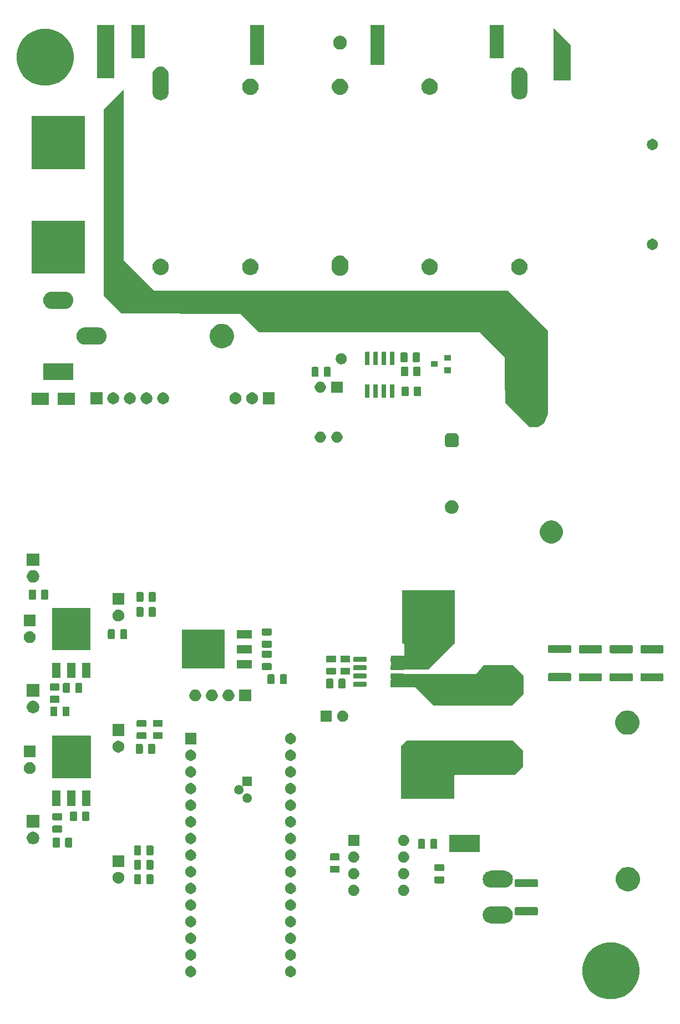
<source format=gts>
G04 #@! TF.GenerationSoftware,KiCad,Pcbnew,5.1.5*
G04 #@! TF.CreationDate,2020-02-13T16:26:20+03:00*
G04 #@! TF.ProjectId,DC-Soft-Starter-V2,44432d53-6f66-4742-9d53-746172746572,rev?*
G04 #@! TF.SameCoordinates,Original*
G04 #@! TF.FileFunction,Soldermask,Top*
G04 #@! TF.FilePolarity,Negative*
%FSLAX46Y46*%
G04 Gerber Fmt 4.6, Leading zero omitted, Abs format (unit mm)*
G04 Created by KiCad (PCBNEW 5.1.5) date 2020-02-13 16:26:20*
%MOMM*%
%LPD*%
G04 APERTURE LIST*
%ADD10C,0.100000*%
G04 APERTURE END LIST*
D10*
G36*
X104376156Y-152604794D02*
G01*
X105097140Y-152748206D01*
X105888972Y-153076193D01*
X106601601Y-153552357D01*
X107207643Y-154158399D01*
X107683807Y-154871028D01*
X108011794Y-155662860D01*
X108179000Y-156503464D01*
X108179000Y-157360536D01*
X108011794Y-158201140D01*
X107683807Y-158992972D01*
X107207643Y-159705601D01*
X106601601Y-160311643D01*
X105888972Y-160787807D01*
X105097140Y-161115794D01*
X104376156Y-161259206D01*
X104256537Y-161283000D01*
X103399463Y-161283000D01*
X103279844Y-161259206D01*
X102558860Y-161115794D01*
X101767028Y-160787807D01*
X101054399Y-160311643D01*
X100448357Y-159705601D01*
X99972193Y-158992972D01*
X99644206Y-158201140D01*
X99477000Y-157360536D01*
X99477000Y-156503464D01*
X99644206Y-155662860D01*
X99972193Y-154871028D01*
X100448357Y-154158399D01*
X101054399Y-153552357D01*
X101767028Y-153076193D01*
X102558860Y-152748206D01*
X103279844Y-152604794D01*
X103399463Y-152581000D01*
X104256537Y-152581000D01*
X104376156Y-152604794D01*
G37*
G36*
X55176228Y-156232503D02*
G01*
X55331100Y-156296653D01*
X55470481Y-156389785D01*
X55589015Y-156508319D01*
X55682147Y-156647700D01*
X55746297Y-156802572D01*
X55779000Y-156966984D01*
X55779000Y-157134616D01*
X55746297Y-157299028D01*
X55682147Y-157453900D01*
X55589015Y-157593281D01*
X55470481Y-157711815D01*
X55331100Y-157804947D01*
X55176228Y-157869097D01*
X55011816Y-157901800D01*
X54844184Y-157901800D01*
X54679772Y-157869097D01*
X54524900Y-157804947D01*
X54385519Y-157711815D01*
X54266985Y-157593281D01*
X54173853Y-157453900D01*
X54109703Y-157299028D01*
X54077000Y-157134616D01*
X54077000Y-156966984D01*
X54109703Y-156802572D01*
X54173853Y-156647700D01*
X54266985Y-156508319D01*
X54385519Y-156389785D01*
X54524900Y-156296653D01*
X54679772Y-156232503D01*
X54844184Y-156199800D01*
X55011816Y-156199800D01*
X55176228Y-156232503D01*
G37*
G36*
X39936228Y-156232503D02*
G01*
X40091100Y-156296653D01*
X40230481Y-156389785D01*
X40349015Y-156508319D01*
X40442147Y-156647700D01*
X40506297Y-156802572D01*
X40539000Y-156966984D01*
X40539000Y-157134616D01*
X40506297Y-157299028D01*
X40442147Y-157453900D01*
X40349015Y-157593281D01*
X40230481Y-157711815D01*
X40091100Y-157804947D01*
X39936228Y-157869097D01*
X39771816Y-157901800D01*
X39604184Y-157901800D01*
X39439772Y-157869097D01*
X39284900Y-157804947D01*
X39145519Y-157711815D01*
X39026985Y-157593281D01*
X38933853Y-157453900D01*
X38869703Y-157299028D01*
X38837000Y-157134616D01*
X38837000Y-156966984D01*
X38869703Y-156802572D01*
X38933853Y-156647700D01*
X39026985Y-156508319D01*
X39145519Y-156389785D01*
X39284900Y-156296653D01*
X39439772Y-156232503D01*
X39604184Y-156199800D01*
X39771816Y-156199800D01*
X39936228Y-156232503D01*
G37*
G36*
X39936228Y-153692503D02*
G01*
X40091100Y-153756653D01*
X40230481Y-153849785D01*
X40349015Y-153968319D01*
X40442147Y-154107700D01*
X40506297Y-154262572D01*
X40539000Y-154426984D01*
X40539000Y-154594616D01*
X40506297Y-154759028D01*
X40442147Y-154913900D01*
X40349015Y-155053281D01*
X40230481Y-155171815D01*
X40091100Y-155264947D01*
X39936228Y-155329097D01*
X39771816Y-155361800D01*
X39604184Y-155361800D01*
X39439772Y-155329097D01*
X39284900Y-155264947D01*
X39145519Y-155171815D01*
X39026985Y-155053281D01*
X38933853Y-154913900D01*
X38869703Y-154759028D01*
X38837000Y-154594616D01*
X38837000Y-154426984D01*
X38869703Y-154262572D01*
X38933853Y-154107700D01*
X39026985Y-153968319D01*
X39145519Y-153849785D01*
X39284900Y-153756653D01*
X39439772Y-153692503D01*
X39604184Y-153659800D01*
X39771816Y-153659800D01*
X39936228Y-153692503D01*
G37*
G36*
X55176228Y-153692503D02*
G01*
X55331100Y-153756653D01*
X55470481Y-153849785D01*
X55589015Y-153968319D01*
X55682147Y-154107700D01*
X55746297Y-154262572D01*
X55779000Y-154426984D01*
X55779000Y-154594616D01*
X55746297Y-154759028D01*
X55682147Y-154913900D01*
X55589015Y-155053281D01*
X55470481Y-155171815D01*
X55331100Y-155264947D01*
X55176228Y-155329097D01*
X55011816Y-155361800D01*
X54844184Y-155361800D01*
X54679772Y-155329097D01*
X54524900Y-155264947D01*
X54385519Y-155171815D01*
X54266985Y-155053281D01*
X54173853Y-154913900D01*
X54109703Y-154759028D01*
X54077000Y-154594616D01*
X54077000Y-154426984D01*
X54109703Y-154262572D01*
X54173853Y-154107700D01*
X54266985Y-153968319D01*
X54385519Y-153849785D01*
X54524900Y-153756653D01*
X54679772Y-153692503D01*
X54844184Y-153659800D01*
X55011816Y-153659800D01*
X55176228Y-153692503D01*
G37*
G36*
X39936228Y-151152503D02*
G01*
X40091100Y-151216653D01*
X40230481Y-151309785D01*
X40349015Y-151428319D01*
X40442147Y-151567700D01*
X40506297Y-151722572D01*
X40539000Y-151886984D01*
X40539000Y-152054616D01*
X40506297Y-152219028D01*
X40442147Y-152373900D01*
X40349015Y-152513281D01*
X40230481Y-152631815D01*
X40091100Y-152724947D01*
X39936228Y-152789097D01*
X39771816Y-152821800D01*
X39604184Y-152821800D01*
X39439772Y-152789097D01*
X39284900Y-152724947D01*
X39145519Y-152631815D01*
X39026985Y-152513281D01*
X38933853Y-152373900D01*
X38869703Y-152219028D01*
X38837000Y-152054616D01*
X38837000Y-151886984D01*
X38869703Y-151722572D01*
X38933853Y-151567700D01*
X39026985Y-151428319D01*
X39145519Y-151309785D01*
X39284900Y-151216653D01*
X39439772Y-151152503D01*
X39604184Y-151119800D01*
X39771816Y-151119800D01*
X39936228Y-151152503D01*
G37*
G36*
X55176228Y-151152503D02*
G01*
X55331100Y-151216653D01*
X55470481Y-151309785D01*
X55589015Y-151428319D01*
X55682147Y-151567700D01*
X55746297Y-151722572D01*
X55779000Y-151886984D01*
X55779000Y-152054616D01*
X55746297Y-152219028D01*
X55682147Y-152373900D01*
X55589015Y-152513281D01*
X55470481Y-152631815D01*
X55331100Y-152724947D01*
X55176228Y-152789097D01*
X55011816Y-152821800D01*
X54844184Y-152821800D01*
X54679772Y-152789097D01*
X54524900Y-152724947D01*
X54385519Y-152631815D01*
X54266985Y-152513281D01*
X54173853Y-152373900D01*
X54109703Y-152219028D01*
X54077000Y-152054616D01*
X54077000Y-151886984D01*
X54109703Y-151722572D01*
X54173853Y-151567700D01*
X54266985Y-151428319D01*
X54385519Y-151309785D01*
X54524900Y-151216653D01*
X54679772Y-151152503D01*
X54844184Y-151119800D01*
X55011816Y-151119800D01*
X55176228Y-151152503D01*
G37*
G36*
X55176228Y-148612503D02*
G01*
X55331100Y-148676653D01*
X55470481Y-148769785D01*
X55589015Y-148888319D01*
X55682147Y-149027700D01*
X55746297Y-149182572D01*
X55779000Y-149346984D01*
X55779000Y-149514616D01*
X55746297Y-149679028D01*
X55682147Y-149833900D01*
X55589015Y-149973281D01*
X55470481Y-150091815D01*
X55331100Y-150184947D01*
X55176228Y-150249097D01*
X55011816Y-150281800D01*
X54844184Y-150281800D01*
X54679772Y-150249097D01*
X54524900Y-150184947D01*
X54385519Y-150091815D01*
X54266985Y-149973281D01*
X54173853Y-149833900D01*
X54109703Y-149679028D01*
X54077000Y-149514616D01*
X54077000Y-149346984D01*
X54109703Y-149182572D01*
X54173853Y-149027700D01*
X54266985Y-148888319D01*
X54385519Y-148769785D01*
X54524900Y-148676653D01*
X54679772Y-148612503D01*
X54844184Y-148579800D01*
X55011816Y-148579800D01*
X55176228Y-148612503D01*
G37*
G36*
X39936228Y-148612503D02*
G01*
X40091100Y-148676653D01*
X40230481Y-148769785D01*
X40349015Y-148888319D01*
X40442147Y-149027700D01*
X40506297Y-149182572D01*
X40539000Y-149346984D01*
X40539000Y-149514616D01*
X40506297Y-149679028D01*
X40442147Y-149833900D01*
X40349015Y-149973281D01*
X40230481Y-150091815D01*
X40091100Y-150184947D01*
X39936228Y-150249097D01*
X39771816Y-150281800D01*
X39604184Y-150281800D01*
X39439772Y-150249097D01*
X39284900Y-150184947D01*
X39145519Y-150091815D01*
X39026985Y-149973281D01*
X38933853Y-149833900D01*
X38869703Y-149679028D01*
X38837000Y-149514616D01*
X38837000Y-149346984D01*
X38869703Y-149182572D01*
X38933853Y-149027700D01*
X39026985Y-148888319D01*
X39145519Y-148769785D01*
X39284900Y-148676653D01*
X39439772Y-148612503D01*
X39604184Y-148579800D01*
X39771816Y-148579800D01*
X39936228Y-148612503D01*
G37*
G36*
X87739472Y-147099212D02*
G01*
X87835040Y-147108625D01*
X88080280Y-147183018D01*
X88306294Y-147303825D01*
X88310355Y-147307158D01*
X88504397Y-147466403D01*
X88624624Y-147612901D01*
X88666975Y-147664506D01*
X88787782Y-147890520D01*
X88862175Y-148135760D01*
X88887294Y-148390800D01*
X88862175Y-148645840D01*
X88787782Y-148891080D01*
X88666975Y-149117094D01*
X88624624Y-149168699D01*
X88504397Y-149315197D01*
X88357899Y-149435424D01*
X88306294Y-149477775D01*
X88080280Y-149598582D01*
X87835040Y-149672975D01*
X87773582Y-149679028D01*
X87643906Y-149691800D01*
X85516094Y-149691800D01*
X85386418Y-149679028D01*
X85324960Y-149672975D01*
X85079720Y-149598582D01*
X84853706Y-149477775D01*
X84802101Y-149435424D01*
X84655603Y-149315197D01*
X84535376Y-149168699D01*
X84493025Y-149117094D01*
X84372218Y-148891080D01*
X84297825Y-148645840D01*
X84272706Y-148390800D01*
X84297825Y-148135760D01*
X84372218Y-147890520D01*
X84493025Y-147664506D01*
X84535376Y-147612901D01*
X84655603Y-147466403D01*
X84849645Y-147307158D01*
X84853706Y-147303825D01*
X85079720Y-147183018D01*
X85324960Y-147108625D01*
X85420528Y-147099212D01*
X85516094Y-147089800D01*
X87643906Y-147089800D01*
X87739472Y-147099212D01*
G37*
G36*
X92524807Y-147220998D02*
G01*
X92562818Y-147232529D01*
X92597842Y-147251249D01*
X92628549Y-147276451D01*
X92653751Y-147307158D01*
X92672471Y-147342182D01*
X92684002Y-147380193D01*
X92688500Y-147425863D01*
X92688500Y-148234137D01*
X92684002Y-148279807D01*
X92672471Y-148317818D01*
X92653751Y-148352842D01*
X92628549Y-148383549D01*
X92597842Y-148408751D01*
X92562818Y-148427471D01*
X92524807Y-148439002D01*
X92479137Y-148443500D01*
X89395863Y-148443500D01*
X89350193Y-148439002D01*
X89312182Y-148427471D01*
X89277158Y-148408751D01*
X89246451Y-148383549D01*
X89221249Y-148352842D01*
X89202529Y-148317818D01*
X89190998Y-148279807D01*
X89186500Y-148234137D01*
X89186500Y-147425863D01*
X89190998Y-147380193D01*
X89202529Y-147342182D01*
X89221249Y-147307158D01*
X89246451Y-147276451D01*
X89277158Y-147251249D01*
X89312182Y-147232529D01*
X89350193Y-147220998D01*
X89395863Y-147216500D01*
X92479137Y-147216500D01*
X92524807Y-147220998D01*
G37*
G36*
X55176228Y-146072503D02*
G01*
X55331100Y-146136653D01*
X55470481Y-146229785D01*
X55589015Y-146348319D01*
X55682147Y-146487700D01*
X55746297Y-146642572D01*
X55779000Y-146806984D01*
X55779000Y-146974616D01*
X55746297Y-147139028D01*
X55682147Y-147293900D01*
X55589015Y-147433281D01*
X55470481Y-147551815D01*
X55331100Y-147644947D01*
X55176228Y-147709097D01*
X55011816Y-147741800D01*
X54844184Y-147741800D01*
X54679772Y-147709097D01*
X54524900Y-147644947D01*
X54385519Y-147551815D01*
X54266985Y-147433281D01*
X54173853Y-147293900D01*
X54109703Y-147139028D01*
X54077000Y-146974616D01*
X54077000Y-146806984D01*
X54109703Y-146642572D01*
X54173853Y-146487700D01*
X54266985Y-146348319D01*
X54385519Y-146229785D01*
X54524900Y-146136653D01*
X54679772Y-146072503D01*
X54844184Y-146039800D01*
X55011816Y-146039800D01*
X55176228Y-146072503D01*
G37*
G36*
X39936228Y-146072503D02*
G01*
X40091100Y-146136653D01*
X40230481Y-146229785D01*
X40349015Y-146348319D01*
X40442147Y-146487700D01*
X40506297Y-146642572D01*
X40539000Y-146806984D01*
X40539000Y-146974616D01*
X40506297Y-147139028D01*
X40442147Y-147293900D01*
X40349015Y-147433281D01*
X40230481Y-147551815D01*
X40091100Y-147644947D01*
X39936228Y-147709097D01*
X39771816Y-147741800D01*
X39604184Y-147741800D01*
X39439772Y-147709097D01*
X39284900Y-147644947D01*
X39145519Y-147551815D01*
X39026985Y-147433281D01*
X38933853Y-147293900D01*
X38869703Y-147139028D01*
X38837000Y-146974616D01*
X38837000Y-146806984D01*
X38869703Y-146642572D01*
X38933853Y-146487700D01*
X39026985Y-146348319D01*
X39145519Y-146229785D01*
X39284900Y-146136653D01*
X39439772Y-146072503D01*
X39604184Y-146039800D01*
X39771816Y-146039800D01*
X39936228Y-146072503D01*
G37*
G36*
X72453228Y-143830503D02*
G01*
X72608100Y-143894653D01*
X72747481Y-143987785D01*
X72866015Y-144106319D01*
X72959147Y-144245700D01*
X73023297Y-144400572D01*
X73056000Y-144564984D01*
X73056000Y-144732616D01*
X73023297Y-144897028D01*
X72959147Y-145051900D01*
X72866015Y-145191281D01*
X72747481Y-145309815D01*
X72608100Y-145402947D01*
X72453228Y-145467097D01*
X72288816Y-145499800D01*
X72121184Y-145499800D01*
X71956772Y-145467097D01*
X71801900Y-145402947D01*
X71662519Y-145309815D01*
X71543985Y-145191281D01*
X71450853Y-145051900D01*
X71386703Y-144897028D01*
X71354000Y-144732616D01*
X71354000Y-144564984D01*
X71386703Y-144400572D01*
X71450853Y-144245700D01*
X71543985Y-144106319D01*
X71662519Y-143987785D01*
X71801900Y-143894653D01*
X71956772Y-143830503D01*
X72121184Y-143797800D01*
X72288816Y-143797800D01*
X72453228Y-143830503D01*
G37*
G36*
X64833228Y-143830503D02*
G01*
X64988100Y-143894653D01*
X65127481Y-143987785D01*
X65246015Y-144106319D01*
X65339147Y-144245700D01*
X65403297Y-144400572D01*
X65436000Y-144564984D01*
X65436000Y-144732616D01*
X65403297Y-144897028D01*
X65339147Y-145051900D01*
X65246015Y-145191281D01*
X65127481Y-145309815D01*
X64988100Y-145402947D01*
X64833228Y-145467097D01*
X64668816Y-145499800D01*
X64501184Y-145499800D01*
X64336772Y-145467097D01*
X64181900Y-145402947D01*
X64042519Y-145309815D01*
X63923985Y-145191281D01*
X63830853Y-145051900D01*
X63766703Y-144897028D01*
X63734000Y-144732616D01*
X63734000Y-144564984D01*
X63766703Y-144400572D01*
X63830853Y-144245700D01*
X63923985Y-144106319D01*
X64042519Y-143987785D01*
X64181900Y-143894653D01*
X64336772Y-143830503D01*
X64501184Y-143797800D01*
X64668816Y-143797800D01*
X64833228Y-143830503D01*
G37*
G36*
X39936228Y-143532503D02*
G01*
X40091100Y-143596653D01*
X40230481Y-143689785D01*
X40349015Y-143808319D01*
X40442147Y-143947700D01*
X40506297Y-144102572D01*
X40539000Y-144266984D01*
X40539000Y-144434616D01*
X40506297Y-144599028D01*
X40442147Y-144753900D01*
X40349015Y-144893281D01*
X40230481Y-145011815D01*
X40091100Y-145104947D01*
X39936228Y-145169097D01*
X39771816Y-145201800D01*
X39604184Y-145201800D01*
X39439772Y-145169097D01*
X39284900Y-145104947D01*
X39145519Y-145011815D01*
X39026985Y-144893281D01*
X38933853Y-144753900D01*
X38869703Y-144599028D01*
X38837000Y-144434616D01*
X38837000Y-144266984D01*
X38869703Y-144102572D01*
X38933853Y-143947700D01*
X39026985Y-143808319D01*
X39145519Y-143689785D01*
X39284900Y-143596653D01*
X39439772Y-143532503D01*
X39604184Y-143499800D01*
X39771816Y-143499800D01*
X39936228Y-143532503D01*
G37*
G36*
X55176228Y-143532503D02*
G01*
X55331100Y-143596653D01*
X55470481Y-143689785D01*
X55589015Y-143808319D01*
X55682147Y-143947700D01*
X55746297Y-144102572D01*
X55779000Y-144266984D01*
X55779000Y-144434616D01*
X55746297Y-144599028D01*
X55682147Y-144753900D01*
X55589015Y-144893281D01*
X55470481Y-145011815D01*
X55331100Y-145104947D01*
X55176228Y-145169097D01*
X55011816Y-145201800D01*
X54844184Y-145201800D01*
X54679772Y-145169097D01*
X54524900Y-145104947D01*
X54385519Y-145011815D01*
X54266985Y-144893281D01*
X54173853Y-144753900D01*
X54109703Y-144599028D01*
X54077000Y-144434616D01*
X54077000Y-144266984D01*
X54109703Y-144102572D01*
X54173853Y-143947700D01*
X54266985Y-143808319D01*
X54385519Y-143689785D01*
X54524900Y-143596653D01*
X54679772Y-143532503D01*
X54844184Y-143499800D01*
X55011816Y-143499800D01*
X55176228Y-143532503D01*
G37*
G36*
X106713916Y-141108022D02*
G01*
X106979917Y-141160933D01*
X107119448Y-141218729D01*
X107316776Y-141300464D01*
X107619943Y-141503034D01*
X107877766Y-141760857D01*
X108080336Y-142064024D01*
X108140376Y-142208974D01*
X108207080Y-142370012D01*
X108219867Y-142400884D01*
X108291000Y-142758491D01*
X108291000Y-143123109D01*
X108276533Y-143195839D01*
X108219867Y-143480717D01*
X108175377Y-143588126D01*
X108080336Y-143817576D01*
X107877766Y-144120743D01*
X107619943Y-144378566D01*
X107316776Y-144581136D01*
X107119448Y-144662871D01*
X106979917Y-144720667D01*
X106919850Y-144732615D01*
X106622309Y-144791800D01*
X106257691Y-144791800D01*
X105960150Y-144732615D01*
X105900083Y-144720667D01*
X105760552Y-144662871D01*
X105563224Y-144581136D01*
X105260057Y-144378566D01*
X105002234Y-144120743D01*
X104799664Y-143817576D01*
X104704623Y-143588126D01*
X104660133Y-143480717D01*
X104603467Y-143195839D01*
X104589000Y-143123109D01*
X104589000Y-142758491D01*
X104660133Y-142400884D01*
X104672921Y-142370012D01*
X104739624Y-142208974D01*
X104799664Y-142064024D01*
X105002234Y-141760857D01*
X105260057Y-141503034D01*
X105563224Y-141300464D01*
X105760552Y-141218729D01*
X105900083Y-141160933D01*
X106166084Y-141108022D01*
X106257691Y-141089800D01*
X106622309Y-141089800D01*
X106713916Y-141108022D01*
G37*
G36*
X87739472Y-141649212D02*
G01*
X87835040Y-141658625D01*
X88080280Y-141733018D01*
X88306294Y-141853825D01*
X88355996Y-141894615D01*
X88504397Y-142016403D01*
X88624624Y-142162901D01*
X88666975Y-142214506D01*
X88787782Y-142440520D01*
X88862175Y-142685760D01*
X88887294Y-142940800D01*
X88862175Y-143195840D01*
X88787782Y-143441080D01*
X88666975Y-143667094D01*
X88624624Y-143718699D01*
X88504397Y-143865197D01*
X88357899Y-143985424D01*
X88306294Y-144027775D01*
X88269730Y-144047319D01*
X88155177Y-144108549D01*
X88080280Y-144148582D01*
X87835040Y-144222975D01*
X87739473Y-144232387D01*
X87643906Y-144241800D01*
X85516094Y-144241800D01*
X85420527Y-144232387D01*
X85324960Y-144222975D01*
X85079720Y-144148582D01*
X85004824Y-144108549D01*
X84890270Y-144047319D01*
X84853706Y-144027775D01*
X84802101Y-143985424D01*
X84655603Y-143865197D01*
X84535376Y-143718699D01*
X84493025Y-143667094D01*
X84372218Y-143441080D01*
X84297825Y-143195840D01*
X84272706Y-142940800D01*
X84297825Y-142685760D01*
X84372218Y-142440520D01*
X84493025Y-142214506D01*
X84535376Y-142162901D01*
X84655603Y-142016403D01*
X84804004Y-141894615D01*
X84853706Y-141853825D01*
X85079720Y-141733018D01*
X85324960Y-141658625D01*
X85420528Y-141649212D01*
X85516094Y-141639800D01*
X87643906Y-141639800D01*
X87739472Y-141649212D01*
G37*
G36*
X92524807Y-142945998D02*
G01*
X92562818Y-142957529D01*
X92597842Y-142976249D01*
X92628549Y-143001451D01*
X92653751Y-143032158D01*
X92672471Y-143067182D01*
X92684002Y-143105193D01*
X92688500Y-143150863D01*
X92688500Y-143959137D01*
X92684002Y-144004807D01*
X92672471Y-144042818D01*
X92653751Y-144077842D01*
X92628549Y-144108549D01*
X92597842Y-144133751D01*
X92562818Y-144152471D01*
X92524807Y-144164002D01*
X92479137Y-144168500D01*
X89395863Y-144168500D01*
X89350193Y-144164002D01*
X89312182Y-144152471D01*
X89277158Y-144133751D01*
X89246451Y-144108549D01*
X89221249Y-144077842D01*
X89202529Y-144042818D01*
X89190998Y-144004807D01*
X89186500Y-143959137D01*
X89186500Y-143150863D01*
X89190998Y-143105193D01*
X89202529Y-143067182D01*
X89221249Y-143032158D01*
X89246451Y-143001451D01*
X89277158Y-142976249D01*
X89312182Y-142957529D01*
X89350193Y-142945998D01*
X89395863Y-142941500D01*
X92479137Y-142941500D01*
X92524807Y-142945998D01*
G37*
G36*
X33847468Y-142208365D02*
G01*
X33886138Y-142220096D01*
X33921777Y-142239146D01*
X33953017Y-142264783D01*
X33978654Y-142296023D01*
X33997704Y-142331662D01*
X34009435Y-142370332D01*
X34014000Y-142416688D01*
X34014000Y-143492912D01*
X34009435Y-143539268D01*
X33997704Y-143577938D01*
X33978654Y-143613577D01*
X33953017Y-143644817D01*
X33921777Y-143670454D01*
X33886138Y-143689504D01*
X33847468Y-143701235D01*
X33801112Y-143705800D01*
X33149888Y-143705800D01*
X33103532Y-143701235D01*
X33064862Y-143689504D01*
X33029223Y-143670454D01*
X32997983Y-143644817D01*
X32972346Y-143613577D01*
X32953296Y-143577938D01*
X32941565Y-143539268D01*
X32937000Y-143492912D01*
X32937000Y-142416688D01*
X32941565Y-142370332D01*
X32953296Y-142331662D01*
X32972346Y-142296023D01*
X32997983Y-142264783D01*
X33029223Y-142239146D01*
X33064862Y-142220096D01*
X33103532Y-142208365D01*
X33149888Y-142203800D01*
X33801112Y-142203800D01*
X33847468Y-142208365D01*
G37*
G36*
X31972468Y-142208365D02*
G01*
X32011138Y-142220096D01*
X32046777Y-142239146D01*
X32078017Y-142264783D01*
X32103654Y-142296023D01*
X32122704Y-142331662D01*
X32134435Y-142370332D01*
X32139000Y-142416688D01*
X32139000Y-143492912D01*
X32134435Y-143539268D01*
X32122704Y-143577938D01*
X32103654Y-143613577D01*
X32078017Y-143644817D01*
X32046777Y-143670454D01*
X32011138Y-143689504D01*
X31972468Y-143701235D01*
X31926112Y-143705800D01*
X31274888Y-143705800D01*
X31228532Y-143701235D01*
X31189862Y-143689504D01*
X31154223Y-143670454D01*
X31122983Y-143644817D01*
X31097346Y-143613577D01*
X31078296Y-143577938D01*
X31066565Y-143539268D01*
X31062000Y-143492912D01*
X31062000Y-142416688D01*
X31066565Y-142370332D01*
X31078296Y-142331662D01*
X31097346Y-142296023D01*
X31122983Y-142264783D01*
X31154223Y-142239146D01*
X31189862Y-142220096D01*
X31228532Y-142208365D01*
X31274888Y-142203800D01*
X31926112Y-142203800D01*
X31972468Y-142208365D01*
G37*
G36*
X28767512Y-141820727D02*
G01*
X28916812Y-141850424D01*
X29080784Y-141918344D01*
X29228354Y-142016947D01*
X29353853Y-142142446D01*
X29452456Y-142290016D01*
X29520376Y-142453988D01*
X29555000Y-142628059D01*
X29555000Y-142805541D01*
X29520376Y-142979612D01*
X29452456Y-143143584D01*
X29353853Y-143291154D01*
X29228354Y-143416653D01*
X29080784Y-143515256D01*
X28916812Y-143583176D01*
X28767512Y-143612873D01*
X28742742Y-143617800D01*
X28565258Y-143617800D01*
X28540488Y-143612873D01*
X28391188Y-143583176D01*
X28227216Y-143515256D01*
X28079646Y-143416653D01*
X27954147Y-143291154D01*
X27855544Y-143143584D01*
X27787624Y-142979612D01*
X27753000Y-142805541D01*
X27753000Y-142628059D01*
X27787624Y-142453988D01*
X27855544Y-142290016D01*
X27954147Y-142142446D01*
X28079646Y-142016947D01*
X28227216Y-141918344D01*
X28391188Y-141850424D01*
X28540488Y-141820727D01*
X28565258Y-141815800D01*
X28742742Y-141815800D01*
X28767512Y-141820727D01*
G37*
G36*
X78250468Y-142520865D02*
G01*
X78289138Y-142532596D01*
X78324777Y-142551646D01*
X78356017Y-142577283D01*
X78381654Y-142608523D01*
X78400704Y-142644162D01*
X78412435Y-142682832D01*
X78417000Y-142729188D01*
X78417000Y-143380412D01*
X78412435Y-143426768D01*
X78400704Y-143465438D01*
X78381654Y-143501077D01*
X78356017Y-143532317D01*
X78324777Y-143557954D01*
X78289138Y-143577004D01*
X78250468Y-143588735D01*
X78204112Y-143593300D01*
X77127888Y-143593300D01*
X77081532Y-143588735D01*
X77042862Y-143577004D01*
X77007223Y-143557954D01*
X76975983Y-143532317D01*
X76950346Y-143501077D01*
X76931296Y-143465438D01*
X76919565Y-143426768D01*
X76915000Y-143380412D01*
X76915000Y-142729188D01*
X76919565Y-142682832D01*
X76931296Y-142644162D01*
X76950346Y-142608523D01*
X76975983Y-142577283D01*
X77007223Y-142551646D01*
X77042862Y-142532596D01*
X77081532Y-142520865D01*
X77127888Y-142516300D01*
X78204112Y-142516300D01*
X78250468Y-142520865D01*
G37*
G36*
X64833228Y-141290503D02*
G01*
X64988100Y-141354653D01*
X65127481Y-141447785D01*
X65246015Y-141566319D01*
X65339147Y-141705700D01*
X65403297Y-141860572D01*
X65436000Y-142024984D01*
X65436000Y-142192616D01*
X65403297Y-142357028D01*
X65339147Y-142511900D01*
X65246015Y-142651281D01*
X65127481Y-142769815D01*
X64988100Y-142862947D01*
X64833228Y-142927097D01*
X64668816Y-142959800D01*
X64501184Y-142959800D01*
X64336772Y-142927097D01*
X64181900Y-142862947D01*
X64042519Y-142769815D01*
X63923985Y-142651281D01*
X63830853Y-142511900D01*
X63766703Y-142357028D01*
X63734000Y-142192616D01*
X63734000Y-142024984D01*
X63766703Y-141860572D01*
X63830853Y-141705700D01*
X63923985Y-141566319D01*
X64042519Y-141447785D01*
X64181900Y-141354653D01*
X64336772Y-141290503D01*
X64501184Y-141257800D01*
X64668816Y-141257800D01*
X64833228Y-141290503D01*
G37*
G36*
X72453228Y-141290503D02*
G01*
X72608100Y-141354653D01*
X72747481Y-141447785D01*
X72866015Y-141566319D01*
X72959147Y-141705700D01*
X73023297Y-141860572D01*
X73056000Y-142024984D01*
X73056000Y-142192616D01*
X73023297Y-142357028D01*
X72959147Y-142511900D01*
X72866015Y-142651281D01*
X72747481Y-142769815D01*
X72608100Y-142862947D01*
X72453228Y-142927097D01*
X72288816Y-142959800D01*
X72121184Y-142959800D01*
X71956772Y-142927097D01*
X71801900Y-142862947D01*
X71662519Y-142769815D01*
X71543985Y-142651281D01*
X71450853Y-142511900D01*
X71386703Y-142357028D01*
X71354000Y-142192616D01*
X71354000Y-142024984D01*
X71386703Y-141860572D01*
X71450853Y-141705700D01*
X71543985Y-141566319D01*
X71662519Y-141447785D01*
X71801900Y-141354653D01*
X71956772Y-141290503D01*
X72121184Y-141257800D01*
X72288816Y-141257800D01*
X72453228Y-141290503D01*
G37*
G36*
X55176228Y-140992503D02*
G01*
X55331100Y-141056653D01*
X55470481Y-141149785D01*
X55589015Y-141268319D01*
X55682147Y-141407700D01*
X55746297Y-141562572D01*
X55779000Y-141726984D01*
X55779000Y-141894616D01*
X55746297Y-142059028D01*
X55682147Y-142213900D01*
X55589015Y-142353281D01*
X55470481Y-142471815D01*
X55331100Y-142564947D01*
X55176228Y-142629097D01*
X55011816Y-142661800D01*
X54844184Y-142661800D01*
X54679772Y-142629097D01*
X54524900Y-142564947D01*
X54385519Y-142471815D01*
X54266985Y-142353281D01*
X54173853Y-142213900D01*
X54109703Y-142059028D01*
X54077000Y-141894616D01*
X54077000Y-141726984D01*
X54109703Y-141562572D01*
X54173853Y-141407700D01*
X54266985Y-141268319D01*
X54385519Y-141149785D01*
X54524900Y-141056653D01*
X54679772Y-140992503D01*
X54844184Y-140959800D01*
X55011816Y-140959800D01*
X55176228Y-140992503D01*
G37*
G36*
X39936228Y-140992503D02*
G01*
X40091100Y-141056653D01*
X40230481Y-141149785D01*
X40349015Y-141268319D01*
X40442147Y-141407700D01*
X40506297Y-141562572D01*
X40539000Y-141726984D01*
X40539000Y-141894616D01*
X40506297Y-142059028D01*
X40442147Y-142213900D01*
X40349015Y-142353281D01*
X40230481Y-142471815D01*
X40091100Y-142564947D01*
X39936228Y-142629097D01*
X39771816Y-142661800D01*
X39604184Y-142661800D01*
X39439772Y-142629097D01*
X39284900Y-142564947D01*
X39145519Y-142471815D01*
X39026985Y-142353281D01*
X38933853Y-142213900D01*
X38869703Y-142059028D01*
X38837000Y-141894616D01*
X38837000Y-141726984D01*
X38869703Y-141562572D01*
X38933853Y-141407700D01*
X39026985Y-141268319D01*
X39145519Y-141149785D01*
X39284900Y-141056653D01*
X39439772Y-140992503D01*
X39604184Y-140959800D01*
X39771816Y-140959800D01*
X39936228Y-140992503D01*
G37*
G36*
X62272468Y-140895865D02*
G01*
X62311138Y-140907596D01*
X62346777Y-140926646D01*
X62378017Y-140952283D01*
X62403654Y-140983523D01*
X62422704Y-141019162D01*
X62434435Y-141057832D01*
X62439000Y-141104188D01*
X62439000Y-141755412D01*
X62434435Y-141801768D01*
X62422704Y-141840438D01*
X62403654Y-141876077D01*
X62378017Y-141907317D01*
X62346777Y-141932954D01*
X62311138Y-141952004D01*
X62272468Y-141963735D01*
X62226112Y-141968300D01*
X61149888Y-141968300D01*
X61103532Y-141963735D01*
X61064862Y-141952004D01*
X61029223Y-141932954D01*
X60997983Y-141907317D01*
X60972346Y-141876077D01*
X60953296Y-141840438D01*
X60941565Y-141801768D01*
X60937000Y-141755412D01*
X60937000Y-141104188D01*
X60941565Y-141057832D01*
X60953296Y-141019162D01*
X60972346Y-140983523D01*
X60997983Y-140952283D01*
X61029223Y-140926646D01*
X61064862Y-140907596D01*
X61103532Y-140895865D01*
X61149888Y-140891300D01*
X62226112Y-140891300D01*
X62272468Y-140895865D01*
G37*
G36*
X78250468Y-140645865D02*
G01*
X78289138Y-140657596D01*
X78324777Y-140676646D01*
X78356017Y-140702283D01*
X78381654Y-140733523D01*
X78400704Y-140769162D01*
X78412435Y-140807832D01*
X78417000Y-140854188D01*
X78417000Y-141505412D01*
X78412435Y-141551768D01*
X78400704Y-141590438D01*
X78381654Y-141626077D01*
X78356017Y-141657317D01*
X78324777Y-141682954D01*
X78289138Y-141702004D01*
X78250468Y-141713735D01*
X78204112Y-141718300D01*
X77127888Y-141718300D01*
X77081532Y-141713735D01*
X77042862Y-141702004D01*
X77007223Y-141682954D01*
X76975983Y-141657317D01*
X76950346Y-141626077D01*
X76931296Y-141590438D01*
X76919565Y-141551768D01*
X76915000Y-141505412D01*
X76915000Y-140854188D01*
X76919565Y-140807832D01*
X76931296Y-140769162D01*
X76950346Y-140733523D01*
X76975983Y-140702283D01*
X77007223Y-140676646D01*
X77042862Y-140657596D01*
X77081532Y-140645865D01*
X77127888Y-140641300D01*
X78204112Y-140641300D01*
X78250468Y-140645865D01*
G37*
G36*
X31972468Y-140008365D02*
G01*
X32011138Y-140020096D01*
X32046777Y-140039146D01*
X32078017Y-140064783D01*
X32103654Y-140096023D01*
X32122704Y-140131662D01*
X32134435Y-140170332D01*
X32139000Y-140216688D01*
X32139000Y-141292912D01*
X32134435Y-141339268D01*
X32122704Y-141377938D01*
X32103654Y-141413577D01*
X32078017Y-141444817D01*
X32046777Y-141470454D01*
X32011138Y-141489504D01*
X31972468Y-141501235D01*
X31926112Y-141505800D01*
X31274888Y-141505800D01*
X31228532Y-141501235D01*
X31189862Y-141489504D01*
X31154223Y-141470454D01*
X31122983Y-141444817D01*
X31097346Y-141413577D01*
X31078296Y-141377938D01*
X31066565Y-141339268D01*
X31062000Y-141292912D01*
X31062000Y-140216688D01*
X31066565Y-140170332D01*
X31078296Y-140131662D01*
X31097346Y-140096023D01*
X31122983Y-140064783D01*
X31154223Y-140039146D01*
X31189862Y-140020096D01*
X31228532Y-140008365D01*
X31274888Y-140003800D01*
X31926112Y-140003800D01*
X31972468Y-140008365D01*
G37*
G36*
X33847468Y-140008365D02*
G01*
X33886138Y-140020096D01*
X33921777Y-140039146D01*
X33953017Y-140064783D01*
X33978654Y-140096023D01*
X33997704Y-140131662D01*
X34009435Y-140170332D01*
X34014000Y-140216688D01*
X34014000Y-141292912D01*
X34009435Y-141339268D01*
X33997704Y-141377938D01*
X33978654Y-141413577D01*
X33953017Y-141444817D01*
X33921777Y-141470454D01*
X33886138Y-141489504D01*
X33847468Y-141501235D01*
X33801112Y-141505800D01*
X33149888Y-141505800D01*
X33103532Y-141501235D01*
X33064862Y-141489504D01*
X33029223Y-141470454D01*
X32997983Y-141444817D01*
X32972346Y-141413577D01*
X32953296Y-141377938D01*
X32941565Y-141339268D01*
X32937000Y-141292912D01*
X32937000Y-140216688D01*
X32941565Y-140170332D01*
X32953296Y-140131662D01*
X32972346Y-140096023D01*
X32997983Y-140064783D01*
X33029223Y-140039146D01*
X33064862Y-140020096D01*
X33103532Y-140008365D01*
X33149888Y-140003800D01*
X33801112Y-140003800D01*
X33847468Y-140008365D01*
G37*
G36*
X29555000Y-141077800D02*
G01*
X27753000Y-141077800D01*
X27753000Y-139275800D01*
X29555000Y-139275800D01*
X29555000Y-141077800D01*
G37*
G36*
X64833228Y-138750503D02*
G01*
X64988100Y-138814653D01*
X65127481Y-138907785D01*
X65246015Y-139026319D01*
X65339147Y-139165700D01*
X65403297Y-139320572D01*
X65436000Y-139484984D01*
X65436000Y-139652616D01*
X65403297Y-139817028D01*
X65339147Y-139971900D01*
X65246015Y-140111281D01*
X65127481Y-140229815D01*
X64988100Y-140322947D01*
X64833228Y-140387097D01*
X64668816Y-140419800D01*
X64501184Y-140419800D01*
X64336772Y-140387097D01*
X64181900Y-140322947D01*
X64042519Y-140229815D01*
X63923985Y-140111281D01*
X63830853Y-139971900D01*
X63766703Y-139817028D01*
X63734000Y-139652616D01*
X63734000Y-139484984D01*
X63766703Y-139320572D01*
X63830853Y-139165700D01*
X63923985Y-139026319D01*
X64042519Y-138907785D01*
X64181900Y-138814653D01*
X64336772Y-138750503D01*
X64501184Y-138717800D01*
X64668816Y-138717800D01*
X64833228Y-138750503D01*
G37*
G36*
X72453228Y-138750503D02*
G01*
X72608100Y-138814653D01*
X72747481Y-138907785D01*
X72866015Y-139026319D01*
X72959147Y-139165700D01*
X73023297Y-139320572D01*
X73056000Y-139484984D01*
X73056000Y-139652616D01*
X73023297Y-139817028D01*
X72959147Y-139971900D01*
X72866015Y-140111281D01*
X72747481Y-140229815D01*
X72608100Y-140322947D01*
X72453228Y-140387097D01*
X72288816Y-140419800D01*
X72121184Y-140419800D01*
X71956772Y-140387097D01*
X71801900Y-140322947D01*
X71662519Y-140229815D01*
X71543985Y-140111281D01*
X71450853Y-139971900D01*
X71386703Y-139817028D01*
X71354000Y-139652616D01*
X71354000Y-139484984D01*
X71386703Y-139320572D01*
X71450853Y-139165700D01*
X71543985Y-139026319D01*
X71662519Y-138907785D01*
X71801900Y-138814653D01*
X71956772Y-138750503D01*
X72121184Y-138717800D01*
X72288816Y-138717800D01*
X72453228Y-138750503D01*
G37*
G36*
X39936228Y-138452503D02*
G01*
X40091100Y-138516653D01*
X40230481Y-138609785D01*
X40349015Y-138728319D01*
X40442147Y-138867700D01*
X40506297Y-139022572D01*
X40539000Y-139186984D01*
X40539000Y-139354616D01*
X40506297Y-139519028D01*
X40442147Y-139673900D01*
X40349015Y-139813281D01*
X40230481Y-139931815D01*
X40091100Y-140024947D01*
X39936228Y-140089097D01*
X39771816Y-140121800D01*
X39604184Y-140121800D01*
X39439772Y-140089097D01*
X39284900Y-140024947D01*
X39145519Y-139931815D01*
X39026985Y-139813281D01*
X38933853Y-139673900D01*
X38869703Y-139519028D01*
X38837000Y-139354616D01*
X38837000Y-139186984D01*
X38869703Y-139022572D01*
X38933853Y-138867700D01*
X39026985Y-138728319D01*
X39145519Y-138609785D01*
X39284900Y-138516653D01*
X39439772Y-138452503D01*
X39604184Y-138419800D01*
X39771816Y-138419800D01*
X39936228Y-138452503D01*
G37*
G36*
X55176228Y-138452503D02*
G01*
X55331100Y-138516653D01*
X55470481Y-138609785D01*
X55589015Y-138728319D01*
X55682147Y-138867700D01*
X55746297Y-139022572D01*
X55779000Y-139186984D01*
X55779000Y-139354616D01*
X55746297Y-139519028D01*
X55682147Y-139673900D01*
X55589015Y-139813281D01*
X55470481Y-139931815D01*
X55331100Y-140024947D01*
X55176228Y-140089097D01*
X55011816Y-140121800D01*
X54844184Y-140121800D01*
X54679772Y-140089097D01*
X54524900Y-140024947D01*
X54385519Y-139931815D01*
X54266985Y-139813281D01*
X54173853Y-139673900D01*
X54109703Y-139519028D01*
X54077000Y-139354616D01*
X54077000Y-139186984D01*
X54109703Y-139022572D01*
X54173853Y-138867700D01*
X54266985Y-138728319D01*
X54385519Y-138609785D01*
X54524900Y-138516653D01*
X54679772Y-138452503D01*
X54844184Y-138419800D01*
X55011816Y-138419800D01*
X55176228Y-138452503D01*
G37*
G36*
X62272468Y-139020865D02*
G01*
X62311138Y-139032596D01*
X62346777Y-139051646D01*
X62378017Y-139077283D01*
X62403654Y-139108523D01*
X62422704Y-139144162D01*
X62434435Y-139182832D01*
X62439000Y-139229188D01*
X62439000Y-139880412D01*
X62434435Y-139926768D01*
X62422704Y-139965438D01*
X62403654Y-140001077D01*
X62378017Y-140032317D01*
X62346777Y-140057954D01*
X62311138Y-140077004D01*
X62272468Y-140088735D01*
X62226112Y-140093300D01*
X61149888Y-140093300D01*
X61103532Y-140088735D01*
X61064862Y-140077004D01*
X61029223Y-140057954D01*
X60997983Y-140032317D01*
X60972346Y-140001077D01*
X60953296Y-139965438D01*
X60941565Y-139926768D01*
X60937000Y-139880412D01*
X60937000Y-139229188D01*
X60941565Y-139182832D01*
X60953296Y-139144162D01*
X60972346Y-139108523D01*
X60997983Y-139077283D01*
X61029223Y-139051646D01*
X61064862Y-139032596D01*
X61103532Y-139020865D01*
X61149888Y-139016300D01*
X62226112Y-139016300D01*
X62272468Y-139020865D01*
G37*
G36*
X33847468Y-137808365D02*
G01*
X33886138Y-137820096D01*
X33921777Y-137839146D01*
X33953017Y-137864783D01*
X33978654Y-137896023D01*
X33997704Y-137931662D01*
X34009435Y-137970332D01*
X34014000Y-138016688D01*
X34014000Y-139092912D01*
X34009435Y-139139268D01*
X33997704Y-139177938D01*
X33978654Y-139213577D01*
X33953017Y-139244817D01*
X33921777Y-139270454D01*
X33886138Y-139289504D01*
X33847468Y-139301235D01*
X33801112Y-139305800D01*
X33149888Y-139305800D01*
X33103532Y-139301235D01*
X33064862Y-139289504D01*
X33029223Y-139270454D01*
X32997983Y-139244817D01*
X32972346Y-139213577D01*
X32953296Y-139177938D01*
X32941565Y-139139268D01*
X32937000Y-139092912D01*
X32937000Y-138016688D01*
X32941565Y-137970332D01*
X32953296Y-137931662D01*
X32972346Y-137896023D01*
X32997983Y-137864783D01*
X33029223Y-137839146D01*
X33064862Y-137820096D01*
X33103532Y-137808365D01*
X33149888Y-137803800D01*
X33801112Y-137803800D01*
X33847468Y-137808365D01*
G37*
G36*
X31972468Y-137808365D02*
G01*
X32011138Y-137820096D01*
X32046777Y-137839146D01*
X32078017Y-137864783D01*
X32103654Y-137896023D01*
X32122704Y-137931662D01*
X32134435Y-137970332D01*
X32139000Y-138016688D01*
X32139000Y-139092912D01*
X32134435Y-139139268D01*
X32122704Y-139177938D01*
X32103654Y-139213577D01*
X32078017Y-139244817D01*
X32046777Y-139270454D01*
X32011138Y-139289504D01*
X31972468Y-139301235D01*
X31926112Y-139305800D01*
X31274888Y-139305800D01*
X31228532Y-139301235D01*
X31189862Y-139289504D01*
X31154223Y-139270454D01*
X31122983Y-139244817D01*
X31097346Y-139213577D01*
X31078296Y-139177938D01*
X31066565Y-139139268D01*
X31062000Y-139092912D01*
X31062000Y-138016688D01*
X31066565Y-137970332D01*
X31078296Y-137931662D01*
X31097346Y-137896023D01*
X31122983Y-137864783D01*
X31154223Y-137839146D01*
X31189862Y-137820096D01*
X31228532Y-137808365D01*
X31274888Y-137803800D01*
X31926112Y-137803800D01*
X31972468Y-137808365D01*
G37*
G36*
X83801000Y-138791800D02*
G01*
X79199000Y-138791800D01*
X79199000Y-136189800D01*
X83801000Y-136189800D01*
X83801000Y-138791800D01*
G37*
G36*
X77184968Y-136808365D02*
G01*
X77223638Y-136820096D01*
X77259277Y-136839146D01*
X77290517Y-136864783D01*
X77316154Y-136896023D01*
X77335204Y-136931662D01*
X77346935Y-136970332D01*
X77351500Y-137016688D01*
X77351500Y-138092912D01*
X77346935Y-138139268D01*
X77335204Y-138177938D01*
X77316154Y-138213577D01*
X77290517Y-138244817D01*
X77259277Y-138270454D01*
X77223638Y-138289504D01*
X77184968Y-138301235D01*
X77138612Y-138305800D01*
X76487388Y-138305800D01*
X76441032Y-138301235D01*
X76402362Y-138289504D01*
X76366723Y-138270454D01*
X76335483Y-138244817D01*
X76309846Y-138213577D01*
X76290796Y-138177938D01*
X76279065Y-138139268D01*
X76274500Y-138092912D01*
X76274500Y-137016688D01*
X76279065Y-136970332D01*
X76290796Y-136931662D01*
X76309846Y-136896023D01*
X76335483Y-136864783D01*
X76366723Y-136839146D01*
X76402362Y-136820096D01*
X76441032Y-136808365D01*
X76487388Y-136803800D01*
X77138612Y-136803800D01*
X77184968Y-136808365D01*
G37*
G36*
X75309968Y-136808365D02*
G01*
X75348638Y-136820096D01*
X75384277Y-136839146D01*
X75415517Y-136864783D01*
X75441154Y-136896023D01*
X75460204Y-136931662D01*
X75471935Y-136970332D01*
X75476500Y-137016688D01*
X75476500Y-138092912D01*
X75471935Y-138139268D01*
X75460204Y-138177938D01*
X75441154Y-138213577D01*
X75415517Y-138244817D01*
X75384277Y-138270454D01*
X75348638Y-138289504D01*
X75309968Y-138301235D01*
X75263612Y-138305800D01*
X74612388Y-138305800D01*
X74566032Y-138301235D01*
X74527362Y-138289504D01*
X74491723Y-138270454D01*
X74460483Y-138244817D01*
X74434846Y-138213577D01*
X74415796Y-138177938D01*
X74404065Y-138139268D01*
X74399500Y-138092912D01*
X74399500Y-137016688D01*
X74404065Y-136970332D01*
X74415796Y-136931662D01*
X74434846Y-136896023D01*
X74460483Y-136864783D01*
X74491723Y-136839146D01*
X74527362Y-136820096D01*
X74566032Y-136808365D01*
X74612388Y-136803800D01*
X75263612Y-136803800D01*
X75309968Y-136808365D01*
G37*
G36*
X19572468Y-136608365D02*
G01*
X19611138Y-136620096D01*
X19646777Y-136639146D01*
X19678017Y-136664783D01*
X19703654Y-136696023D01*
X19722704Y-136731662D01*
X19734435Y-136770332D01*
X19739000Y-136816688D01*
X19739000Y-137892912D01*
X19734435Y-137939268D01*
X19722704Y-137977938D01*
X19703654Y-138013577D01*
X19678017Y-138044817D01*
X19646777Y-138070454D01*
X19611138Y-138089504D01*
X19572468Y-138101235D01*
X19526112Y-138105800D01*
X18874888Y-138105800D01*
X18828532Y-138101235D01*
X18789862Y-138089504D01*
X18754223Y-138070454D01*
X18722983Y-138044817D01*
X18697346Y-138013577D01*
X18678296Y-137977938D01*
X18666565Y-137939268D01*
X18662000Y-137892912D01*
X18662000Y-136816688D01*
X18666565Y-136770332D01*
X18678296Y-136731662D01*
X18697346Y-136696023D01*
X18722983Y-136664783D01*
X18754223Y-136639146D01*
X18789862Y-136620096D01*
X18828532Y-136608365D01*
X18874888Y-136603800D01*
X19526112Y-136603800D01*
X19572468Y-136608365D01*
G37*
G36*
X21447468Y-136608365D02*
G01*
X21486138Y-136620096D01*
X21521777Y-136639146D01*
X21553017Y-136664783D01*
X21578654Y-136696023D01*
X21597704Y-136731662D01*
X21609435Y-136770332D01*
X21614000Y-136816688D01*
X21614000Y-137892912D01*
X21609435Y-137939268D01*
X21597704Y-137977938D01*
X21578654Y-138013577D01*
X21553017Y-138044817D01*
X21521777Y-138070454D01*
X21486138Y-138089504D01*
X21447468Y-138101235D01*
X21401112Y-138105800D01*
X20749888Y-138105800D01*
X20703532Y-138101235D01*
X20664862Y-138089504D01*
X20629223Y-138070454D01*
X20597983Y-138044817D01*
X20572346Y-138013577D01*
X20553296Y-137977938D01*
X20541565Y-137939268D01*
X20537000Y-137892912D01*
X20537000Y-136816688D01*
X20541565Y-136770332D01*
X20553296Y-136731662D01*
X20572346Y-136696023D01*
X20597983Y-136664783D01*
X20629223Y-136639146D01*
X20664862Y-136620096D01*
X20703532Y-136608365D01*
X20749888Y-136603800D01*
X21401112Y-136603800D01*
X21447468Y-136608365D01*
G37*
G36*
X72453228Y-136210503D02*
G01*
X72608100Y-136274653D01*
X72747481Y-136367785D01*
X72866015Y-136486319D01*
X72959147Y-136625700D01*
X73023297Y-136780572D01*
X73056000Y-136944984D01*
X73056000Y-137112616D01*
X73023297Y-137277028D01*
X72959147Y-137431900D01*
X72866015Y-137571281D01*
X72747481Y-137689815D01*
X72608100Y-137782947D01*
X72453228Y-137847097D01*
X72288816Y-137879800D01*
X72121184Y-137879800D01*
X71956772Y-137847097D01*
X71801900Y-137782947D01*
X71662519Y-137689815D01*
X71543985Y-137571281D01*
X71450853Y-137431900D01*
X71386703Y-137277028D01*
X71354000Y-137112616D01*
X71354000Y-136944984D01*
X71386703Y-136780572D01*
X71450853Y-136625700D01*
X71543985Y-136486319D01*
X71662519Y-136367785D01*
X71801900Y-136274653D01*
X71956772Y-136210503D01*
X72121184Y-136177800D01*
X72288816Y-136177800D01*
X72453228Y-136210503D01*
G37*
G36*
X65436000Y-137879800D02*
G01*
X63734000Y-137879800D01*
X63734000Y-136177800D01*
X65436000Y-136177800D01*
X65436000Y-137879800D01*
G37*
G36*
X15917395Y-135746346D02*
G01*
X16090466Y-135818034D01*
X16167818Y-135869719D01*
X16246227Y-135922110D01*
X16378690Y-136054573D01*
X16378691Y-136054575D01*
X16482766Y-136210334D01*
X16554454Y-136383405D01*
X16591000Y-136567133D01*
X16591000Y-136754467D01*
X16554454Y-136938195D01*
X16482766Y-137111266D01*
X16481864Y-137112616D01*
X16378690Y-137267027D01*
X16246227Y-137399490D01*
X16197726Y-137431897D01*
X16090466Y-137503566D01*
X15917395Y-137575254D01*
X15733667Y-137611800D01*
X15546333Y-137611800D01*
X15362605Y-137575254D01*
X15189534Y-137503566D01*
X15082274Y-137431897D01*
X15033773Y-137399490D01*
X14901310Y-137267027D01*
X14798136Y-137112616D01*
X14797234Y-137111266D01*
X14725546Y-136938195D01*
X14689000Y-136754467D01*
X14689000Y-136567133D01*
X14725546Y-136383405D01*
X14797234Y-136210334D01*
X14901309Y-136054575D01*
X14901310Y-136054573D01*
X15033773Y-135922110D01*
X15112182Y-135869719D01*
X15189534Y-135818034D01*
X15362605Y-135746346D01*
X15546333Y-135709800D01*
X15733667Y-135709800D01*
X15917395Y-135746346D01*
G37*
G36*
X55176228Y-135912503D02*
G01*
X55331100Y-135976653D01*
X55470481Y-136069785D01*
X55589015Y-136188319D01*
X55682147Y-136327700D01*
X55746297Y-136482572D01*
X55779000Y-136646984D01*
X55779000Y-136814616D01*
X55746297Y-136979028D01*
X55682147Y-137133900D01*
X55589015Y-137273281D01*
X55470481Y-137391815D01*
X55331100Y-137484947D01*
X55176228Y-137549097D01*
X55011816Y-137581800D01*
X54844184Y-137581800D01*
X54679772Y-137549097D01*
X54524900Y-137484947D01*
X54385519Y-137391815D01*
X54266985Y-137273281D01*
X54173853Y-137133900D01*
X54109703Y-136979028D01*
X54077000Y-136814616D01*
X54077000Y-136646984D01*
X54109703Y-136482572D01*
X54173853Y-136327700D01*
X54266985Y-136188319D01*
X54385519Y-136069785D01*
X54524900Y-135976653D01*
X54679772Y-135912503D01*
X54844184Y-135879800D01*
X55011816Y-135879800D01*
X55176228Y-135912503D01*
G37*
G36*
X39936228Y-135912503D02*
G01*
X40091100Y-135976653D01*
X40230481Y-136069785D01*
X40349015Y-136188319D01*
X40442147Y-136327700D01*
X40506297Y-136482572D01*
X40539000Y-136646984D01*
X40539000Y-136814616D01*
X40506297Y-136979028D01*
X40442147Y-137133900D01*
X40349015Y-137273281D01*
X40230481Y-137391815D01*
X40091100Y-137484947D01*
X39936228Y-137549097D01*
X39771816Y-137581800D01*
X39604184Y-137581800D01*
X39439772Y-137549097D01*
X39284900Y-137484947D01*
X39145519Y-137391815D01*
X39026985Y-137273281D01*
X38933853Y-137133900D01*
X38869703Y-136979028D01*
X38837000Y-136814616D01*
X38837000Y-136646984D01*
X38869703Y-136482572D01*
X38933853Y-136327700D01*
X39026985Y-136188319D01*
X39145519Y-136069785D01*
X39284900Y-135976653D01*
X39439772Y-135912503D01*
X39604184Y-135879800D01*
X39771816Y-135879800D01*
X39936228Y-135912503D01*
G37*
G36*
X19922468Y-134758365D02*
G01*
X19961138Y-134770096D01*
X19996777Y-134789146D01*
X20028017Y-134814783D01*
X20053654Y-134846023D01*
X20072704Y-134881662D01*
X20084435Y-134920332D01*
X20089000Y-134966688D01*
X20089000Y-135617912D01*
X20084435Y-135664268D01*
X20072704Y-135702938D01*
X20053654Y-135738577D01*
X20028017Y-135769817D01*
X19996777Y-135795454D01*
X19961138Y-135814504D01*
X19922468Y-135826235D01*
X19876112Y-135830800D01*
X18799888Y-135830800D01*
X18753532Y-135826235D01*
X18714862Y-135814504D01*
X18679223Y-135795454D01*
X18647983Y-135769817D01*
X18622346Y-135738577D01*
X18603296Y-135702938D01*
X18591565Y-135664268D01*
X18587000Y-135617912D01*
X18587000Y-134966688D01*
X18591565Y-134920332D01*
X18603296Y-134881662D01*
X18622346Y-134846023D01*
X18647983Y-134814783D01*
X18679223Y-134789146D01*
X18714862Y-134770096D01*
X18753532Y-134758365D01*
X18799888Y-134753800D01*
X19876112Y-134753800D01*
X19922468Y-134758365D01*
G37*
G36*
X16591000Y-135071800D02*
G01*
X14689000Y-135071800D01*
X14689000Y-133169800D01*
X16591000Y-133169800D01*
X16591000Y-135071800D01*
G37*
G36*
X55176228Y-133372503D02*
G01*
X55331100Y-133436653D01*
X55470481Y-133529785D01*
X55589015Y-133648319D01*
X55682147Y-133787700D01*
X55746297Y-133942572D01*
X55779000Y-134106984D01*
X55779000Y-134274616D01*
X55746297Y-134439028D01*
X55682147Y-134593900D01*
X55589015Y-134733281D01*
X55470481Y-134851815D01*
X55331100Y-134944947D01*
X55176228Y-135009097D01*
X55011816Y-135041800D01*
X54844184Y-135041800D01*
X54679772Y-135009097D01*
X54524900Y-134944947D01*
X54385519Y-134851815D01*
X54266985Y-134733281D01*
X54173853Y-134593900D01*
X54109703Y-134439028D01*
X54077000Y-134274616D01*
X54077000Y-134106984D01*
X54109703Y-133942572D01*
X54173853Y-133787700D01*
X54266985Y-133648319D01*
X54385519Y-133529785D01*
X54524900Y-133436653D01*
X54679772Y-133372503D01*
X54844184Y-133339800D01*
X55011816Y-133339800D01*
X55176228Y-133372503D01*
G37*
G36*
X39936228Y-133372503D02*
G01*
X40091100Y-133436653D01*
X40230481Y-133529785D01*
X40349015Y-133648319D01*
X40442147Y-133787700D01*
X40506297Y-133942572D01*
X40539000Y-134106984D01*
X40539000Y-134274616D01*
X40506297Y-134439028D01*
X40442147Y-134593900D01*
X40349015Y-134733281D01*
X40230481Y-134851815D01*
X40091100Y-134944947D01*
X39936228Y-135009097D01*
X39771816Y-135041800D01*
X39604184Y-135041800D01*
X39439772Y-135009097D01*
X39284900Y-134944947D01*
X39145519Y-134851815D01*
X39026985Y-134733281D01*
X38933853Y-134593900D01*
X38869703Y-134439028D01*
X38837000Y-134274616D01*
X38837000Y-134106984D01*
X38869703Y-133942572D01*
X38933853Y-133787700D01*
X39026985Y-133648319D01*
X39145519Y-133529785D01*
X39284900Y-133436653D01*
X39439772Y-133372503D01*
X39604184Y-133339800D01*
X39771816Y-133339800D01*
X39936228Y-133372503D01*
G37*
G36*
X22172468Y-132608365D02*
G01*
X22211138Y-132620096D01*
X22246777Y-132639146D01*
X22278017Y-132664783D01*
X22303654Y-132696023D01*
X22322704Y-132731662D01*
X22334435Y-132770332D01*
X22339000Y-132816688D01*
X22339000Y-133892912D01*
X22334435Y-133939268D01*
X22322704Y-133977938D01*
X22303654Y-134013577D01*
X22278017Y-134044817D01*
X22246777Y-134070454D01*
X22211138Y-134089504D01*
X22172468Y-134101235D01*
X22126112Y-134105800D01*
X21474888Y-134105800D01*
X21428532Y-134101235D01*
X21389862Y-134089504D01*
X21354223Y-134070454D01*
X21322983Y-134044817D01*
X21297346Y-134013577D01*
X21278296Y-133977938D01*
X21266565Y-133939268D01*
X21262000Y-133892912D01*
X21262000Y-132816688D01*
X21266565Y-132770332D01*
X21278296Y-132731662D01*
X21297346Y-132696023D01*
X21322983Y-132664783D01*
X21354223Y-132639146D01*
X21389862Y-132620096D01*
X21428532Y-132608365D01*
X21474888Y-132603800D01*
X22126112Y-132603800D01*
X22172468Y-132608365D01*
G37*
G36*
X24047468Y-132608365D02*
G01*
X24086138Y-132620096D01*
X24121777Y-132639146D01*
X24153017Y-132664783D01*
X24178654Y-132696023D01*
X24197704Y-132731662D01*
X24209435Y-132770332D01*
X24214000Y-132816688D01*
X24214000Y-133892912D01*
X24209435Y-133939268D01*
X24197704Y-133977938D01*
X24178654Y-134013577D01*
X24153017Y-134044817D01*
X24121777Y-134070454D01*
X24086138Y-134089504D01*
X24047468Y-134101235D01*
X24001112Y-134105800D01*
X23349888Y-134105800D01*
X23303532Y-134101235D01*
X23264862Y-134089504D01*
X23229223Y-134070454D01*
X23197983Y-134044817D01*
X23172346Y-134013577D01*
X23153296Y-133977938D01*
X23141565Y-133939268D01*
X23137000Y-133892912D01*
X23137000Y-132816688D01*
X23141565Y-132770332D01*
X23153296Y-132731662D01*
X23172346Y-132696023D01*
X23197983Y-132664783D01*
X23229223Y-132639146D01*
X23264862Y-132620096D01*
X23303532Y-132608365D01*
X23349888Y-132603800D01*
X24001112Y-132603800D01*
X24047468Y-132608365D01*
G37*
G36*
X19922468Y-132883365D02*
G01*
X19961138Y-132895096D01*
X19996777Y-132914146D01*
X20028017Y-132939783D01*
X20053654Y-132971023D01*
X20072704Y-133006662D01*
X20084435Y-133045332D01*
X20089000Y-133091688D01*
X20089000Y-133742912D01*
X20084435Y-133789268D01*
X20072704Y-133827938D01*
X20053654Y-133863577D01*
X20028017Y-133894817D01*
X19996777Y-133920454D01*
X19961138Y-133939504D01*
X19922468Y-133951235D01*
X19876112Y-133955800D01*
X18799888Y-133955800D01*
X18753532Y-133951235D01*
X18714862Y-133939504D01*
X18679223Y-133920454D01*
X18647983Y-133894817D01*
X18622346Y-133863577D01*
X18603296Y-133827938D01*
X18591565Y-133789268D01*
X18587000Y-133742912D01*
X18587000Y-133091688D01*
X18591565Y-133045332D01*
X18603296Y-133006662D01*
X18622346Y-132971023D01*
X18647983Y-132939783D01*
X18679223Y-132914146D01*
X18714862Y-132895096D01*
X18753532Y-132883365D01*
X18799888Y-132878800D01*
X19876112Y-132878800D01*
X19922468Y-132883365D01*
G37*
G36*
X55176228Y-130832503D02*
G01*
X55331100Y-130896653D01*
X55470481Y-130989785D01*
X55589015Y-131108319D01*
X55682147Y-131247700D01*
X55746297Y-131402572D01*
X55779000Y-131566984D01*
X55779000Y-131734616D01*
X55746297Y-131899028D01*
X55682147Y-132053900D01*
X55589015Y-132193281D01*
X55470481Y-132311815D01*
X55331100Y-132404947D01*
X55176228Y-132469097D01*
X55011816Y-132501800D01*
X54844184Y-132501800D01*
X54679772Y-132469097D01*
X54524900Y-132404947D01*
X54385519Y-132311815D01*
X54266985Y-132193281D01*
X54173853Y-132053900D01*
X54109703Y-131899028D01*
X54077000Y-131734616D01*
X54077000Y-131566984D01*
X54109703Y-131402572D01*
X54173853Y-131247700D01*
X54266985Y-131108319D01*
X54385519Y-130989785D01*
X54524900Y-130896653D01*
X54679772Y-130832503D01*
X54844184Y-130799800D01*
X55011816Y-130799800D01*
X55176228Y-130832503D01*
G37*
G36*
X39936228Y-130832503D02*
G01*
X40091100Y-130896653D01*
X40230481Y-130989785D01*
X40349015Y-131108319D01*
X40442147Y-131247700D01*
X40506297Y-131402572D01*
X40539000Y-131566984D01*
X40539000Y-131734616D01*
X40506297Y-131899028D01*
X40442147Y-132053900D01*
X40349015Y-132193281D01*
X40230481Y-132311815D01*
X40091100Y-132404947D01*
X39936228Y-132469097D01*
X39771816Y-132501800D01*
X39604184Y-132501800D01*
X39439772Y-132469097D01*
X39284900Y-132404947D01*
X39145519Y-132311815D01*
X39026985Y-132193281D01*
X38933853Y-132053900D01*
X38869703Y-131899028D01*
X38837000Y-131734616D01*
X38837000Y-131566984D01*
X38869703Y-131402572D01*
X38933853Y-131247700D01*
X39026985Y-131108319D01*
X39145519Y-130989785D01*
X39284900Y-130896653D01*
X39439772Y-130832503D01*
X39604184Y-130799800D01*
X39771816Y-130799800D01*
X39936228Y-130832503D01*
G37*
G36*
X19859000Y-131743800D02*
G01*
X18557000Y-131743800D01*
X18557000Y-129441800D01*
X19859000Y-129441800D01*
X19859000Y-131743800D01*
G37*
G36*
X24419000Y-131743800D02*
G01*
X23117000Y-131743800D01*
X23117000Y-129441800D01*
X24419000Y-129441800D01*
X24419000Y-131743800D01*
G37*
G36*
X22139000Y-131743800D02*
G01*
X20837000Y-131743800D01*
X20837000Y-129441800D01*
X22139000Y-129441800D01*
X22139000Y-131743800D01*
G37*
G36*
X48533473Y-129892738D02*
G01*
X48661049Y-129945582D01*
X48775859Y-130022295D01*
X48873505Y-130119941D01*
X48950218Y-130234751D01*
X49003062Y-130362327D01*
X49030000Y-130497756D01*
X49030000Y-130635844D01*
X49003062Y-130771273D01*
X48950218Y-130898849D01*
X48873505Y-131013659D01*
X48775859Y-131111305D01*
X48661049Y-131188018D01*
X48533473Y-131240862D01*
X48398044Y-131267800D01*
X48259956Y-131267800D01*
X48124527Y-131240862D01*
X47996951Y-131188018D01*
X47882141Y-131111305D01*
X47784495Y-131013659D01*
X47707782Y-130898849D01*
X47654938Y-130771273D01*
X47628000Y-130635844D01*
X47628000Y-130497756D01*
X47654938Y-130362327D01*
X47707782Y-130234751D01*
X47784495Y-130119941D01*
X47882141Y-130022295D01*
X47996951Y-129945582D01*
X48124527Y-129892738D01*
X48259956Y-129865800D01*
X48398044Y-129865800D01*
X48533473Y-129892738D01*
G37*
G36*
X90467600Y-123353200D02*
G01*
X90467600Y-125791600D01*
X89197600Y-127061600D01*
X80048999Y-127061600D01*
X80024613Y-127064002D01*
X80001164Y-127071115D01*
X79979553Y-127082666D01*
X79960611Y-127098211D01*
X79945066Y-127117153D01*
X79933515Y-127138764D01*
X79926402Y-127162213D01*
X79924000Y-127186599D01*
X79924000Y-130674800D01*
X71822000Y-130674800D01*
X71822000Y-122572800D01*
X71841423Y-122572800D01*
X71865809Y-122570398D01*
X71889258Y-122563285D01*
X71910869Y-122551734D01*
X71929811Y-122536189D01*
X72636800Y-121829200D01*
X88943600Y-121829200D01*
X90467600Y-123353200D01*
G37*
G36*
X49030000Y-128727800D02*
G01*
X47755749Y-128727800D01*
X47731363Y-128730202D01*
X47707914Y-128737315D01*
X47686303Y-128748866D01*
X47667361Y-128764411D01*
X47651816Y-128783353D01*
X47640265Y-128804964D01*
X47633152Y-128828413D01*
X47630750Y-128852799D01*
X47633152Y-128877185D01*
X47640265Y-128900634D01*
X47651816Y-128922244D01*
X47680218Y-128964751D01*
X47733062Y-129092327D01*
X47760000Y-129227756D01*
X47760000Y-129365844D01*
X47733062Y-129501273D01*
X47680218Y-129628849D01*
X47603505Y-129743659D01*
X47505859Y-129841305D01*
X47391049Y-129918018D01*
X47263473Y-129970862D01*
X47128044Y-129997800D01*
X46989956Y-129997800D01*
X46854527Y-129970862D01*
X46726951Y-129918018D01*
X46612141Y-129841305D01*
X46514495Y-129743659D01*
X46437782Y-129628849D01*
X46384938Y-129501273D01*
X46358000Y-129365844D01*
X46358000Y-129227756D01*
X46384938Y-129092327D01*
X46437782Y-128964751D01*
X46514495Y-128849941D01*
X46612141Y-128752295D01*
X46726951Y-128675582D01*
X46854527Y-128622738D01*
X46989956Y-128595800D01*
X47128044Y-128595800D01*
X47263473Y-128622738D01*
X47391049Y-128675582D01*
X47433556Y-128703984D01*
X47455167Y-128715535D01*
X47478616Y-128722648D01*
X47503002Y-128725050D01*
X47527388Y-128722648D01*
X47550837Y-128715535D01*
X47572447Y-128703983D01*
X47591389Y-128688438D01*
X47606934Y-128669496D01*
X47618485Y-128647885D01*
X47625598Y-128624436D01*
X47628000Y-128600051D01*
X47628000Y-127325800D01*
X49030000Y-127325800D01*
X49030000Y-128727800D01*
G37*
G36*
X55176228Y-128292503D02*
G01*
X55331100Y-128356653D01*
X55470481Y-128449785D01*
X55589015Y-128568319D01*
X55682147Y-128707700D01*
X55746297Y-128862572D01*
X55779000Y-129026984D01*
X55779000Y-129194616D01*
X55746297Y-129359028D01*
X55682147Y-129513900D01*
X55589015Y-129653281D01*
X55470481Y-129771815D01*
X55331100Y-129864947D01*
X55176228Y-129929097D01*
X55011816Y-129961800D01*
X54844184Y-129961800D01*
X54679772Y-129929097D01*
X54524900Y-129864947D01*
X54385519Y-129771815D01*
X54266985Y-129653281D01*
X54173853Y-129513900D01*
X54109703Y-129359028D01*
X54077000Y-129194616D01*
X54077000Y-129026984D01*
X54109703Y-128862572D01*
X54173853Y-128707700D01*
X54266985Y-128568319D01*
X54385519Y-128449785D01*
X54524900Y-128356653D01*
X54679772Y-128292503D01*
X54844184Y-128259800D01*
X55011816Y-128259800D01*
X55176228Y-128292503D01*
G37*
G36*
X39936228Y-128292503D02*
G01*
X40091100Y-128356653D01*
X40230481Y-128449785D01*
X40349015Y-128568319D01*
X40442147Y-128707700D01*
X40506297Y-128862572D01*
X40539000Y-129026984D01*
X40539000Y-129194616D01*
X40506297Y-129359028D01*
X40442147Y-129513900D01*
X40349015Y-129653281D01*
X40230481Y-129771815D01*
X40091100Y-129864947D01*
X39936228Y-129929097D01*
X39771816Y-129961800D01*
X39604184Y-129961800D01*
X39439772Y-129929097D01*
X39284900Y-129864947D01*
X39145519Y-129771815D01*
X39026985Y-129653281D01*
X38933853Y-129513900D01*
X38869703Y-129359028D01*
X38837000Y-129194616D01*
X38837000Y-129026984D01*
X38869703Y-128862572D01*
X38933853Y-128707700D01*
X39026985Y-128568319D01*
X39145519Y-128449785D01*
X39284900Y-128356653D01*
X39439772Y-128292503D01*
X39604184Y-128259800D01*
X39771816Y-128259800D01*
X39936228Y-128292503D01*
G37*
G36*
X24439000Y-127543800D02*
G01*
X18537000Y-127543800D01*
X18537000Y-121041800D01*
X24439000Y-121041800D01*
X24439000Y-127543800D01*
G37*
G36*
X55176228Y-125752503D02*
G01*
X55331100Y-125816653D01*
X55470481Y-125909785D01*
X55589015Y-126028319D01*
X55682147Y-126167700D01*
X55746297Y-126322572D01*
X55779000Y-126486984D01*
X55779000Y-126654616D01*
X55746297Y-126819028D01*
X55682147Y-126973900D01*
X55589015Y-127113281D01*
X55470481Y-127231815D01*
X55331100Y-127324947D01*
X55176228Y-127389097D01*
X55011816Y-127421800D01*
X54844184Y-127421800D01*
X54679772Y-127389097D01*
X54524900Y-127324947D01*
X54385519Y-127231815D01*
X54266985Y-127113281D01*
X54173853Y-126973900D01*
X54109703Y-126819028D01*
X54077000Y-126654616D01*
X54077000Y-126486984D01*
X54109703Y-126322572D01*
X54173853Y-126167700D01*
X54266985Y-126028319D01*
X54385519Y-125909785D01*
X54524900Y-125816653D01*
X54679772Y-125752503D01*
X54844184Y-125719800D01*
X55011816Y-125719800D01*
X55176228Y-125752503D01*
G37*
G36*
X39936228Y-125752503D02*
G01*
X40091100Y-125816653D01*
X40230481Y-125909785D01*
X40349015Y-126028319D01*
X40442147Y-126167700D01*
X40506297Y-126322572D01*
X40539000Y-126486984D01*
X40539000Y-126654616D01*
X40506297Y-126819028D01*
X40442147Y-126973900D01*
X40349015Y-127113281D01*
X40230481Y-127231815D01*
X40091100Y-127324947D01*
X39936228Y-127389097D01*
X39771816Y-127421800D01*
X39604184Y-127421800D01*
X39439772Y-127389097D01*
X39284900Y-127324947D01*
X39145519Y-127231815D01*
X39026985Y-127113281D01*
X38933853Y-126973900D01*
X38869703Y-126819028D01*
X38837000Y-126654616D01*
X38837000Y-126486984D01*
X38869703Y-126322572D01*
X38933853Y-126167700D01*
X39026985Y-126028319D01*
X39145519Y-125909785D01*
X39284900Y-125816653D01*
X39439772Y-125752503D01*
X39604184Y-125719800D01*
X39771816Y-125719800D01*
X39936228Y-125752503D01*
G37*
G36*
X15245512Y-125096727D02*
G01*
X15394812Y-125126424D01*
X15558784Y-125194344D01*
X15706354Y-125292947D01*
X15831853Y-125418446D01*
X15930456Y-125566016D01*
X15998376Y-125729988D01*
X16033000Y-125904059D01*
X16033000Y-126081541D01*
X15998376Y-126255612D01*
X15930456Y-126419584D01*
X15831853Y-126567154D01*
X15706354Y-126692653D01*
X15558784Y-126791256D01*
X15394812Y-126859176D01*
X15245512Y-126888873D01*
X15220742Y-126893800D01*
X15043258Y-126893800D01*
X15018488Y-126888873D01*
X14869188Y-126859176D01*
X14705216Y-126791256D01*
X14557646Y-126692653D01*
X14432147Y-126567154D01*
X14333544Y-126419584D01*
X14265624Y-126255612D01*
X14231000Y-126081541D01*
X14231000Y-125904059D01*
X14265624Y-125729988D01*
X14333544Y-125566016D01*
X14432147Y-125418446D01*
X14557646Y-125292947D01*
X14705216Y-125194344D01*
X14869188Y-125126424D01*
X15018488Y-125096727D01*
X15043258Y-125091800D01*
X15220742Y-125091800D01*
X15245512Y-125096727D01*
G37*
G36*
X39936228Y-123212503D02*
G01*
X40091100Y-123276653D01*
X40230481Y-123369785D01*
X40349015Y-123488319D01*
X40442147Y-123627700D01*
X40506297Y-123782572D01*
X40539000Y-123946984D01*
X40539000Y-124114616D01*
X40506297Y-124279028D01*
X40442147Y-124433900D01*
X40349015Y-124573281D01*
X40230481Y-124691815D01*
X40091100Y-124784947D01*
X39936228Y-124849097D01*
X39771816Y-124881800D01*
X39604184Y-124881800D01*
X39439772Y-124849097D01*
X39284900Y-124784947D01*
X39145519Y-124691815D01*
X39026985Y-124573281D01*
X38933853Y-124433900D01*
X38869703Y-124279028D01*
X38837000Y-124114616D01*
X38837000Y-123946984D01*
X38869703Y-123782572D01*
X38933853Y-123627700D01*
X39026985Y-123488319D01*
X39145519Y-123369785D01*
X39284900Y-123276653D01*
X39439772Y-123212503D01*
X39604184Y-123179800D01*
X39771816Y-123179800D01*
X39936228Y-123212503D01*
G37*
G36*
X55176228Y-123212503D02*
G01*
X55331100Y-123276653D01*
X55470481Y-123369785D01*
X55589015Y-123488319D01*
X55682147Y-123627700D01*
X55746297Y-123782572D01*
X55779000Y-123946984D01*
X55779000Y-124114616D01*
X55746297Y-124279028D01*
X55682147Y-124433900D01*
X55589015Y-124573281D01*
X55470481Y-124691815D01*
X55331100Y-124784947D01*
X55176228Y-124849097D01*
X55011816Y-124881800D01*
X54844184Y-124881800D01*
X54679772Y-124849097D01*
X54524900Y-124784947D01*
X54385519Y-124691815D01*
X54266985Y-124573281D01*
X54173853Y-124433900D01*
X54109703Y-124279028D01*
X54077000Y-124114616D01*
X54077000Y-123946984D01*
X54109703Y-123782572D01*
X54173853Y-123627700D01*
X54266985Y-123488319D01*
X54385519Y-123369785D01*
X54524900Y-123276653D01*
X54679772Y-123212503D01*
X54844184Y-123179800D01*
X55011816Y-123179800D01*
X55176228Y-123212503D01*
G37*
G36*
X16033000Y-124353800D02*
G01*
X14231000Y-124353800D01*
X14231000Y-122551800D01*
X16033000Y-122551800D01*
X16033000Y-124353800D01*
G37*
G36*
X34105968Y-122308365D02*
G01*
X34144638Y-122320096D01*
X34180277Y-122339146D01*
X34211517Y-122364783D01*
X34237154Y-122396023D01*
X34256204Y-122431662D01*
X34267935Y-122470332D01*
X34272500Y-122516688D01*
X34272500Y-123592912D01*
X34267935Y-123639268D01*
X34256204Y-123677938D01*
X34237154Y-123713577D01*
X34211517Y-123744817D01*
X34180277Y-123770454D01*
X34144638Y-123789504D01*
X34105968Y-123801235D01*
X34059612Y-123805800D01*
X33408388Y-123805800D01*
X33362032Y-123801235D01*
X33323362Y-123789504D01*
X33287723Y-123770454D01*
X33256483Y-123744817D01*
X33230846Y-123713577D01*
X33211796Y-123677938D01*
X33200065Y-123639268D01*
X33195500Y-123592912D01*
X33195500Y-122516688D01*
X33200065Y-122470332D01*
X33211796Y-122431662D01*
X33230846Y-122396023D01*
X33256483Y-122364783D01*
X33287723Y-122339146D01*
X33323362Y-122320096D01*
X33362032Y-122308365D01*
X33408388Y-122303800D01*
X34059612Y-122303800D01*
X34105968Y-122308365D01*
G37*
G36*
X32230968Y-122308365D02*
G01*
X32269638Y-122320096D01*
X32305277Y-122339146D01*
X32336517Y-122364783D01*
X32362154Y-122396023D01*
X32381204Y-122431662D01*
X32392935Y-122470332D01*
X32397500Y-122516688D01*
X32397500Y-123592912D01*
X32392935Y-123639268D01*
X32381204Y-123677938D01*
X32362154Y-123713577D01*
X32336517Y-123744817D01*
X32305277Y-123770454D01*
X32269638Y-123789504D01*
X32230968Y-123801235D01*
X32184612Y-123805800D01*
X31533388Y-123805800D01*
X31487032Y-123801235D01*
X31448362Y-123789504D01*
X31412723Y-123770454D01*
X31381483Y-123744817D01*
X31355846Y-123713577D01*
X31336796Y-123677938D01*
X31325065Y-123639268D01*
X31320500Y-123592912D01*
X31320500Y-122516688D01*
X31325065Y-122470332D01*
X31336796Y-122431662D01*
X31355846Y-122396023D01*
X31381483Y-122364783D01*
X31412723Y-122339146D01*
X31448362Y-122320096D01*
X31487032Y-122308365D01*
X31533388Y-122303800D01*
X32184612Y-122303800D01*
X32230968Y-122308365D01*
G37*
G36*
X28767512Y-121820727D02*
G01*
X28916812Y-121850424D01*
X29080784Y-121918344D01*
X29228354Y-122016947D01*
X29353853Y-122142446D01*
X29452456Y-122290016D01*
X29520376Y-122453988D01*
X29555000Y-122628059D01*
X29555000Y-122805541D01*
X29520376Y-122979612D01*
X29452456Y-123143584D01*
X29353853Y-123291154D01*
X29228354Y-123416653D01*
X29080784Y-123515256D01*
X28916812Y-123583176D01*
X28767512Y-123612873D01*
X28742742Y-123617800D01*
X28565258Y-123617800D01*
X28540488Y-123612873D01*
X28391188Y-123583176D01*
X28227216Y-123515256D01*
X28079646Y-123416653D01*
X27954147Y-123291154D01*
X27855544Y-123143584D01*
X27787624Y-122979612D01*
X27753000Y-122805541D01*
X27753000Y-122628059D01*
X27787624Y-122453988D01*
X27855544Y-122290016D01*
X27954147Y-122142446D01*
X28079646Y-122016947D01*
X28227216Y-121918344D01*
X28391188Y-121850424D01*
X28540488Y-121820727D01*
X28565258Y-121815800D01*
X28742742Y-121815800D01*
X28767512Y-121820727D01*
G37*
G36*
X55176228Y-120672503D02*
G01*
X55331100Y-120736653D01*
X55470481Y-120829785D01*
X55589015Y-120948319D01*
X55682147Y-121087700D01*
X55746297Y-121242572D01*
X55779000Y-121406984D01*
X55779000Y-121574616D01*
X55746297Y-121739028D01*
X55682147Y-121893900D01*
X55589015Y-122033281D01*
X55470481Y-122151815D01*
X55331100Y-122244947D01*
X55176228Y-122309097D01*
X55011816Y-122341800D01*
X54844184Y-122341800D01*
X54679772Y-122309097D01*
X54524900Y-122244947D01*
X54385519Y-122151815D01*
X54266985Y-122033281D01*
X54173853Y-121893900D01*
X54109703Y-121739028D01*
X54077000Y-121574616D01*
X54077000Y-121406984D01*
X54109703Y-121242572D01*
X54173853Y-121087700D01*
X54266985Y-120948319D01*
X54385519Y-120829785D01*
X54524900Y-120736653D01*
X54679772Y-120672503D01*
X54844184Y-120639800D01*
X55011816Y-120639800D01*
X55176228Y-120672503D01*
G37*
G36*
X40539000Y-122341800D02*
G01*
X38837000Y-122341800D01*
X38837000Y-120639800D01*
X40539000Y-120639800D01*
X40539000Y-122341800D01*
G37*
G36*
X32794468Y-120501865D02*
G01*
X32833138Y-120513596D01*
X32868777Y-120532646D01*
X32900017Y-120558283D01*
X32925654Y-120589523D01*
X32944704Y-120625162D01*
X32956435Y-120663832D01*
X32961000Y-120710188D01*
X32961000Y-121361412D01*
X32956435Y-121407768D01*
X32944704Y-121446438D01*
X32925654Y-121482077D01*
X32900017Y-121513317D01*
X32868777Y-121538954D01*
X32833138Y-121558004D01*
X32794468Y-121569735D01*
X32748112Y-121574300D01*
X31671888Y-121574300D01*
X31625532Y-121569735D01*
X31586862Y-121558004D01*
X31551223Y-121538954D01*
X31519983Y-121513317D01*
X31494346Y-121482077D01*
X31475296Y-121446438D01*
X31463565Y-121407768D01*
X31459000Y-121361412D01*
X31459000Y-120710188D01*
X31463565Y-120663832D01*
X31475296Y-120625162D01*
X31494346Y-120589523D01*
X31519983Y-120558283D01*
X31551223Y-120532646D01*
X31586862Y-120513596D01*
X31625532Y-120501865D01*
X31671888Y-120497300D01*
X32748112Y-120497300D01*
X32794468Y-120501865D01*
G37*
G36*
X35272468Y-120501865D02*
G01*
X35311138Y-120513596D01*
X35346777Y-120532646D01*
X35378017Y-120558283D01*
X35403654Y-120589523D01*
X35422704Y-120625162D01*
X35434435Y-120663832D01*
X35439000Y-120710188D01*
X35439000Y-121361412D01*
X35434435Y-121407768D01*
X35422704Y-121446438D01*
X35403654Y-121482077D01*
X35378017Y-121513317D01*
X35346777Y-121538954D01*
X35311138Y-121558004D01*
X35272468Y-121569735D01*
X35226112Y-121574300D01*
X34149888Y-121574300D01*
X34103532Y-121569735D01*
X34064862Y-121558004D01*
X34029223Y-121538954D01*
X33997983Y-121513317D01*
X33972346Y-121482077D01*
X33953296Y-121446438D01*
X33941565Y-121407768D01*
X33937000Y-121361412D01*
X33937000Y-120710188D01*
X33941565Y-120663832D01*
X33953296Y-120625162D01*
X33972346Y-120589523D01*
X33997983Y-120558283D01*
X34029223Y-120532646D01*
X34064862Y-120513596D01*
X34103532Y-120501865D01*
X34149888Y-120497300D01*
X35226112Y-120497300D01*
X35272468Y-120501865D01*
G37*
G36*
X29555000Y-121077800D02*
G01*
X27753000Y-121077800D01*
X27753000Y-119275800D01*
X29555000Y-119275800D01*
X29555000Y-121077800D01*
G37*
G36*
X106689106Y-117219000D02*
G01*
X106899917Y-117260933D01*
X107032503Y-117315852D01*
X107236776Y-117400464D01*
X107539943Y-117603034D01*
X107797766Y-117860857D01*
X108000336Y-118164024D01*
X108064209Y-118318228D01*
X108128358Y-118473097D01*
X108139867Y-118500884D01*
X108204169Y-118824147D01*
X108211000Y-118858492D01*
X108211000Y-119223108D01*
X108139867Y-119580717D01*
X108097498Y-119683004D01*
X108000336Y-119917576D01*
X107797766Y-120220743D01*
X107539943Y-120478566D01*
X107236776Y-120681136D01*
X107102745Y-120736653D01*
X106899917Y-120820667D01*
X106721112Y-120856234D01*
X106542309Y-120891800D01*
X106177691Y-120891800D01*
X105998888Y-120856234D01*
X105820083Y-120820667D01*
X105617255Y-120736653D01*
X105483224Y-120681136D01*
X105180057Y-120478566D01*
X104922234Y-120220743D01*
X104719664Y-119917576D01*
X104622502Y-119683004D01*
X104580133Y-119580717D01*
X104509000Y-119223108D01*
X104509000Y-118858492D01*
X104515832Y-118824147D01*
X104580133Y-118500884D01*
X104591643Y-118473097D01*
X104655791Y-118318228D01*
X104719664Y-118164024D01*
X104922234Y-117860857D01*
X105180057Y-117603034D01*
X105483224Y-117400464D01*
X105687497Y-117315852D01*
X105820083Y-117260933D01*
X106030894Y-117219000D01*
X106177691Y-117189800D01*
X106542309Y-117189800D01*
X106689106Y-117219000D01*
G37*
G36*
X35272468Y-118626865D02*
G01*
X35311138Y-118638596D01*
X35346777Y-118657646D01*
X35378017Y-118683283D01*
X35403654Y-118714523D01*
X35422704Y-118750162D01*
X35434435Y-118788832D01*
X35439000Y-118835188D01*
X35439000Y-119486412D01*
X35434435Y-119532768D01*
X35422704Y-119571438D01*
X35403654Y-119607077D01*
X35378017Y-119638317D01*
X35346777Y-119663954D01*
X35311138Y-119683004D01*
X35272468Y-119694735D01*
X35226112Y-119699300D01*
X34149888Y-119699300D01*
X34103532Y-119694735D01*
X34064862Y-119683004D01*
X34029223Y-119663954D01*
X33997983Y-119638317D01*
X33972346Y-119607077D01*
X33953296Y-119571438D01*
X33941565Y-119532768D01*
X33937000Y-119486412D01*
X33937000Y-118835188D01*
X33941565Y-118788832D01*
X33953296Y-118750162D01*
X33972346Y-118714523D01*
X33997983Y-118683283D01*
X34029223Y-118657646D01*
X34064862Y-118638596D01*
X34103532Y-118626865D01*
X34149888Y-118622300D01*
X35226112Y-118622300D01*
X35272468Y-118626865D01*
G37*
G36*
X32794468Y-118626865D02*
G01*
X32833138Y-118638596D01*
X32868777Y-118657646D01*
X32900017Y-118683283D01*
X32925654Y-118714523D01*
X32944704Y-118750162D01*
X32956435Y-118788832D01*
X32961000Y-118835188D01*
X32961000Y-119486412D01*
X32956435Y-119532768D01*
X32944704Y-119571438D01*
X32925654Y-119607077D01*
X32900017Y-119638317D01*
X32868777Y-119663954D01*
X32833138Y-119683004D01*
X32794468Y-119694735D01*
X32748112Y-119699300D01*
X31671888Y-119699300D01*
X31625532Y-119694735D01*
X31586862Y-119683004D01*
X31551223Y-119663954D01*
X31519983Y-119638317D01*
X31494346Y-119607077D01*
X31475296Y-119571438D01*
X31463565Y-119532768D01*
X31459000Y-119486412D01*
X31459000Y-118835188D01*
X31463565Y-118788832D01*
X31475296Y-118750162D01*
X31494346Y-118714523D01*
X31519983Y-118683283D01*
X31551223Y-118657646D01*
X31586862Y-118638596D01*
X31625532Y-118626865D01*
X31671888Y-118622300D01*
X32748112Y-118622300D01*
X32794468Y-118626865D01*
G37*
G36*
X61245000Y-118921000D02*
G01*
X59543000Y-118921000D01*
X59543000Y-117219000D01*
X61245000Y-117219000D01*
X61245000Y-118921000D01*
G37*
G36*
X63142228Y-117251703D02*
G01*
X63297100Y-117315853D01*
X63436481Y-117408985D01*
X63555015Y-117527519D01*
X63648147Y-117666900D01*
X63712297Y-117821772D01*
X63745000Y-117986184D01*
X63745000Y-118153816D01*
X63712297Y-118318228D01*
X63648147Y-118473100D01*
X63555015Y-118612481D01*
X63436481Y-118731015D01*
X63297100Y-118824147D01*
X63142228Y-118888297D01*
X62977816Y-118921000D01*
X62810184Y-118921000D01*
X62645772Y-118888297D01*
X62490900Y-118824147D01*
X62351519Y-118731015D01*
X62232985Y-118612481D01*
X62139853Y-118473100D01*
X62075703Y-118318228D01*
X62043000Y-118153816D01*
X62043000Y-117986184D01*
X62075703Y-117821772D01*
X62139853Y-117666900D01*
X62232985Y-117527519D01*
X62351519Y-117408985D01*
X62490900Y-117315853D01*
X62645772Y-117251703D01*
X62810184Y-117219000D01*
X62977816Y-117219000D01*
X63142228Y-117251703D01*
G37*
G36*
X21047468Y-116608365D02*
G01*
X21086138Y-116620096D01*
X21121777Y-116639146D01*
X21153017Y-116664783D01*
X21178654Y-116696023D01*
X21197704Y-116731662D01*
X21209435Y-116770332D01*
X21214000Y-116816688D01*
X21214000Y-117892912D01*
X21209435Y-117939268D01*
X21197704Y-117977938D01*
X21178654Y-118013577D01*
X21153017Y-118044817D01*
X21121777Y-118070454D01*
X21086138Y-118089504D01*
X21047468Y-118101235D01*
X21001112Y-118105800D01*
X20349888Y-118105800D01*
X20303532Y-118101235D01*
X20264862Y-118089504D01*
X20229223Y-118070454D01*
X20197983Y-118044817D01*
X20172346Y-118013577D01*
X20153296Y-117977938D01*
X20141565Y-117939268D01*
X20137000Y-117892912D01*
X20137000Y-116816688D01*
X20141565Y-116770332D01*
X20153296Y-116731662D01*
X20172346Y-116696023D01*
X20197983Y-116664783D01*
X20229223Y-116639146D01*
X20264862Y-116620096D01*
X20303532Y-116608365D01*
X20349888Y-116603800D01*
X21001112Y-116603800D01*
X21047468Y-116608365D01*
G37*
G36*
X19172468Y-116608365D02*
G01*
X19211138Y-116620096D01*
X19246777Y-116639146D01*
X19278017Y-116664783D01*
X19303654Y-116696023D01*
X19322704Y-116731662D01*
X19334435Y-116770332D01*
X19339000Y-116816688D01*
X19339000Y-117892912D01*
X19334435Y-117939268D01*
X19322704Y-117977938D01*
X19303654Y-118013577D01*
X19278017Y-118044817D01*
X19246777Y-118070454D01*
X19211138Y-118089504D01*
X19172468Y-118101235D01*
X19126112Y-118105800D01*
X18474888Y-118105800D01*
X18428532Y-118101235D01*
X18389862Y-118089504D01*
X18354223Y-118070454D01*
X18322983Y-118044817D01*
X18297346Y-118013577D01*
X18278296Y-117977938D01*
X18266565Y-117939268D01*
X18262000Y-117892912D01*
X18262000Y-116816688D01*
X18266565Y-116770332D01*
X18278296Y-116731662D01*
X18297346Y-116696023D01*
X18322983Y-116664783D01*
X18354223Y-116639146D01*
X18389862Y-116620096D01*
X18428532Y-116608365D01*
X18474888Y-116603800D01*
X19126112Y-116603800D01*
X19172468Y-116608365D01*
G37*
G36*
X15917395Y-115746346D02*
G01*
X16090466Y-115818034D01*
X16090467Y-115818035D01*
X16246227Y-115922110D01*
X16378690Y-116054573D01*
X16378691Y-116054575D01*
X16482766Y-116210334D01*
X16554454Y-116383405D01*
X16591000Y-116567133D01*
X16591000Y-116754467D01*
X16554454Y-116938195D01*
X16482766Y-117111266D01*
X16482765Y-117111267D01*
X16378690Y-117267027D01*
X16246227Y-117399490D01*
X16167818Y-117451881D01*
X16090466Y-117503566D01*
X15917395Y-117575254D01*
X15733667Y-117611800D01*
X15546333Y-117611800D01*
X15362605Y-117575254D01*
X15189534Y-117503566D01*
X15112182Y-117451881D01*
X15033773Y-117399490D01*
X14901310Y-117267027D01*
X14797235Y-117111267D01*
X14797234Y-117111266D01*
X14725546Y-116938195D01*
X14689000Y-116754467D01*
X14689000Y-116567133D01*
X14725546Y-116383405D01*
X14797234Y-116210334D01*
X14901309Y-116054575D01*
X14901310Y-116054573D01*
X15033773Y-115922110D01*
X15189533Y-115818035D01*
X15189534Y-115818034D01*
X15362605Y-115746346D01*
X15546333Y-115709800D01*
X15733667Y-115709800D01*
X15917395Y-115746346D01*
G37*
G36*
X88905500Y-110259500D02*
G01*
X90493000Y-111847000D01*
X90493000Y-114704500D01*
X88715000Y-116482500D01*
X88708901Y-116482507D01*
X88708896Y-116482507D01*
X82510515Y-116489115D01*
X76802400Y-116495200D01*
X74019611Y-113712411D01*
X74000669Y-113696866D01*
X73979058Y-113685315D01*
X73955609Y-113678202D01*
X73931223Y-113675800D01*
X70173000Y-113675800D01*
X70176931Y-113612912D01*
X70209757Y-113087688D01*
X70210000Y-113079891D01*
X70210000Y-112969940D01*
X70212764Y-112941876D01*
X70216224Y-112930471D01*
X70221364Y-112901980D01*
X70221403Y-112901350D01*
X70257772Y-112319450D01*
X70256896Y-112294966D01*
X70251259Y-112271119D01*
X70241078Y-112248830D01*
X70229640Y-112232357D01*
X70229548Y-112232245D01*
X70219160Y-112212809D01*
X70212764Y-112191728D01*
X70210000Y-112163660D01*
X70210000Y-111699940D01*
X70212764Y-111671872D01*
X70219160Y-111650791D01*
X70229548Y-111631355D01*
X70243524Y-111614324D01*
X70260555Y-111600348D01*
X70279991Y-111589960D01*
X70301072Y-111583564D01*
X70329140Y-111580800D01*
X72142860Y-111580800D01*
X72170928Y-111583564D01*
X72192009Y-111589960D01*
X72211445Y-111600348D01*
X72229819Y-111615427D01*
X72250194Y-111629041D01*
X72272833Y-111638418D01*
X72309117Y-111643800D01*
X83194766Y-111643800D01*
X83219152Y-111641398D01*
X83242601Y-111634285D01*
X83264212Y-111622734D01*
X83283154Y-111607189D01*
X83291510Y-111597955D01*
X83294616Y-111594159D01*
X84397000Y-110246800D01*
X88905500Y-110259500D01*
G37*
G36*
X19522468Y-114958365D02*
G01*
X19561138Y-114970096D01*
X19596777Y-114989146D01*
X19628017Y-115014783D01*
X19653654Y-115046023D01*
X19672704Y-115081662D01*
X19684435Y-115120332D01*
X19689000Y-115166688D01*
X19689000Y-115817912D01*
X19684435Y-115864268D01*
X19672704Y-115902938D01*
X19653654Y-115938577D01*
X19628017Y-115969817D01*
X19596777Y-115995454D01*
X19561138Y-116014504D01*
X19522468Y-116026235D01*
X19476112Y-116030800D01*
X18399888Y-116030800D01*
X18353532Y-116026235D01*
X18314862Y-116014504D01*
X18279223Y-115995454D01*
X18247983Y-115969817D01*
X18222346Y-115938577D01*
X18203296Y-115902938D01*
X18191565Y-115864268D01*
X18187000Y-115817912D01*
X18187000Y-115166688D01*
X18191565Y-115120332D01*
X18203296Y-115081662D01*
X18222346Y-115046023D01*
X18247983Y-115014783D01*
X18279223Y-114989146D01*
X18314862Y-114970096D01*
X18353532Y-114958365D01*
X18399888Y-114953800D01*
X19476112Y-114953800D01*
X19522468Y-114958365D01*
G37*
G36*
X45582712Y-114007527D02*
G01*
X45732012Y-114037224D01*
X45895984Y-114105144D01*
X46043554Y-114203747D01*
X46169053Y-114329246D01*
X46267656Y-114476816D01*
X46335576Y-114640788D01*
X46370200Y-114814859D01*
X46370200Y-114992341D01*
X46335576Y-115166412D01*
X46267656Y-115330384D01*
X46169053Y-115477954D01*
X46043554Y-115603453D01*
X45895984Y-115702056D01*
X45732012Y-115769976D01*
X45582712Y-115799673D01*
X45557942Y-115804600D01*
X45380458Y-115804600D01*
X45355688Y-115799673D01*
X45206388Y-115769976D01*
X45042416Y-115702056D01*
X44894846Y-115603453D01*
X44769347Y-115477954D01*
X44670744Y-115330384D01*
X44602824Y-115166412D01*
X44568200Y-114992341D01*
X44568200Y-114814859D01*
X44602824Y-114640788D01*
X44670744Y-114476816D01*
X44769347Y-114329246D01*
X44894846Y-114203747D01*
X45042416Y-114105144D01*
X45206388Y-114037224D01*
X45355688Y-114007527D01*
X45380458Y-114002600D01*
X45557942Y-114002600D01*
X45582712Y-114007527D01*
G37*
G36*
X40502712Y-114007527D02*
G01*
X40652012Y-114037224D01*
X40815984Y-114105144D01*
X40963554Y-114203747D01*
X41089053Y-114329246D01*
X41187656Y-114476816D01*
X41255576Y-114640788D01*
X41290200Y-114814859D01*
X41290200Y-114992341D01*
X41255576Y-115166412D01*
X41187656Y-115330384D01*
X41089053Y-115477954D01*
X40963554Y-115603453D01*
X40815984Y-115702056D01*
X40652012Y-115769976D01*
X40502712Y-115799673D01*
X40477942Y-115804600D01*
X40300458Y-115804600D01*
X40275688Y-115799673D01*
X40126388Y-115769976D01*
X39962416Y-115702056D01*
X39814846Y-115603453D01*
X39689347Y-115477954D01*
X39590744Y-115330384D01*
X39522824Y-115166412D01*
X39488200Y-114992341D01*
X39488200Y-114814859D01*
X39522824Y-114640788D01*
X39590744Y-114476816D01*
X39689347Y-114329246D01*
X39814846Y-114203747D01*
X39962416Y-114105144D01*
X40126388Y-114037224D01*
X40275688Y-114007527D01*
X40300458Y-114002600D01*
X40477942Y-114002600D01*
X40502712Y-114007527D01*
G37*
G36*
X43042712Y-114007527D02*
G01*
X43192012Y-114037224D01*
X43355984Y-114105144D01*
X43503554Y-114203747D01*
X43629053Y-114329246D01*
X43727656Y-114476816D01*
X43795576Y-114640788D01*
X43830200Y-114814859D01*
X43830200Y-114992341D01*
X43795576Y-115166412D01*
X43727656Y-115330384D01*
X43629053Y-115477954D01*
X43503554Y-115603453D01*
X43355984Y-115702056D01*
X43192012Y-115769976D01*
X43042712Y-115799673D01*
X43017942Y-115804600D01*
X42840458Y-115804600D01*
X42815688Y-115799673D01*
X42666388Y-115769976D01*
X42502416Y-115702056D01*
X42354846Y-115603453D01*
X42229347Y-115477954D01*
X42130744Y-115330384D01*
X42062824Y-115166412D01*
X42028200Y-114992341D01*
X42028200Y-114814859D01*
X42062824Y-114640788D01*
X42130744Y-114476816D01*
X42229347Y-114329246D01*
X42354846Y-114203747D01*
X42502416Y-114105144D01*
X42666388Y-114037224D01*
X42815688Y-114007527D01*
X42840458Y-114002600D01*
X43017942Y-114002600D01*
X43042712Y-114007527D01*
G37*
G36*
X48910200Y-115804600D02*
G01*
X47108200Y-115804600D01*
X47108200Y-114002600D01*
X48910200Y-114002600D01*
X48910200Y-115804600D01*
G37*
G36*
X16591000Y-115071800D02*
G01*
X14689000Y-115071800D01*
X14689000Y-113169800D01*
X16591000Y-113169800D01*
X16591000Y-115071800D01*
G37*
G36*
X21109968Y-113008365D02*
G01*
X21148638Y-113020096D01*
X21184277Y-113039146D01*
X21215517Y-113064783D01*
X21241154Y-113096023D01*
X21260204Y-113131662D01*
X21271935Y-113170332D01*
X21276500Y-113216688D01*
X21276500Y-114292912D01*
X21271935Y-114339268D01*
X21260204Y-114377938D01*
X21241154Y-114413577D01*
X21215517Y-114444817D01*
X21184277Y-114470454D01*
X21148638Y-114489504D01*
X21109968Y-114501235D01*
X21063612Y-114505800D01*
X20412388Y-114505800D01*
X20366032Y-114501235D01*
X20327362Y-114489504D01*
X20291723Y-114470454D01*
X20260483Y-114444817D01*
X20234846Y-114413577D01*
X20215796Y-114377938D01*
X20204065Y-114339268D01*
X20199500Y-114292912D01*
X20199500Y-113216688D01*
X20204065Y-113170332D01*
X20215796Y-113131662D01*
X20234846Y-113096023D01*
X20260483Y-113064783D01*
X20291723Y-113039146D01*
X20327362Y-113020096D01*
X20366032Y-113008365D01*
X20412388Y-113003800D01*
X21063612Y-113003800D01*
X21109968Y-113008365D01*
G37*
G36*
X22984968Y-113008365D02*
G01*
X23023638Y-113020096D01*
X23059277Y-113039146D01*
X23090517Y-113064783D01*
X23116154Y-113096023D01*
X23135204Y-113131662D01*
X23146935Y-113170332D01*
X23151500Y-113216688D01*
X23151500Y-114292912D01*
X23146935Y-114339268D01*
X23135204Y-114377938D01*
X23116154Y-114413577D01*
X23090517Y-114444817D01*
X23059277Y-114470454D01*
X23023638Y-114489504D01*
X22984968Y-114501235D01*
X22938612Y-114505800D01*
X22287388Y-114505800D01*
X22241032Y-114501235D01*
X22202362Y-114489504D01*
X22166723Y-114470454D01*
X22135483Y-114444817D01*
X22109846Y-114413577D01*
X22090796Y-114377938D01*
X22079065Y-114339268D01*
X22074500Y-114292912D01*
X22074500Y-113216688D01*
X22079065Y-113170332D01*
X22090796Y-113131662D01*
X22109846Y-113096023D01*
X22135483Y-113064783D01*
X22166723Y-113039146D01*
X22202362Y-113020096D01*
X22241032Y-113008365D01*
X22287388Y-113003800D01*
X22938612Y-113003800D01*
X22984968Y-113008365D01*
G37*
G36*
X19522468Y-113083365D02*
G01*
X19561138Y-113095096D01*
X19596777Y-113114146D01*
X19628017Y-113139783D01*
X19653654Y-113171023D01*
X19672704Y-113206662D01*
X19684435Y-113245332D01*
X19689000Y-113291688D01*
X19689000Y-113942912D01*
X19684435Y-113989268D01*
X19672704Y-114027938D01*
X19653654Y-114063577D01*
X19628017Y-114094817D01*
X19596777Y-114120454D01*
X19561138Y-114139504D01*
X19522468Y-114151235D01*
X19476112Y-114155800D01*
X18399888Y-114155800D01*
X18353532Y-114151235D01*
X18314862Y-114139504D01*
X18279223Y-114120454D01*
X18247983Y-114094817D01*
X18222346Y-114063577D01*
X18203296Y-114027938D01*
X18191565Y-113989268D01*
X18187000Y-113942912D01*
X18187000Y-113291688D01*
X18191565Y-113245332D01*
X18203296Y-113206662D01*
X18222346Y-113171023D01*
X18247983Y-113139783D01*
X18279223Y-113114146D01*
X18314862Y-113095096D01*
X18353532Y-113083365D01*
X18399888Y-113078800D01*
X19476112Y-113078800D01*
X19522468Y-113083365D01*
G37*
G36*
X61288968Y-112328365D02*
G01*
X61327638Y-112340096D01*
X61363277Y-112359146D01*
X61394517Y-112384783D01*
X61420154Y-112416023D01*
X61439204Y-112451662D01*
X61450935Y-112490332D01*
X61455500Y-112536688D01*
X61455500Y-113612912D01*
X61450935Y-113659268D01*
X61439204Y-113697938D01*
X61420154Y-113733577D01*
X61394517Y-113764817D01*
X61363277Y-113790454D01*
X61327638Y-113809504D01*
X61288968Y-113821235D01*
X61242612Y-113825800D01*
X60591388Y-113825800D01*
X60545032Y-113821235D01*
X60506362Y-113809504D01*
X60470723Y-113790454D01*
X60439483Y-113764817D01*
X60413846Y-113733577D01*
X60394796Y-113697938D01*
X60383065Y-113659268D01*
X60378500Y-113612912D01*
X60378500Y-112536688D01*
X60383065Y-112490332D01*
X60394796Y-112451662D01*
X60413846Y-112416023D01*
X60439483Y-112384783D01*
X60470723Y-112359146D01*
X60506362Y-112340096D01*
X60545032Y-112328365D01*
X60591388Y-112323800D01*
X61242612Y-112323800D01*
X61288968Y-112328365D01*
G37*
G36*
X63163968Y-112328365D02*
G01*
X63202638Y-112340096D01*
X63238277Y-112359146D01*
X63269517Y-112384783D01*
X63295154Y-112416023D01*
X63314204Y-112451662D01*
X63325935Y-112490332D01*
X63330500Y-112536688D01*
X63330500Y-113612912D01*
X63325935Y-113659268D01*
X63314204Y-113697938D01*
X63295154Y-113733577D01*
X63269517Y-113764817D01*
X63238277Y-113790454D01*
X63202638Y-113809504D01*
X63163968Y-113821235D01*
X63117612Y-113825800D01*
X62466388Y-113825800D01*
X62420032Y-113821235D01*
X62381362Y-113809504D01*
X62345723Y-113790454D01*
X62314483Y-113764817D01*
X62288846Y-113733577D01*
X62269796Y-113697938D01*
X62258065Y-113659268D01*
X62253500Y-113612912D01*
X62253500Y-112536688D01*
X62258065Y-112490332D01*
X62269796Y-112451662D01*
X62288846Y-112416023D01*
X62314483Y-112384783D01*
X62345723Y-112359146D01*
X62381362Y-112340096D01*
X62420032Y-112328365D01*
X62466388Y-112323800D01*
X63117612Y-112323800D01*
X63163968Y-112328365D01*
G37*
G36*
X66458928Y-112853564D02*
G01*
X66480009Y-112859960D01*
X66499445Y-112870348D01*
X66516476Y-112884324D01*
X66530452Y-112901355D01*
X66540840Y-112920791D01*
X66547236Y-112941872D01*
X66550000Y-112969940D01*
X66550000Y-113433660D01*
X66547236Y-113461728D01*
X66540840Y-113482809D01*
X66530452Y-113502245D01*
X66516476Y-113519276D01*
X66499445Y-113533252D01*
X66480009Y-113543640D01*
X66458928Y-113550036D01*
X66430860Y-113552800D01*
X64617140Y-113552800D01*
X64589072Y-113550036D01*
X64567991Y-113543640D01*
X64548555Y-113533252D01*
X64531524Y-113519276D01*
X64517548Y-113502245D01*
X64507160Y-113482809D01*
X64500764Y-113461728D01*
X64498000Y-113433660D01*
X64498000Y-112969940D01*
X64500764Y-112941872D01*
X64507160Y-112920791D01*
X64517548Y-112901355D01*
X64531524Y-112884324D01*
X64548555Y-112870348D01*
X64567991Y-112859960D01*
X64589072Y-112853564D01*
X64617140Y-112850800D01*
X66430860Y-112850800D01*
X66458928Y-112853564D01*
G37*
G36*
X52351968Y-111673165D02*
G01*
X52390638Y-111684896D01*
X52426277Y-111703946D01*
X52457517Y-111729583D01*
X52483154Y-111760823D01*
X52502204Y-111796462D01*
X52513935Y-111835132D01*
X52518500Y-111881488D01*
X52518500Y-112957712D01*
X52513935Y-113004068D01*
X52502204Y-113042738D01*
X52483154Y-113078377D01*
X52457517Y-113109617D01*
X52426277Y-113135254D01*
X52390638Y-113154304D01*
X52351968Y-113166035D01*
X52305612Y-113170600D01*
X51654388Y-113170600D01*
X51608032Y-113166035D01*
X51569362Y-113154304D01*
X51533723Y-113135254D01*
X51502483Y-113109617D01*
X51476846Y-113078377D01*
X51457796Y-113042738D01*
X51446065Y-113004068D01*
X51441500Y-112957712D01*
X51441500Y-111881488D01*
X51446065Y-111835132D01*
X51457796Y-111796462D01*
X51476846Y-111760823D01*
X51502483Y-111729583D01*
X51533723Y-111703946D01*
X51569362Y-111684896D01*
X51608032Y-111673165D01*
X51654388Y-111668600D01*
X52305612Y-111668600D01*
X52351968Y-111673165D01*
G37*
G36*
X54226968Y-111673165D02*
G01*
X54265638Y-111684896D01*
X54301277Y-111703946D01*
X54332517Y-111729583D01*
X54358154Y-111760823D01*
X54377204Y-111796462D01*
X54388935Y-111835132D01*
X54393500Y-111881488D01*
X54393500Y-112957712D01*
X54388935Y-113004068D01*
X54377204Y-113042738D01*
X54358154Y-113078377D01*
X54332517Y-113109617D01*
X54301277Y-113135254D01*
X54265638Y-113154304D01*
X54226968Y-113166035D01*
X54180612Y-113170600D01*
X53529388Y-113170600D01*
X53483032Y-113166035D01*
X53444362Y-113154304D01*
X53408723Y-113135254D01*
X53377483Y-113109617D01*
X53351846Y-113078377D01*
X53332796Y-113042738D01*
X53321065Y-113004068D01*
X53316500Y-112957712D01*
X53316500Y-111881488D01*
X53321065Y-111835132D01*
X53332796Y-111796462D01*
X53351846Y-111760823D01*
X53377483Y-111729583D01*
X53408723Y-111703946D01*
X53444362Y-111684896D01*
X53483032Y-111673165D01*
X53529388Y-111668600D01*
X54180612Y-111668600D01*
X54226968Y-111673165D01*
G37*
G36*
X102303807Y-111512498D02*
G01*
X102341818Y-111524029D01*
X102376842Y-111542749D01*
X102407549Y-111567951D01*
X102432751Y-111598658D01*
X102451471Y-111633682D01*
X102463002Y-111671693D01*
X102467500Y-111717363D01*
X102467500Y-112525637D01*
X102463002Y-112571307D01*
X102451471Y-112609318D01*
X102432751Y-112644342D01*
X102407549Y-112675049D01*
X102376842Y-112700251D01*
X102341818Y-112718971D01*
X102303807Y-112730502D01*
X102258137Y-112735000D01*
X99174863Y-112735000D01*
X99129193Y-112730502D01*
X99091182Y-112718971D01*
X99056158Y-112700251D01*
X99025451Y-112675049D01*
X99000249Y-112644342D01*
X98981529Y-112609318D01*
X98969998Y-112571307D01*
X98965500Y-112525637D01*
X98965500Y-111717363D01*
X98969998Y-111671693D01*
X98981529Y-111633682D01*
X99000249Y-111598658D01*
X99025451Y-111567951D01*
X99056158Y-111542749D01*
X99091182Y-111524029D01*
X99129193Y-111512498D01*
X99174863Y-111508000D01*
X102258137Y-111508000D01*
X102303807Y-111512498D01*
G37*
G36*
X111701807Y-111512498D02*
G01*
X111739818Y-111524029D01*
X111774842Y-111542749D01*
X111805549Y-111567951D01*
X111830751Y-111598658D01*
X111849471Y-111633682D01*
X111861002Y-111671693D01*
X111865500Y-111717363D01*
X111865500Y-112525637D01*
X111861002Y-112571307D01*
X111849471Y-112609318D01*
X111830751Y-112644342D01*
X111805549Y-112675049D01*
X111774842Y-112700251D01*
X111739818Y-112718971D01*
X111701807Y-112730502D01*
X111656137Y-112735000D01*
X108572863Y-112735000D01*
X108527193Y-112730502D01*
X108489182Y-112718971D01*
X108454158Y-112700251D01*
X108423451Y-112675049D01*
X108398249Y-112644342D01*
X108379529Y-112609318D01*
X108367998Y-112571307D01*
X108363500Y-112525637D01*
X108363500Y-111717363D01*
X108367998Y-111671693D01*
X108379529Y-111633682D01*
X108398249Y-111598658D01*
X108423451Y-111567951D01*
X108454158Y-111542749D01*
X108489182Y-111524029D01*
X108527193Y-111512498D01*
X108572863Y-111508000D01*
X111656137Y-111508000D01*
X111701807Y-111512498D01*
G37*
G36*
X107002807Y-111512498D02*
G01*
X107040818Y-111524029D01*
X107075842Y-111542749D01*
X107106549Y-111567951D01*
X107131751Y-111598658D01*
X107150471Y-111633682D01*
X107162002Y-111671693D01*
X107166500Y-111717363D01*
X107166500Y-112525637D01*
X107162002Y-112571307D01*
X107150471Y-112609318D01*
X107131751Y-112644342D01*
X107106549Y-112675049D01*
X107075842Y-112700251D01*
X107040818Y-112718971D01*
X107002807Y-112730502D01*
X106957137Y-112735000D01*
X103873863Y-112735000D01*
X103828193Y-112730502D01*
X103790182Y-112718971D01*
X103755158Y-112700251D01*
X103724451Y-112675049D01*
X103699249Y-112644342D01*
X103680529Y-112609318D01*
X103668998Y-112571307D01*
X103664500Y-112525637D01*
X103664500Y-111717363D01*
X103668998Y-111671693D01*
X103680529Y-111633682D01*
X103699249Y-111598658D01*
X103724451Y-111567951D01*
X103755158Y-111542749D01*
X103790182Y-111524029D01*
X103828193Y-111512498D01*
X103873863Y-111508000D01*
X106957137Y-111508000D01*
X107002807Y-111512498D01*
G37*
G36*
X97604807Y-111491998D02*
G01*
X97642818Y-111503529D01*
X97677842Y-111522249D01*
X97708549Y-111547451D01*
X97733751Y-111578158D01*
X97752471Y-111613182D01*
X97764002Y-111651193D01*
X97768500Y-111696863D01*
X97768500Y-112505137D01*
X97764002Y-112550807D01*
X97752471Y-112588818D01*
X97733751Y-112623842D01*
X97708549Y-112654549D01*
X97677842Y-112679751D01*
X97642818Y-112698471D01*
X97604807Y-112710002D01*
X97559137Y-112714500D01*
X94475863Y-112714500D01*
X94430193Y-112710002D01*
X94392182Y-112698471D01*
X94357158Y-112679751D01*
X94326451Y-112654549D01*
X94301249Y-112623842D01*
X94282529Y-112588818D01*
X94270998Y-112550807D01*
X94266500Y-112505137D01*
X94266500Y-111696863D01*
X94270998Y-111651193D01*
X94282529Y-111613182D01*
X94301249Y-111578158D01*
X94326451Y-111547451D01*
X94357158Y-111522249D01*
X94392182Y-111503529D01*
X94430193Y-111491998D01*
X94475863Y-111487500D01*
X97559137Y-111487500D01*
X97604807Y-111491998D01*
G37*
G36*
X66458928Y-111583564D02*
G01*
X66480009Y-111589960D01*
X66499445Y-111600348D01*
X66516476Y-111614324D01*
X66530452Y-111631355D01*
X66540840Y-111650791D01*
X66547236Y-111671872D01*
X66550000Y-111699940D01*
X66550000Y-112163660D01*
X66547236Y-112191728D01*
X66540840Y-112212809D01*
X66530452Y-112232245D01*
X66516476Y-112249276D01*
X66499445Y-112263252D01*
X66480009Y-112273640D01*
X66458928Y-112280036D01*
X66430860Y-112282800D01*
X64617140Y-112282800D01*
X64589072Y-112280036D01*
X64567991Y-112273640D01*
X64548555Y-112263252D01*
X64531524Y-112249276D01*
X64517548Y-112232245D01*
X64507160Y-112212809D01*
X64500764Y-112191728D01*
X64498000Y-112163660D01*
X64498000Y-111699940D01*
X64500764Y-111671872D01*
X64507160Y-111650791D01*
X64517548Y-111631355D01*
X64531524Y-111614324D01*
X64548555Y-111600348D01*
X64567991Y-111589960D01*
X64589072Y-111583564D01*
X64617140Y-111580800D01*
X66430860Y-111580800D01*
X66458928Y-111583564D01*
G37*
G36*
X19847000Y-112223800D02*
G01*
X18545000Y-112223800D01*
X18545000Y-109921800D01*
X19847000Y-109921800D01*
X19847000Y-112223800D01*
G37*
G36*
X22127000Y-112223800D02*
G01*
X20825000Y-112223800D01*
X20825000Y-109921800D01*
X22127000Y-109921800D01*
X22127000Y-112223800D01*
G37*
G36*
X24407000Y-112223800D02*
G01*
X23105000Y-112223800D01*
X23105000Y-109921800D01*
X24407000Y-109921800D01*
X24407000Y-112223800D01*
G37*
G36*
X61725468Y-110684365D02*
G01*
X61764138Y-110696096D01*
X61799777Y-110715146D01*
X61831017Y-110740783D01*
X61856654Y-110772023D01*
X61875704Y-110807662D01*
X61887435Y-110846332D01*
X61892000Y-110892688D01*
X61892000Y-111543912D01*
X61887435Y-111590268D01*
X61875704Y-111628938D01*
X61856654Y-111664577D01*
X61831017Y-111695817D01*
X61799777Y-111721454D01*
X61764138Y-111740504D01*
X61725468Y-111752235D01*
X61679112Y-111756800D01*
X60602888Y-111756800D01*
X60556532Y-111752235D01*
X60517862Y-111740504D01*
X60482223Y-111721454D01*
X60450983Y-111695817D01*
X60425346Y-111664577D01*
X60406296Y-111628938D01*
X60394565Y-111590268D01*
X60390000Y-111543912D01*
X60390000Y-110892688D01*
X60394565Y-110846332D01*
X60406296Y-110807662D01*
X60425346Y-110772023D01*
X60450983Y-110740783D01*
X60482223Y-110715146D01*
X60517862Y-110696096D01*
X60556532Y-110684365D01*
X60602888Y-110679800D01*
X61679112Y-110679800D01*
X61725468Y-110684365D01*
G37*
G36*
X63884468Y-110684365D02*
G01*
X63923138Y-110696096D01*
X63958777Y-110715146D01*
X63990017Y-110740783D01*
X64015654Y-110772023D01*
X64034704Y-110807662D01*
X64046435Y-110846332D01*
X64051000Y-110892688D01*
X64051000Y-111543912D01*
X64046435Y-111590268D01*
X64034704Y-111628938D01*
X64015654Y-111664577D01*
X63990017Y-111695817D01*
X63958777Y-111721454D01*
X63923138Y-111740504D01*
X63884468Y-111752235D01*
X63838112Y-111756800D01*
X62761888Y-111756800D01*
X62715532Y-111752235D01*
X62676862Y-111740504D01*
X62641223Y-111721454D01*
X62609983Y-111695817D01*
X62584346Y-111664577D01*
X62565296Y-111628938D01*
X62553565Y-111590268D01*
X62549000Y-111543912D01*
X62549000Y-110892688D01*
X62553565Y-110846332D01*
X62565296Y-110807662D01*
X62584346Y-110772023D01*
X62609983Y-110740783D01*
X62641223Y-110715146D01*
X62676862Y-110696096D01*
X62715532Y-110684365D01*
X62761888Y-110679800D01*
X63838112Y-110679800D01*
X63884468Y-110684365D01*
G37*
G36*
X51899468Y-109950665D02*
G01*
X51938138Y-109962396D01*
X51973777Y-109981446D01*
X52005017Y-110007083D01*
X52030654Y-110038323D01*
X52049704Y-110073962D01*
X52061435Y-110112632D01*
X52066000Y-110158988D01*
X52066000Y-110810212D01*
X52061435Y-110856568D01*
X52049704Y-110895238D01*
X52030654Y-110930877D01*
X52005017Y-110962117D01*
X51973777Y-110987754D01*
X51938138Y-111006804D01*
X51899468Y-111018535D01*
X51853112Y-111023100D01*
X50776888Y-111023100D01*
X50730532Y-111018535D01*
X50691862Y-111006804D01*
X50656223Y-110987754D01*
X50624983Y-110962117D01*
X50599346Y-110930877D01*
X50580296Y-110895238D01*
X50568565Y-110856568D01*
X50564000Y-110810212D01*
X50564000Y-110158988D01*
X50568565Y-110112632D01*
X50580296Y-110073962D01*
X50599346Y-110038323D01*
X50624983Y-110007083D01*
X50656223Y-109981446D01*
X50691862Y-109962396D01*
X50730532Y-109950665D01*
X50776888Y-109946100D01*
X51853112Y-109946100D01*
X51899468Y-109950665D01*
G37*
G36*
X66458928Y-110313564D02*
G01*
X66480009Y-110319960D01*
X66499445Y-110330348D01*
X66516476Y-110344324D01*
X66530452Y-110361355D01*
X66540840Y-110380791D01*
X66547236Y-110401872D01*
X66550000Y-110429940D01*
X66550000Y-110893660D01*
X66547236Y-110921728D01*
X66540840Y-110942809D01*
X66530452Y-110962245D01*
X66516476Y-110979276D01*
X66499445Y-110993252D01*
X66480009Y-111003640D01*
X66458928Y-111010036D01*
X66430860Y-111012800D01*
X64617140Y-111012800D01*
X64589072Y-111010036D01*
X64567991Y-111003640D01*
X64548555Y-110993252D01*
X64531524Y-110979276D01*
X64517548Y-110962245D01*
X64507160Y-110942809D01*
X64500764Y-110921728D01*
X64498000Y-110893660D01*
X64498000Y-110429940D01*
X64500764Y-110401872D01*
X64507160Y-110380791D01*
X64517548Y-110361355D01*
X64531524Y-110344324D01*
X64548555Y-110330348D01*
X64567991Y-110319960D01*
X64589072Y-110313564D01*
X64617140Y-110310800D01*
X66430860Y-110310800D01*
X66458928Y-110313564D01*
G37*
G36*
X80051000Y-106922360D02*
G01*
X80052508Y-106941719D01*
X80052929Y-106944405D01*
X80053600Y-106944800D01*
X80052972Y-106945420D01*
X80052604Y-106954428D01*
X80051000Y-106967888D01*
X80051000Y-106970709D01*
X80035816Y-106975315D01*
X80014205Y-106986866D01*
X79995821Y-107001857D01*
X75998664Y-110949050D01*
X75989600Y-110958000D01*
X72299125Y-110958000D01*
X72274739Y-110960402D01*
X72251290Y-110967515D01*
X72219827Y-110986373D01*
X72211444Y-110993252D01*
X72192009Y-111003640D01*
X72170928Y-111010036D01*
X72142860Y-111012800D01*
X70329140Y-111012800D01*
X70301072Y-111010036D01*
X70279991Y-111003640D01*
X70260555Y-110993252D01*
X70243524Y-110979276D01*
X70229548Y-110962245D01*
X70219160Y-110942809D01*
X70212764Y-110921728D01*
X70210000Y-110893660D01*
X70210000Y-110429940D01*
X70212764Y-110401872D01*
X70219159Y-110380793D01*
X70234441Y-110352202D01*
X70243818Y-110329563D01*
X70249200Y-110293278D01*
X70249200Y-109760322D01*
X70246798Y-109735936D01*
X70234441Y-109701398D01*
X70219159Y-109672807D01*
X70212764Y-109651728D01*
X70210000Y-109623660D01*
X70210000Y-109159940D01*
X70212764Y-109131872D01*
X70219159Y-109110793D01*
X70234441Y-109082202D01*
X70243818Y-109059563D01*
X70249200Y-109023278D01*
X70249200Y-108875200D01*
X72156201Y-108875200D01*
X72180587Y-108872798D01*
X72204036Y-108865685D01*
X72225647Y-108854134D01*
X72244589Y-108838589D01*
X72260134Y-108819647D01*
X72271685Y-108798036D01*
X72278798Y-108774587D01*
X72281200Y-108750201D01*
X72281200Y-107090799D01*
X72278798Y-107066413D01*
X72271685Y-107042964D01*
X72260134Y-107021353D01*
X72244589Y-107002411D01*
X72225647Y-106986866D01*
X72204036Y-106975315D01*
X72180587Y-106968202D01*
X72156201Y-106965800D01*
X71949000Y-106965800D01*
X71949000Y-98863800D01*
X80051000Y-98863800D01*
X80051000Y-106922360D01*
G37*
G36*
X44846000Y-110798600D02*
G01*
X38344000Y-110798600D01*
X38344000Y-104896600D01*
X44846000Y-104896600D01*
X44846000Y-110798600D01*
G37*
G36*
X49046000Y-110778600D02*
G01*
X46744000Y-110778600D01*
X46744000Y-109476600D01*
X49046000Y-109476600D01*
X49046000Y-110778600D01*
G37*
G36*
X61725468Y-108809365D02*
G01*
X61764138Y-108821096D01*
X61799777Y-108840146D01*
X61831017Y-108865783D01*
X61856654Y-108897023D01*
X61875704Y-108932662D01*
X61887435Y-108971332D01*
X61892000Y-109017688D01*
X61892000Y-109668912D01*
X61887435Y-109715268D01*
X61875704Y-109753938D01*
X61856654Y-109789577D01*
X61831017Y-109820817D01*
X61799777Y-109846454D01*
X61764138Y-109865504D01*
X61725468Y-109877235D01*
X61679112Y-109881800D01*
X60602888Y-109881800D01*
X60556532Y-109877235D01*
X60517862Y-109865504D01*
X60482223Y-109846454D01*
X60450983Y-109820817D01*
X60425346Y-109789577D01*
X60406296Y-109753938D01*
X60394565Y-109715268D01*
X60390000Y-109668912D01*
X60390000Y-109017688D01*
X60394565Y-108971332D01*
X60406296Y-108932662D01*
X60425346Y-108897023D01*
X60450983Y-108865783D01*
X60482223Y-108840146D01*
X60517862Y-108821096D01*
X60556532Y-108809365D01*
X60602888Y-108804800D01*
X61679112Y-108804800D01*
X61725468Y-108809365D01*
G37*
G36*
X63884468Y-108809365D02*
G01*
X63923138Y-108821096D01*
X63958777Y-108840146D01*
X63990017Y-108865783D01*
X64015654Y-108897023D01*
X64034704Y-108932662D01*
X64046435Y-108971332D01*
X64051000Y-109017688D01*
X64051000Y-109668912D01*
X64046435Y-109715268D01*
X64034704Y-109753938D01*
X64015654Y-109789577D01*
X63990017Y-109820817D01*
X63958777Y-109846454D01*
X63923138Y-109865504D01*
X63884468Y-109877235D01*
X63838112Y-109881800D01*
X62761888Y-109881800D01*
X62715532Y-109877235D01*
X62676862Y-109865504D01*
X62641223Y-109846454D01*
X62609983Y-109820817D01*
X62584346Y-109789577D01*
X62565296Y-109753938D01*
X62553565Y-109715268D01*
X62549000Y-109668912D01*
X62549000Y-109017688D01*
X62553565Y-108971332D01*
X62565296Y-108932662D01*
X62584346Y-108897023D01*
X62609983Y-108865783D01*
X62641223Y-108840146D01*
X62676862Y-108821096D01*
X62715532Y-108809365D01*
X62761888Y-108804800D01*
X63838112Y-108804800D01*
X63884468Y-108809365D01*
G37*
G36*
X66458928Y-109043564D02*
G01*
X66480009Y-109049960D01*
X66499445Y-109060348D01*
X66516476Y-109074324D01*
X66530452Y-109091355D01*
X66540840Y-109110791D01*
X66547236Y-109131872D01*
X66550000Y-109159940D01*
X66550000Y-109623660D01*
X66547236Y-109651728D01*
X66540840Y-109672809D01*
X66530452Y-109692245D01*
X66516476Y-109709276D01*
X66499445Y-109723252D01*
X66480009Y-109733640D01*
X66458928Y-109740036D01*
X66430860Y-109742800D01*
X64617140Y-109742800D01*
X64589072Y-109740036D01*
X64567991Y-109733640D01*
X64548555Y-109723252D01*
X64531524Y-109709276D01*
X64517548Y-109692245D01*
X64507160Y-109672809D01*
X64500764Y-109651728D01*
X64498000Y-109623660D01*
X64498000Y-109159940D01*
X64500764Y-109131872D01*
X64507160Y-109110791D01*
X64517548Y-109091355D01*
X64531524Y-109074324D01*
X64548555Y-109060348D01*
X64567991Y-109049960D01*
X64589072Y-109043564D01*
X64617140Y-109040800D01*
X66430860Y-109040800D01*
X66458928Y-109043564D01*
G37*
G36*
X51899468Y-108075665D02*
G01*
X51938138Y-108087396D01*
X51973777Y-108106446D01*
X52005017Y-108132083D01*
X52030654Y-108163323D01*
X52049704Y-108198962D01*
X52061435Y-108237632D01*
X52066000Y-108283988D01*
X52066000Y-108935212D01*
X52061435Y-108981568D01*
X52049704Y-109020238D01*
X52030654Y-109055877D01*
X52005017Y-109087117D01*
X51973777Y-109112754D01*
X51938138Y-109131804D01*
X51899468Y-109143535D01*
X51853112Y-109148100D01*
X50776888Y-109148100D01*
X50730532Y-109143535D01*
X50691862Y-109131804D01*
X50656223Y-109112754D01*
X50624983Y-109087117D01*
X50599346Y-109055877D01*
X50580296Y-109020238D01*
X50568565Y-108981568D01*
X50564000Y-108935212D01*
X50564000Y-108283988D01*
X50568565Y-108237632D01*
X50580296Y-108198962D01*
X50599346Y-108163323D01*
X50624983Y-108132083D01*
X50656223Y-108106446D01*
X50691862Y-108087396D01*
X50730532Y-108075665D01*
X50776888Y-108071100D01*
X51853112Y-108071100D01*
X51899468Y-108075665D01*
G37*
G36*
X49046000Y-108498600D02*
G01*
X46744000Y-108498600D01*
X46744000Y-107196600D01*
X49046000Y-107196600D01*
X49046000Y-108498600D01*
G37*
G36*
X102303807Y-107237498D02*
G01*
X102341818Y-107249029D01*
X102376842Y-107267749D01*
X102407549Y-107292951D01*
X102432751Y-107323658D01*
X102451471Y-107358682D01*
X102463002Y-107396693D01*
X102467500Y-107442363D01*
X102467500Y-108250637D01*
X102463002Y-108296307D01*
X102451471Y-108334318D01*
X102432751Y-108369342D01*
X102407549Y-108400049D01*
X102376842Y-108425251D01*
X102341818Y-108443971D01*
X102303807Y-108455502D01*
X102258137Y-108460000D01*
X99174863Y-108460000D01*
X99129193Y-108455502D01*
X99091182Y-108443971D01*
X99056158Y-108425251D01*
X99025451Y-108400049D01*
X99000249Y-108369342D01*
X98981529Y-108334318D01*
X98969998Y-108296307D01*
X98965500Y-108250637D01*
X98965500Y-107442363D01*
X98969998Y-107396693D01*
X98981529Y-107358682D01*
X99000249Y-107323658D01*
X99025451Y-107292951D01*
X99056158Y-107267749D01*
X99091182Y-107249029D01*
X99129193Y-107237498D01*
X99174863Y-107233000D01*
X102258137Y-107233000D01*
X102303807Y-107237498D01*
G37*
G36*
X107002807Y-107237498D02*
G01*
X107040818Y-107249029D01*
X107075842Y-107267749D01*
X107106549Y-107292951D01*
X107131751Y-107323658D01*
X107150471Y-107358682D01*
X107162002Y-107396693D01*
X107166500Y-107442363D01*
X107166500Y-108250637D01*
X107162002Y-108296307D01*
X107150471Y-108334318D01*
X107131751Y-108369342D01*
X107106549Y-108400049D01*
X107075842Y-108425251D01*
X107040818Y-108443971D01*
X107002807Y-108455502D01*
X106957137Y-108460000D01*
X103873863Y-108460000D01*
X103828193Y-108455502D01*
X103790182Y-108443971D01*
X103755158Y-108425251D01*
X103724451Y-108400049D01*
X103699249Y-108369342D01*
X103680529Y-108334318D01*
X103668998Y-108296307D01*
X103664500Y-108250637D01*
X103664500Y-107442363D01*
X103668998Y-107396693D01*
X103680529Y-107358682D01*
X103699249Y-107323658D01*
X103724451Y-107292951D01*
X103755158Y-107267749D01*
X103790182Y-107249029D01*
X103828193Y-107237498D01*
X103873863Y-107233000D01*
X106957137Y-107233000D01*
X107002807Y-107237498D01*
G37*
G36*
X111701807Y-107237498D02*
G01*
X111739818Y-107249029D01*
X111774842Y-107267749D01*
X111805549Y-107292951D01*
X111830751Y-107323658D01*
X111849471Y-107358682D01*
X111861002Y-107396693D01*
X111865500Y-107442363D01*
X111865500Y-108250637D01*
X111861002Y-108296307D01*
X111849471Y-108334318D01*
X111830751Y-108369342D01*
X111805549Y-108400049D01*
X111774842Y-108425251D01*
X111739818Y-108443971D01*
X111701807Y-108455502D01*
X111656137Y-108460000D01*
X108572863Y-108460000D01*
X108527193Y-108455502D01*
X108489182Y-108443971D01*
X108454158Y-108425251D01*
X108423451Y-108400049D01*
X108398249Y-108369342D01*
X108379529Y-108334318D01*
X108367998Y-108296307D01*
X108363500Y-108250637D01*
X108363500Y-107442363D01*
X108367998Y-107396693D01*
X108379529Y-107358682D01*
X108398249Y-107323658D01*
X108423451Y-107292951D01*
X108454158Y-107267749D01*
X108489182Y-107249029D01*
X108527193Y-107237498D01*
X108572863Y-107233000D01*
X111656137Y-107233000D01*
X111701807Y-107237498D01*
G37*
G36*
X97604807Y-107216998D02*
G01*
X97642818Y-107228529D01*
X97677842Y-107247249D01*
X97708549Y-107272451D01*
X97733751Y-107303158D01*
X97752471Y-107338182D01*
X97764002Y-107376193D01*
X97768500Y-107421863D01*
X97768500Y-108230137D01*
X97764002Y-108275807D01*
X97752471Y-108313818D01*
X97733751Y-108348842D01*
X97708549Y-108379549D01*
X97677842Y-108404751D01*
X97642818Y-108423471D01*
X97604807Y-108435002D01*
X97559137Y-108439500D01*
X94475863Y-108439500D01*
X94430193Y-108435002D01*
X94392182Y-108423471D01*
X94357158Y-108404751D01*
X94326451Y-108379549D01*
X94301249Y-108348842D01*
X94282529Y-108313818D01*
X94270998Y-108275807D01*
X94266500Y-108230137D01*
X94266500Y-107421863D01*
X94270998Y-107376193D01*
X94282529Y-107338182D01*
X94301249Y-107303158D01*
X94326451Y-107272451D01*
X94357158Y-107247249D01*
X94392182Y-107228529D01*
X94430193Y-107216998D01*
X94475863Y-107212500D01*
X97559137Y-107212500D01*
X97604807Y-107216998D01*
G37*
G36*
X24427000Y-108023800D02*
G01*
X18525000Y-108023800D01*
X18525000Y-101521800D01*
X24427000Y-101521800D01*
X24427000Y-108023800D01*
G37*
G36*
X51899468Y-106551665D02*
G01*
X51938138Y-106563396D01*
X51973777Y-106582446D01*
X52005017Y-106608083D01*
X52030654Y-106639323D01*
X52049704Y-106674962D01*
X52061435Y-106713632D01*
X52066000Y-106759988D01*
X52066000Y-107411212D01*
X52061435Y-107457568D01*
X52049704Y-107496238D01*
X52030654Y-107531877D01*
X52005017Y-107563117D01*
X51973777Y-107588754D01*
X51938138Y-107607804D01*
X51899468Y-107619535D01*
X51853112Y-107624100D01*
X50776888Y-107624100D01*
X50730532Y-107619535D01*
X50691862Y-107607804D01*
X50656223Y-107588754D01*
X50624983Y-107563117D01*
X50599346Y-107531877D01*
X50580296Y-107496238D01*
X50568565Y-107457568D01*
X50564000Y-107411212D01*
X50564000Y-106759988D01*
X50568565Y-106713632D01*
X50580296Y-106674962D01*
X50599346Y-106639323D01*
X50624983Y-106608083D01*
X50656223Y-106582446D01*
X50691862Y-106563396D01*
X50730532Y-106551665D01*
X50776888Y-106547100D01*
X51853112Y-106547100D01*
X51899468Y-106551665D01*
G37*
G36*
X15245512Y-105096727D02*
G01*
X15394812Y-105126424D01*
X15558784Y-105194344D01*
X15706354Y-105292947D01*
X15831853Y-105418446D01*
X15930456Y-105566016D01*
X15998376Y-105729988D01*
X16033000Y-105904059D01*
X16033000Y-106081541D01*
X15998376Y-106255612D01*
X15930456Y-106419584D01*
X15831853Y-106567154D01*
X15706354Y-106692653D01*
X15558784Y-106791256D01*
X15394812Y-106859176D01*
X15245512Y-106888873D01*
X15220742Y-106893800D01*
X15043258Y-106893800D01*
X15018488Y-106888873D01*
X14869188Y-106859176D01*
X14705216Y-106791256D01*
X14557646Y-106692653D01*
X14432147Y-106567154D01*
X14333544Y-106419584D01*
X14265624Y-106255612D01*
X14231000Y-106081541D01*
X14231000Y-105904059D01*
X14265624Y-105729988D01*
X14333544Y-105566016D01*
X14432147Y-105418446D01*
X14557646Y-105292947D01*
X14705216Y-105194344D01*
X14869188Y-105126424D01*
X15018488Y-105096727D01*
X15043258Y-105091800D01*
X15220742Y-105091800D01*
X15245512Y-105096727D01*
G37*
G36*
X29847468Y-104808365D02*
G01*
X29886138Y-104820096D01*
X29921777Y-104839146D01*
X29953017Y-104864783D01*
X29978654Y-104896023D01*
X29997704Y-104931662D01*
X30009435Y-104970332D01*
X30014000Y-105016688D01*
X30014000Y-106092912D01*
X30009435Y-106139268D01*
X29997704Y-106177938D01*
X29978654Y-106213577D01*
X29953017Y-106244817D01*
X29921777Y-106270454D01*
X29886138Y-106289504D01*
X29847468Y-106301235D01*
X29801112Y-106305800D01*
X29149888Y-106305800D01*
X29103532Y-106301235D01*
X29064862Y-106289504D01*
X29029223Y-106270454D01*
X28997983Y-106244817D01*
X28972346Y-106213577D01*
X28953296Y-106177938D01*
X28941565Y-106139268D01*
X28937000Y-106092912D01*
X28937000Y-105016688D01*
X28941565Y-104970332D01*
X28953296Y-104931662D01*
X28972346Y-104896023D01*
X28997983Y-104864783D01*
X29029223Y-104839146D01*
X29064862Y-104820096D01*
X29103532Y-104808365D01*
X29149888Y-104803800D01*
X29801112Y-104803800D01*
X29847468Y-104808365D01*
G37*
G36*
X27972468Y-104808365D02*
G01*
X28011138Y-104820096D01*
X28046777Y-104839146D01*
X28078017Y-104864783D01*
X28103654Y-104896023D01*
X28122704Y-104931662D01*
X28134435Y-104970332D01*
X28139000Y-105016688D01*
X28139000Y-106092912D01*
X28134435Y-106139268D01*
X28122704Y-106177938D01*
X28103654Y-106213577D01*
X28078017Y-106244817D01*
X28046777Y-106270454D01*
X28011138Y-106289504D01*
X27972468Y-106301235D01*
X27926112Y-106305800D01*
X27274888Y-106305800D01*
X27228532Y-106301235D01*
X27189862Y-106289504D01*
X27154223Y-106270454D01*
X27122983Y-106244817D01*
X27097346Y-106213577D01*
X27078296Y-106177938D01*
X27066565Y-106139268D01*
X27062000Y-106092912D01*
X27062000Y-105016688D01*
X27066565Y-104970332D01*
X27078296Y-104931662D01*
X27097346Y-104896023D01*
X27122983Y-104864783D01*
X27154223Y-104839146D01*
X27189862Y-104820096D01*
X27228532Y-104808365D01*
X27274888Y-104803800D01*
X27926112Y-104803800D01*
X27972468Y-104808365D01*
G37*
G36*
X49046000Y-106218600D02*
G01*
X46744000Y-106218600D01*
X46744000Y-104916600D01*
X49046000Y-104916600D01*
X49046000Y-106218600D01*
G37*
G36*
X51899468Y-104676665D02*
G01*
X51938138Y-104688396D01*
X51973777Y-104707446D01*
X52005017Y-104733083D01*
X52030654Y-104764323D01*
X52049704Y-104799962D01*
X52061435Y-104838632D01*
X52066000Y-104884988D01*
X52066000Y-105536212D01*
X52061435Y-105582568D01*
X52049704Y-105621238D01*
X52030654Y-105656877D01*
X52005017Y-105688117D01*
X51973777Y-105713754D01*
X51938138Y-105732804D01*
X51899468Y-105744535D01*
X51853112Y-105749100D01*
X50776888Y-105749100D01*
X50730532Y-105744535D01*
X50691862Y-105732804D01*
X50656223Y-105713754D01*
X50624983Y-105688117D01*
X50599346Y-105656877D01*
X50580296Y-105621238D01*
X50568565Y-105582568D01*
X50564000Y-105536212D01*
X50564000Y-104884988D01*
X50568565Y-104838632D01*
X50580296Y-104799962D01*
X50599346Y-104764323D01*
X50624983Y-104733083D01*
X50656223Y-104707446D01*
X50691862Y-104688396D01*
X50730532Y-104676665D01*
X50776888Y-104672100D01*
X51853112Y-104672100D01*
X51899468Y-104676665D01*
G37*
G36*
X16033000Y-104353800D02*
G01*
X14231000Y-104353800D01*
X14231000Y-102551800D01*
X16033000Y-102551800D01*
X16033000Y-104353800D01*
G37*
G36*
X28767512Y-101820727D02*
G01*
X28916812Y-101850424D01*
X29080784Y-101918344D01*
X29228354Y-102016947D01*
X29353853Y-102142446D01*
X29452456Y-102290016D01*
X29520376Y-102453988D01*
X29550073Y-102603288D01*
X29555000Y-102628058D01*
X29555000Y-102805542D01*
X29551142Y-102824939D01*
X29520376Y-102979612D01*
X29452456Y-103143584D01*
X29353853Y-103291154D01*
X29228354Y-103416653D01*
X29080784Y-103515256D01*
X28916812Y-103583176D01*
X28767512Y-103612873D01*
X28742742Y-103617800D01*
X28565258Y-103617800D01*
X28540488Y-103612873D01*
X28391188Y-103583176D01*
X28227216Y-103515256D01*
X28079646Y-103416653D01*
X27954147Y-103291154D01*
X27855544Y-103143584D01*
X27787624Y-102979612D01*
X27756858Y-102824939D01*
X27753000Y-102805542D01*
X27753000Y-102628058D01*
X27757927Y-102603288D01*
X27787624Y-102453988D01*
X27855544Y-102290016D01*
X27954147Y-102142446D01*
X28079646Y-102016947D01*
X28227216Y-101918344D01*
X28391188Y-101850424D01*
X28540488Y-101820727D01*
X28565258Y-101815800D01*
X28742742Y-101815800D01*
X28767512Y-101820727D01*
G37*
G36*
X32320968Y-101406365D02*
G01*
X32359638Y-101418096D01*
X32395277Y-101437146D01*
X32426517Y-101462783D01*
X32452154Y-101494023D01*
X32471204Y-101529662D01*
X32482935Y-101568332D01*
X32487500Y-101614688D01*
X32487500Y-102690912D01*
X32482935Y-102737268D01*
X32471204Y-102775938D01*
X32452154Y-102811577D01*
X32426517Y-102842817D01*
X32395277Y-102868454D01*
X32359638Y-102887504D01*
X32320968Y-102899235D01*
X32274612Y-102903800D01*
X31623388Y-102903800D01*
X31577032Y-102899235D01*
X31538362Y-102887504D01*
X31502723Y-102868454D01*
X31471483Y-102842817D01*
X31445846Y-102811577D01*
X31426796Y-102775938D01*
X31415065Y-102737268D01*
X31410500Y-102690912D01*
X31410500Y-101614688D01*
X31415065Y-101568332D01*
X31426796Y-101529662D01*
X31445846Y-101494023D01*
X31471483Y-101462783D01*
X31502723Y-101437146D01*
X31538362Y-101418096D01*
X31577032Y-101406365D01*
X31623388Y-101401800D01*
X32274612Y-101401800D01*
X32320968Y-101406365D01*
G37*
G36*
X34195968Y-101406365D02*
G01*
X34234638Y-101418096D01*
X34270277Y-101437146D01*
X34301517Y-101462783D01*
X34327154Y-101494023D01*
X34346204Y-101529662D01*
X34357935Y-101568332D01*
X34362500Y-101614688D01*
X34362500Y-102690912D01*
X34357935Y-102737268D01*
X34346204Y-102775938D01*
X34327154Y-102811577D01*
X34301517Y-102842817D01*
X34270277Y-102868454D01*
X34234638Y-102887504D01*
X34195968Y-102899235D01*
X34149612Y-102903800D01*
X33498388Y-102903800D01*
X33452032Y-102899235D01*
X33413362Y-102887504D01*
X33377723Y-102868454D01*
X33346483Y-102842817D01*
X33320846Y-102811577D01*
X33301796Y-102775938D01*
X33290065Y-102737268D01*
X33285500Y-102690912D01*
X33285500Y-101614688D01*
X33290065Y-101568332D01*
X33301796Y-101529662D01*
X33320846Y-101494023D01*
X33346483Y-101462783D01*
X33377723Y-101437146D01*
X33413362Y-101418096D01*
X33452032Y-101406365D01*
X33498388Y-101401800D01*
X34149612Y-101401800D01*
X34195968Y-101406365D01*
G37*
G36*
X29555000Y-101077800D02*
G01*
X27753000Y-101077800D01*
X27753000Y-99275800D01*
X29555000Y-99275800D01*
X29555000Y-101077800D01*
G37*
G36*
X32320968Y-99120365D02*
G01*
X32359638Y-99132096D01*
X32395277Y-99151146D01*
X32426517Y-99176783D01*
X32452154Y-99208023D01*
X32471204Y-99243662D01*
X32482935Y-99282332D01*
X32487500Y-99328688D01*
X32487500Y-100404912D01*
X32482935Y-100451268D01*
X32471204Y-100489938D01*
X32452154Y-100525577D01*
X32426517Y-100556817D01*
X32395277Y-100582454D01*
X32359638Y-100601504D01*
X32320968Y-100613235D01*
X32274612Y-100617800D01*
X31623388Y-100617800D01*
X31577032Y-100613235D01*
X31538362Y-100601504D01*
X31502723Y-100582454D01*
X31471483Y-100556817D01*
X31445846Y-100525577D01*
X31426796Y-100489938D01*
X31415065Y-100451268D01*
X31410500Y-100404912D01*
X31410500Y-99328688D01*
X31415065Y-99282332D01*
X31426796Y-99243662D01*
X31445846Y-99208023D01*
X31471483Y-99176783D01*
X31502723Y-99151146D01*
X31538362Y-99132096D01*
X31577032Y-99120365D01*
X31623388Y-99115800D01*
X32274612Y-99115800D01*
X32320968Y-99120365D01*
G37*
G36*
X34195968Y-99120365D02*
G01*
X34234638Y-99132096D01*
X34270277Y-99151146D01*
X34301517Y-99176783D01*
X34327154Y-99208023D01*
X34346204Y-99243662D01*
X34357935Y-99282332D01*
X34362500Y-99328688D01*
X34362500Y-100404912D01*
X34357935Y-100451268D01*
X34346204Y-100489938D01*
X34327154Y-100525577D01*
X34301517Y-100556817D01*
X34270277Y-100582454D01*
X34234638Y-100601504D01*
X34195968Y-100613235D01*
X34149612Y-100617800D01*
X33498388Y-100617800D01*
X33452032Y-100613235D01*
X33413362Y-100601504D01*
X33377723Y-100582454D01*
X33346483Y-100556817D01*
X33320846Y-100525577D01*
X33301796Y-100489938D01*
X33290065Y-100451268D01*
X33285500Y-100404912D01*
X33285500Y-99328688D01*
X33290065Y-99282332D01*
X33301796Y-99243662D01*
X33320846Y-99208023D01*
X33346483Y-99176783D01*
X33377723Y-99151146D01*
X33413362Y-99132096D01*
X33452032Y-99120365D01*
X33498388Y-99115800D01*
X34149612Y-99115800D01*
X34195968Y-99120365D01*
G37*
G36*
X15914968Y-98764365D02*
G01*
X15953638Y-98776096D01*
X15989277Y-98795146D01*
X16020517Y-98820783D01*
X16046154Y-98852023D01*
X16065204Y-98887662D01*
X16076935Y-98926332D01*
X16081500Y-98972688D01*
X16081500Y-100048912D01*
X16076935Y-100095268D01*
X16065204Y-100133938D01*
X16046154Y-100169577D01*
X16020517Y-100200817D01*
X15989277Y-100226454D01*
X15953638Y-100245504D01*
X15914968Y-100257235D01*
X15868612Y-100261800D01*
X15217388Y-100261800D01*
X15171032Y-100257235D01*
X15132362Y-100245504D01*
X15096723Y-100226454D01*
X15065483Y-100200817D01*
X15039846Y-100169577D01*
X15020796Y-100133938D01*
X15009065Y-100095268D01*
X15004500Y-100048912D01*
X15004500Y-98972688D01*
X15009065Y-98926332D01*
X15020796Y-98887662D01*
X15039846Y-98852023D01*
X15065483Y-98820783D01*
X15096723Y-98795146D01*
X15132362Y-98776096D01*
X15171032Y-98764365D01*
X15217388Y-98759800D01*
X15868612Y-98759800D01*
X15914968Y-98764365D01*
G37*
G36*
X17789968Y-98764365D02*
G01*
X17828638Y-98776096D01*
X17864277Y-98795146D01*
X17895517Y-98820783D01*
X17921154Y-98852023D01*
X17940204Y-98887662D01*
X17951935Y-98926332D01*
X17956500Y-98972688D01*
X17956500Y-100048912D01*
X17951935Y-100095268D01*
X17940204Y-100133938D01*
X17921154Y-100169577D01*
X17895517Y-100200817D01*
X17864277Y-100226454D01*
X17828638Y-100245504D01*
X17789968Y-100257235D01*
X17743612Y-100261800D01*
X17092388Y-100261800D01*
X17046032Y-100257235D01*
X17007362Y-100245504D01*
X16971723Y-100226454D01*
X16940483Y-100200817D01*
X16914846Y-100169577D01*
X16895796Y-100133938D01*
X16884065Y-100095268D01*
X16879500Y-100048912D01*
X16879500Y-98972688D01*
X16884065Y-98926332D01*
X16895796Y-98887662D01*
X16914846Y-98852023D01*
X16940483Y-98820783D01*
X16971723Y-98795146D01*
X17007362Y-98776096D01*
X17046032Y-98764365D01*
X17092388Y-98759800D01*
X17743612Y-98759800D01*
X17789968Y-98764365D01*
G37*
G36*
X15917395Y-95812346D02*
G01*
X16090466Y-95884034D01*
X16090467Y-95884035D01*
X16246227Y-95988110D01*
X16378690Y-96120573D01*
X16378691Y-96120575D01*
X16482766Y-96276334D01*
X16554454Y-96449405D01*
X16591000Y-96633133D01*
X16591000Y-96820467D01*
X16554454Y-97004195D01*
X16482766Y-97177266D01*
X16482765Y-97177267D01*
X16378690Y-97333027D01*
X16246227Y-97465490D01*
X16167818Y-97517881D01*
X16090466Y-97569566D01*
X15917395Y-97641254D01*
X15733667Y-97677800D01*
X15546333Y-97677800D01*
X15362605Y-97641254D01*
X15189534Y-97569566D01*
X15112182Y-97517881D01*
X15033773Y-97465490D01*
X14901310Y-97333027D01*
X14797235Y-97177267D01*
X14797234Y-97177266D01*
X14725546Y-97004195D01*
X14689000Y-96820467D01*
X14689000Y-96633133D01*
X14725546Y-96449405D01*
X14797234Y-96276334D01*
X14901309Y-96120575D01*
X14901310Y-96120573D01*
X15033773Y-95988110D01*
X15189533Y-95884035D01*
X15189534Y-95884034D01*
X15362605Y-95812346D01*
X15546333Y-95775800D01*
X15733667Y-95775800D01*
X15917395Y-95812346D01*
G37*
G36*
X16591000Y-95137800D02*
G01*
X14689000Y-95137800D01*
X14689000Y-93235800D01*
X16591000Y-93235800D01*
X16591000Y-95137800D01*
G37*
G36*
X95153985Y-88244660D02*
G01*
X95266748Y-88267090D01*
X95398741Y-88321763D01*
X95585408Y-88399083D01*
X95872196Y-88590709D01*
X96116091Y-88834604D01*
X96307717Y-89121392D01*
X96439710Y-89440053D01*
X96507000Y-89778340D01*
X96507000Y-90123260D01*
X96439710Y-90461547D01*
X96307717Y-90780208D01*
X96116091Y-91066996D01*
X95872196Y-91310891D01*
X95585408Y-91502517D01*
X95398741Y-91579837D01*
X95266748Y-91634510D01*
X95153985Y-91656940D01*
X94928460Y-91701800D01*
X94583540Y-91701800D01*
X94358015Y-91656940D01*
X94245252Y-91634510D01*
X94113259Y-91579837D01*
X93926592Y-91502517D01*
X93639804Y-91310891D01*
X93395909Y-91066996D01*
X93204283Y-90780208D01*
X93072290Y-90461547D01*
X93005000Y-90123260D01*
X93005000Y-89778340D01*
X93072290Y-89440053D01*
X93204283Y-89121392D01*
X93395909Y-88834604D01*
X93639804Y-88590709D01*
X93926592Y-88399083D01*
X94113259Y-88321763D01*
X94245252Y-88267090D01*
X94358015Y-88244660D01*
X94583540Y-88199800D01*
X94928460Y-88199800D01*
X95153985Y-88244660D01*
G37*
G36*
X79862564Y-85140189D02*
G01*
X80053833Y-85219415D01*
X80053835Y-85219416D01*
X80225973Y-85334435D01*
X80372365Y-85480827D01*
X80487385Y-85652967D01*
X80566611Y-85844236D01*
X80607000Y-86047284D01*
X80607000Y-86254316D01*
X80566611Y-86457364D01*
X80487385Y-86648633D01*
X80487384Y-86648635D01*
X80372365Y-86820773D01*
X80225973Y-86967165D01*
X80053835Y-87082184D01*
X80053834Y-87082185D01*
X80053833Y-87082185D01*
X79862564Y-87161411D01*
X79659516Y-87201800D01*
X79452484Y-87201800D01*
X79249436Y-87161411D01*
X79058167Y-87082185D01*
X79058166Y-87082185D01*
X79058165Y-87082184D01*
X78886027Y-86967165D01*
X78739635Y-86820773D01*
X78624616Y-86648635D01*
X78624615Y-86648633D01*
X78545389Y-86457364D01*
X78505000Y-86254316D01*
X78505000Y-86047284D01*
X78545389Y-85844236D01*
X78624615Y-85652967D01*
X78739635Y-85480827D01*
X78886027Y-85334435D01*
X79058165Y-85219416D01*
X79058167Y-85219415D01*
X79249436Y-85140189D01*
X79452484Y-85099800D01*
X79659516Y-85099800D01*
X79862564Y-85140189D01*
G37*
G36*
X80234210Y-74909289D02*
G01*
X80320950Y-74935602D01*
X80400889Y-74978330D01*
X80470962Y-75035838D01*
X80528470Y-75105911D01*
X80571198Y-75185850D01*
X80597511Y-75272590D01*
X80607000Y-75368940D01*
X80607000Y-76532660D01*
X80597511Y-76629010D01*
X80571198Y-76715750D01*
X80528470Y-76795689D01*
X80470962Y-76865762D01*
X80400889Y-76923270D01*
X80320950Y-76965998D01*
X80234210Y-76992311D01*
X80137860Y-77001800D01*
X78974140Y-77001800D01*
X78877790Y-76992311D01*
X78791050Y-76965998D01*
X78711111Y-76923270D01*
X78641038Y-76865762D01*
X78583530Y-76795689D01*
X78540802Y-76715750D01*
X78514489Y-76629010D01*
X78505000Y-76532660D01*
X78505000Y-75368940D01*
X78514489Y-75272590D01*
X78540802Y-75185850D01*
X78583530Y-75105911D01*
X78641038Y-75035838D01*
X78711111Y-74978330D01*
X78791050Y-74935602D01*
X78877790Y-74909289D01*
X78974140Y-74899800D01*
X80137860Y-74899800D01*
X80234210Y-74909289D01*
G37*
G36*
X59738228Y-74664503D02*
G01*
X59893100Y-74728653D01*
X60032481Y-74821785D01*
X60151015Y-74940319D01*
X60244147Y-75079700D01*
X60308297Y-75234572D01*
X60341000Y-75398984D01*
X60341000Y-75566616D01*
X60308297Y-75731028D01*
X60244147Y-75885900D01*
X60151015Y-76025281D01*
X60032481Y-76143815D01*
X59893100Y-76236947D01*
X59738228Y-76301097D01*
X59573816Y-76333800D01*
X59406184Y-76333800D01*
X59241772Y-76301097D01*
X59086900Y-76236947D01*
X58947519Y-76143815D01*
X58828985Y-76025281D01*
X58735853Y-75885900D01*
X58671703Y-75731028D01*
X58639000Y-75566616D01*
X58639000Y-75398984D01*
X58671703Y-75234572D01*
X58735853Y-75079700D01*
X58828985Y-74940319D01*
X58947519Y-74821785D01*
X59086900Y-74728653D01*
X59241772Y-74664503D01*
X59406184Y-74631800D01*
X59573816Y-74631800D01*
X59738228Y-74664503D01*
G37*
G36*
X62278228Y-74664503D02*
G01*
X62433100Y-74728653D01*
X62572481Y-74821785D01*
X62691015Y-74940319D01*
X62784147Y-75079700D01*
X62848297Y-75234572D01*
X62881000Y-75398984D01*
X62881000Y-75566616D01*
X62848297Y-75731028D01*
X62784147Y-75885900D01*
X62691015Y-76025281D01*
X62572481Y-76143815D01*
X62433100Y-76236947D01*
X62278228Y-76301097D01*
X62113816Y-76333800D01*
X61946184Y-76333800D01*
X61781772Y-76301097D01*
X61626900Y-76236947D01*
X61487519Y-76143815D01*
X61368985Y-76025281D01*
X61275853Y-75885900D01*
X61211703Y-75731028D01*
X61179000Y-75566616D01*
X61179000Y-75398984D01*
X61211703Y-75234572D01*
X61275853Y-75079700D01*
X61368985Y-74940319D01*
X61487519Y-74821785D01*
X61626900Y-74728653D01*
X61781772Y-74664503D01*
X61946184Y-74631800D01*
X62113816Y-74631800D01*
X62278228Y-74664503D01*
G37*
G36*
X29518000Y-48507023D02*
G01*
X29520402Y-48531409D01*
X29527515Y-48554858D01*
X29539066Y-48576469D01*
X29554611Y-48595411D01*
X34053389Y-53094189D01*
X34072331Y-53109734D01*
X34093942Y-53121285D01*
X34117391Y-53128398D01*
X34141777Y-53130800D01*
X88192000Y-53130800D01*
X94288000Y-59226800D01*
X94288000Y-71926800D01*
X93780000Y-73196800D01*
X93776150Y-73199688D01*
X93776146Y-73199691D01*
X93361213Y-73510890D01*
X92764000Y-73958800D01*
X91494000Y-73958800D01*
X88025730Y-70599084D01*
X87696409Y-70280071D01*
X87692000Y-70275800D01*
X87682593Y-66243805D01*
X87676117Y-63468134D01*
X87673658Y-63443754D01*
X87666490Y-63420322D01*
X87654889Y-63398738D01*
X87641034Y-63381593D01*
X83910857Y-59518966D01*
X83892189Y-59503093D01*
X83870783Y-59491167D01*
X83847462Y-59483646D01*
X83820941Y-59480800D01*
X50092000Y-59480800D01*
X47334250Y-56723050D01*
X47315308Y-56707505D01*
X47293697Y-56695954D01*
X47270248Y-56688841D01*
X47246736Y-56686442D01*
X29143144Y-56559843D01*
X29137000Y-56559800D01*
X26470000Y-53892800D01*
X26470000Y-25444800D01*
X29518000Y-22396800D01*
X29518000Y-48507023D01*
G37*
G36*
X18024000Y-70591800D02*
G01*
X15422000Y-70591800D01*
X15422000Y-68689800D01*
X18024000Y-68689800D01*
X18024000Y-70591800D01*
G37*
G36*
X22024000Y-70591800D02*
G01*
X19422000Y-70591800D01*
X19422000Y-68689800D01*
X22024000Y-68689800D01*
X22024000Y-70591800D01*
G37*
G36*
X26239000Y-70455800D02*
G01*
X24437000Y-70455800D01*
X24437000Y-68653800D01*
X26239000Y-68653800D01*
X26239000Y-70455800D01*
G37*
G36*
X30531512Y-68658727D02*
G01*
X30680812Y-68688424D01*
X30844784Y-68756344D01*
X30992354Y-68854947D01*
X31117853Y-68980446D01*
X31216456Y-69128016D01*
X31284376Y-69291988D01*
X31307500Y-69408245D01*
X31316886Y-69455428D01*
X31319000Y-69466059D01*
X31319000Y-69643541D01*
X31284376Y-69817612D01*
X31216456Y-69981584D01*
X31117853Y-70129154D01*
X30992354Y-70254653D01*
X30844784Y-70353256D01*
X30680812Y-70421176D01*
X30531512Y-70450873D01*
X30506742Y-70455800D01*
X30329258Y-70455800D01*
X30304488Y-70450873D01*
X30155188Y-70421176D01*
X29991216Y-70353256D01*
X29843646Y-70254653D01*
X29718147Y-70129154D01*
X29619544Y-69981584D01*
X29551624Y-69817612D01*
X29517000Y-69643541D01*
X29517000Y-69466059D01*
X29519115Y-69455428D01*
X29528500Y-69408245D01*
X29551624Y-69291988D01*
X29619544Y-69128016D01*
X29718147Y-68980446D01*
X29843646Y-68854947D01*
X29991216Y-68756344D01*
X30155188Y-68688424D01*
X30304488Y-68658727D01*
X30329258Y-68653800D01*
X30506742Y-68653800D01*
X30531512Y-68658727D01*
G37*
G36*
X49191512Y-68658727D02*
G01*
X49340812Y-68688424D01*
X49504784Y-68756344D01*
X49652354Y-68854947D01*
X49777853Y-68980446D01*
X49876456Y-69128016D01*
X49944376Y-69291988D01*
X49967500Y-69408245D01*
X49976886Y-69455428D01*
X49979000Y-69466059D01*
X49979000Y-69643541D01*
X49944376Y-69817612D01*
X49876456Y-69981584D01*
X49777853Y-70129154D01*
X49652354Y-70254653D01*
X49504784Y-70353256D01*
X49340812Y-70421176D01*
X49191512Y-70450873D01*
X49166742Y-70455800D01*
X48989258Y-70455800D01*
X48964488Y-70450873D01*
X48815188Y-70421176D01*
X48651216Y-70353256D01*
X48503646Y-70254653D01*
X48378147Y-70129154D01*
X48279544Y-69981584D01*
X48211624Y-69817612D01*
X48177000Y-69643541D01*
X48177000Y-69466059D01*
X48179115Y-69455428D01*
X48188500Y-69408245D01*
X48211624Y-69291988D01*
X48279544Y-69128016D01*
X48378147Y-68980446D01*
X48503646Y-68854947D01*
X48651216Y-68756344D01*
X48815188Y-68688424D01*
X48964488Y-68658727D01*
X48989258Y-68653800D01*
X49166742Y-68653800D01*
X49191512Y-68658727D01*
G37*
G36*
X33071512Y-68658727D02*
G01*
X33220812Y-68688424D01*
X33384784Y-68756344D01*
X33532354Y-68854947D01*
X33657853Y-68980446D01*
X33756456Y-69128016D01*
X33824376Y-69291988D01*
X33847500Y-69408245D01*
X33856886Y-69455428D01*
X33859000Y-69466059D01*
X33859000Y-69643541D01*
X33824376Y-69817612D01*
X33756456Y-69981584D01*
X33657853Y-70129154D01*
X33532354Y-70254653D01*
X33384784Y-70353256D01*
X33220812Y-70421176D01*
X33071512Y-70450873D01*
X33046742Y-70455800D01*
X32869258Y-70455800D01*
X32844488Y-70450873D01*
X32695188Y-70421176D01*
X32531216Y-70353256D01*
X32383646Y-70254653D01*
X32258147Y-70129154D01*
X32159544Y-69981584D01*
X32091624Y-69817612D01*
X32057000Y-69643541D01*
X32057000Y-69466059D01*
X32059115Y-69455428D01*
X32068500Y-69408245D01*
X32091624Y-69291988D01*
X32159544Y-69128016D01*
X32258147Y-68980446D01*
X32383646Y-68854947D01*
X32531216Y-68756344D01*
X32695188Y-68688424D01*
X32844488Y-68658727D01*
X32869258Y-68653800D01*
X33046742Y-68653800D01*
X33071512Y-68658727D01*
G37*
G36*
X46651512Y-68658727D02*
G01*
X46800812Y-68688424D01*
X46964784Y-68756344D01*
X47112354Y-68854947D01*
X47237853Y-68980446D01*
X47336456Y-69128016D01*
X47404376Y-69291988D01*
X47427500Y-69408245D01*
X47436886Y-69455428D01*
X47439000Y-69466059D01*
X47439000Y-69643541D01*
X47404376Y-69817612D01*
X47336456Y-69981584D01*
X47237853Y-70129154D01*
X47112354Y-70254653D01*
X46964784Y-70353256D01*
X46800812Y-70421176D01*
X46651512Y-70450873D01*
X46626742Y-70455800D01*
X46449258Y-70455800D01*
X46424488Y-70450873D01*
X46275188Y-70421176D01*
X46111216Y-70353256D01*
X45963646Y-70254653D01*
X45838147Y-70129154D01*
X45739544Y-69981584D01*
X45671624Y-69817612D01*
X45637000Y-69643541D01*
X45637000Y-69466059D01*
X45639115Y-69455428D01*
X45648500Y-69408245D01*
X45671624Y-69291988D01*
X45739544Y-69128016D01*
X45838147Y-68980446D01*
X45963646Y-68854947D01*
X46111216Y-68756344D01*
X46275188Y-68688424D01*
X46424488Y-68658727D01*
X46449258Y-68653800D01*
X46626742Y-68653800D01*
X46651512Y-68658727D01*
G37*
G36*
X35611512Y-68658727D02*
G01*
X35760812Y-68688424D01*
X35924784Y-68756344D01*
X36072354Y-68854947D01*
X36197853Y-68980446D01*
X36296456Y-69128016D01*
X36364376Y-69291988D01*
X36387500Y-69408245D01*
X36396886Y-69455428D01*
X36399000Y-69466059D01*
X36399000Y-69643541D01*
X36364376Y-69817612D01*
X36296456Y-69981584D01*
X36197853Y-70129154D01*
X36072354Y-70254653D01*
X35924784Y-70353256D01*
X35760812Y-70421176D01*
X35611512Y-70450873D01*
X35586742Y-70455800D01*
X35409258Y-70455800D01*
X35384488Y-70450873D01*
X35235188Y-70421176D01*
X35071216Y-70353256D01*
X34923646Y-70254653D01*
X34798147Y-70129154D01*
X34699544Y-69981584D01*
X34631624Y-69817612D01*
X34597000Y-69643541D01*
X34597000Y-69466059D01*
X34599115Y-69455428D01*
X34608500Y-69408245D01*
X34631624Y-69291988D01*
X34699544Y-69128016D01*
X34798147Y-68980446D01*
X34923646Y-68854947D01*
X35071216Y-68756344D01*
X35235188Y-68688424D01*
X35384488Y-68658727D01*
X35409258Y-68653800D01*
X35586742Y-68653800D01*
X35611512Y-68658727D01*
G37*
G36*
X27991512Y-68658727D02*
G01*
X28140812Y-68688424D01*
X28304784Y-68756344D01*
X28452354Y-68854947D01*
X28577853Y-68980446D01*
X28676456Y-69128016D01*
X28744376Y-69291988D01*
X28767500Y-69408245D01*
X28776886Y-69455428D01*
X28779000Y-69466059D01*
X28779000Y-69643541D01*
X28744376Y-69817612D01*
X28676456Y-69981584D01*
X28577853Y-70129154D01*
X28452354Y-70254653D01*
X28304784Y-70353256D01*
X28140812Y-70421176D01*
X27991512Y-70450873D01*
X27966742Y-70455800D01*
X27789258Y-70455800D01*
X27764488Y-70450873D01*
X27615188Y-70421176D01*
X27451216Y-70353256D01*
X27303646Y-70254653D01*
X27178147Y-70129154D01*
X27079544Y-69981584D01*
X27011624Y-69817612D01*
X26977000Y-69643541D01*
X26977000Y-69466059D01*
X26979115Y-69455428D01*
X26988500Y-69408245D01*
X27011624Y-69291988D01*
X27079544Y-69128016D01*
X27178147Y-68980446D01*
X27303646Y-68854947D01*
X27451216Y-68756344D01*
X27615188Y-68688424D01*
X27764488Y-68658727D01*
X27789258Y-68653800D01*
X27966742Y-68653800D01*
X27991512Y-68658727D01*
G37*
G36*
X52519000Y-70455800D02*
G01*
X50717000Y-70455800D01*
X50717000Y-68653800D01*
X52519000Y-68653800D01*
X52519000Y-70455800D01*
G37*
G36*
X69465428Y-67409564D02*
G01*
X69486509Y-67415960D01*
X69505945Y-67426348D01*
X69522976Y-67440324D01*
X69536952Y-67457355D01*
X69547340Y-67476791D01*
X69553736Y-67497872D01*
X69556500Y-67525940D01*
X69556500Y-69339660D01*
X69553736Y-69367728D01*
X69547340Y-69388809D01*
X69536952Y-69408245D01*
X69522976Y-69425276D01*
X69505945Y-69439252D01*
X69486509Y-69449640D01*
X69465428Y-69456036D01*
X69437360Y-69458800D01*
X68973640Y-69458800D01*
X68945572Y-69456036D01*
X68924491Y-69449640D01*
X68905055Y-69439252D01*
X68888024Y-69425276D01*
X68874048Y-69408245D01*
X68863660Y-69388809D01*
X68857264Y-69367728D01*
X68854500Y-69339660D01*
X68854500Y-67525940D01*
X68857264Y-67497872D01*
X68863660Y-67476791D01*
X68874048Y-67457355D01*
X68888024Y-67440324D01*
X68905055Y-67426348D01*
X68924491Y-67415960D01*
X68945572Y-67409564D01*
X68973640Y-67406800D01*
X69437360Y-67406800D01*
X69465428Y-67409564D01*
G37*
G36*
X68195428Y-67409564D02*
G01*
X68216509Y-67415960D01*
X68235945Y-67426348D01*
X68252976Y-67440324D01*
X68266952Y-67457355D01*
X68277340Y-67476791D01*
X68283736Y-67497872D01*
X68286500Y-67525940D01*
X68286500Y-69339660D01*
X68283736Y-69367728D01*
X68277340Y-69388809D01*
X68266952Y-69408245D01*
X68252976Y-69425276D01*
X68235945Y-69439252D01*
X68216509Y-69449640D01*
X68195428Y-69456036D01*
X68167360Y-69458800D01*
X67703640Y-69458800D01*
X67675572Y-69456036D01*
X67654491Y-69449640D01*
X67635055Y-69439252D01*
X67618024Y-69425276D01*
X67604048Y-69408245D01*
X67593660Y-69388809D01*
X67587264Y-69367728D01*
X67584500Y-69339660D01*
X67584500Y-67525940D01*
X67587264Y-67497872D01*
X67593660Y-67476791D01*
X67604048Y-67457355D01*
X67618024Y-67440324D01*
X67635055Y-67426348D01*
X67654491Y-67415960D01*
X67675572Y-67409564D01*
X67703640Y-67406800D01*
X68167360Y-67406800D01*
X68195428Y-67409564D01*
G37*
G36*
X66925428Y-67409564D02*
G01*
X66946509Y-67415960D01*
X66965945Y-67426348D01*
X66982976Y-67440324D01*
X66996952Y-67457355D01*
X67007340Y-67476791D01*
X67013736Y-67497872D01*
X67016500Y-67525940D01*
X67016500Y-69339660D01*
X67013736Y-69367728D01*
X67007340Y-69388809D01*
X66996952Y-69408245D01*
X66982976Y-69425276D01*
X66965945Y-69439252D01*
X66946509Y-69449640D01*
X66925428Y-69456036D01*
X66897360Y-69458800D01*
X66433640Y-69458800D01*
X66405572Y-69456036D01*
X66384491Y-69449640D01*
X66365055Y-69439252D01*
X66348024Y-69425276D01*
X66334048Y-69408245D01*
X66323660Y-69388809D01*
X66317264Y-69367728D01*
X66314500Y-69339660D01*
X66314500Y-67525940D01*
X66317264Y-67497872D01*
X66323660Y-67476791D01*
X66334048Y-67457355D01*
X66348024Y-67440324D01*
X66365055Y-67426348D01*
X66384491Y-67415960D01*
X66405572Y-67409564D01*
X66433640Y-67406800D01*
X66897360Y-67406800D01*
X66925428Y-67409564D01*
G37*
G36*
X70735428Y-67409564D02*
G01*
X70756509Y-67415960D01*
X70775945Y-67426348D01*
X70792976Y-67440324D01*
X70806952Y-67457355D01*
X70817340Y-67476791D01*
X70823736Y-67497872D01*
X70826500Y-67525940D01*
X70826500Y-69339660D01*
X70823736Y-69367728D01*
X70817340Y-69388809D01*
X70806952Y-69408245D01*
X70792976Y-69425276D01*
X70775945Y-69439252D01*
X70756509Y-69449640D01*
X70735428Y-69456036D01*
X70707360Y-69458800D01*
X70243640Y-69458800D01*
X70215572Y-69456036D01*
X70194491Y-69449640D01*
X70175055Y-69439252D01*
X70158024Y-69425276D01*
X70144048Y-69408245D01*
X70133660Y-69388809D01*
X70127264Y-69367728D01*
X70124500Y-69339660D01*
X70124500Y-67525940D01*
X70127264Y-67497872D01*
X70133660Y-67476791D01*
X70144048Y-67457355D01*
X70158024Y-67440324D01*
X70175055Y-67426348D01*
X70194491Y-67415960D01*
X70215572Y-67409564D01*
X70243640Y-67406800D01*
X70707360Y-67406800D01*
X70735428Y-67409564D01*
G37*
G36*
X72815968Y-67751365D02*
G01*
X72854638Y-67763096D01*
X72890277Y-67782146D01*
X72921517Y-67807783D01*
X72947154Y-67839023D01*
X72966204Y-67874662D01*
X72977935Y-67913332D01*
X72982500Y-67959688D01*
X72982500Y-69035912D01*
X72977935Y-69082268D01*
X72966204Y-69120938D01*
X72947154Y-69156577D01*
X72921517Y-69187817D01*
X72890277Y-69213454D01*
X72854638Y-69232504D01*
X72815968Y-69244235D01*
X72769612Y-69248800D01*
X72118388Y-69248800D01*
X72072032Y-69244235D01*
X72033362Y-69232504D01*
X71997723Y-69213454D01*
X71966483Y-69187817D01*
X71940846Y-69156577D01*
X71921796Y-69120938D01*
X71910065Y-69082268D01*
X71905500Y-69035912D01*
X71905500Y-67959688D01*
X71910065Y-67913332D01*
X71921796Y-67874662D01*
X71940846Y-67839023D01*
X71966483Y-67807783D01*
X71997723Y-67782146D01*
X72033362Y-67763096D01*
X72072032Y-67751365D01*
X72118388Y-67746800D01*
X72769612Y-67746800D01*
X72815968Y-67751365D01*
G37*
G36*
X74690968Y-67751365D02*
G01*
X74729638Y-67763096D01*
X74765277Y-67782146D01*
X74796517Y-67807783D01*
X74822154Y-67839023D01*
X74841204Y-67874662D01*
X74852935Y-67913332D01*
X74857500Y-67959688D01*
X74857500Y-69035912D01*
X74852935Y-69082268D01*
X74841204Y-69120938D01*
X74822154Y-69156577D01*
X74796517Y-69187817D01*
X74765277Y-69213454D01*
X74729638Y-69232504D01*
X74690968Y-69244235D01*
X74644612Y-69248800D01*
X73993388Y-69248800D01*
X73947032Y-69244235D01*
X73908362Y-69232504D01*
X73872723Y-69213454D01*
X73841483Y-69187817D01*
X73815846Y-69156577D01*
X73796796Y-69120938D01*
X73785065Y-69082268D01*
X73780500Y-69035912D01*
X73780500Y-67959688D01*
X73785065Y-67913332D01*
X73796796Y-67874662D01*
X73815846Y-67839023D01*
X73841483Y-67807783D01*
X73872723Y-67782146D01*
X73908362Y-67763096D01*
X73947032Y-67751365D01*
X73993388Y-67746800D01*
X74644612Y-67746800D01*
X74690968Y-67751365D01*
G37*
G36*
X59738228Y-67044503D02*
G01*
X59893100Y-67108653D01*
X60032481Y-67201785D01*
X60151015Y-67320319D01*
X60244147Y-67459700D01*
X60308297Y-67614572D01*
X60341000Y-67778984D01*
X60341000Y-67946616D01*
X60308297Y-68111028D01*
X60244147Y-68265900D01*
X60151015Y-68405281D01*
X60032481Y-68523815D01*
X59893100Y-68616947D01*
X59738228Y-68681097D01*
X59573816Y-68713800D01*
X59406184Y-68713800D01*
X59241772Y-68681097D01*
X59086900Y-68616947D01*
X58947519Y-68523815D01*
X58828985Y-68405281D01*
X58735853Y-68265900D01*
X58671703Y-68111028D01*
X58639000Y-67946616D01*
X58639000Y-67778984D01*
X58671703Y-67614572D01*
X58735853Y-67459700D01*
X58828985Y-67320319D01*
X58947519Y-67201785D01*
X59086900Y-67108653D01*
X59241772Y-67044503D01*
X59406184Y-67011800D01*
X59573816Y-67011800D01*
X59738228Y-67044503D01*
G37*
G36*
X62881000Y-68713800D02*
G01*
X61179000Y-68713800D01*
X61179000Y-67011800D01*
X62881000Y-67011800D01*
X62881000Y-68713800D01*
G37*
G36*
X21799000Y-66791800D02*
G01*
X17197000Y-66791800D01*
X17197000Y-64189800D01*
X21799000Y-64189800D01*
X21799000Y-66791800D01*
G37*
G36*
X60926468Y-64766865D02*
G01*
X60965138Y-64778596D01*
X61000777Y-64797646D01*
X61032017Y-64823283D01*
X61057654Y-64854523D01*
X61076704Y-64890162D01*
X61088435Y-64928832D01*
X61093000Y-64975188D01*
X61093000Y-66051412D01*
X61088435Y-66097768D01*
X61076704Y-66136438D01*
X61057654Y-66172077D01*
X61032017Y-66203317D01*
X61000777Y-66228954D01*
X60965138Y-66248004D01*
X60926468Y-66259735D01*
X60880112Y-66264300D01*
X60228888Y-66264300D01*
X60182532Y-66259735D01*
X60143862Y-66248004D01*
X60108223Y-66228954D01*
X60076983Y-66203317D01*
X60051346Y-66172077D01*
X60032296Y-66136438D01*
X60020565Y-66097768D01*
X60016000Y-66051412D01*
X60016000Y-64975188D01*
X60020565Y-64928832D01*
X60032296Y-64890162D01*
X60051346Y-64854523D01*
X60076983Y-64823283D01*
X60108223Y-64797646D01*
X60143862Y-64778596D01*
X60182532Y-64766865D01*
X60228888Y-64762300D01*
X60880112Y-64762300D01*
X60926468Y-64766865D01*
G37*
G36*
X59051468Y-64766865D02*
G01*
X59090138Y-64778596D01*
X59125777Y-64797646D01*
X59157017Y-64823283D01*
X59182654Y-64854523D01*
X59201704Y-64890162D01*
X59213435Y-64928832D01*
X59218000Y-64975188D01*
X59218000Y-66051412D01*
X59213435Y-66097768D01*
X59201704Y-66136438D01*
X59182654Y-66172077D01*
X59157017Y-66203317D01*
X59125777Y-66228954D01*
X59090138Y-66248004D01*
X59051468Y-66259735D01*
X59005112Y-66264300D01*
X58353888Y-66264300D01*
X58307532Y-66259735D01*
X58268862Y-66248004D01*
X58233223Y-66228954D01*
X58201983Y-66203317D01*
X58176346Y-66172077D01*
X58157296Y-66136438D01*
X58145565Y-66097768D01*
X58141000Y-66051412D01*
X58141000Y-64975188D01*
X58145565Y-64928832D01*
X58157296Y-64890162D01*
X58176346Y-64854523D01*
X58201983Y-64823283D01*
X58233223Y-64797646D01*
X58268862Y-64778596D01*
X58307532Y-64766865D01*
X58353888Y-64762300D01*
X59005112Y-64762300D01*
X59051468Y-64766865D01*
G37*
G36*
X72718968Y-64703365D02*
G01*
X72757638Y-64715096D01*
X72793277Y-64734146D01*
X72824517Y-64759783D01*
X72850154Y-64791023D01*
X72869204Y-64826662D01*
X72880935Y-64865332D01*
X72885500Y-64911688D01*
X72885500Y-65987912D01*
X72880935Y-66034268D01*
X72869204Y-66072938D01*
X72850154Y-66108577D01*
X72824517Y-66139817D01*
X72793277Y-66165454D01*
X72757638Y-66184504D01*
X72718968Y-66196235D01*
X72672612Y-66200800D01*
X72021388Y-66200800D01*
X71975032Y-66196235D01*
X71936362Y-66184504D01*
X71900723Y-66165454D01*
X71869483Y-66139817D01*
X71843846Y-66108577D01*
X71824796Y-66072938D01*
X71813065Y-66034268D01*
X71808500Y-65987912D01*
X71808500Y-64911688D01*
X71813065Y-64865332D01*
X71824796Y-64826662D01*
X71843846Y-64791023D01*
X71869483Y-64759783D01*
X71900723Y-64734146D01*
X71936362Y-64715096D01*
X71975032Y-64703365D01*
X72021388Y-64698800D01*
X72672612Y-64698800D01*
X72718968Y-64703365D01*
G37*
G36*
X74593968Y-64703365D02*
G01*
X74632638Y-64715096D01*
X74668277Y-64734146D01*
X74699517Y-64759783D01*
X74725154Y-64791023D01*
X74744204Y-64826662D01*
X74755935Y-64865332D01*
X74760500Y-64911688D01*
X74760500Y-65987912D01*
X74755935Y-66034268D01*
X74744204Y-66072938D01*
X74725154Y-66108577D01*
X74699517Y-66139817D01*
X74668277Y-66165454D01*
X74632638Y-66184504D01*
X74593968Y-66196235D01*
X74547612Y-66200800D01*
X73896388Y-66200800D01*
X73850032Y-66196235D01*
X73811362Y-66184504D01*
X73775723Y-66165454D01*
X73744483Y-66139817D01*
X73718846Y-66108577D01*
X73699796Y-66072938D01*
X73688065Y-66034268D01*
X73683500Y-65987912D01*
X73683500Y-64911688D01*
X73688065Y-64865332D01*
X73699796Y-64826662D01*
X73718846Y-64791023D01*
X73744483Y-64759783D01*
X73775723Y-64734146D01*
X73811362Y-64715096D01*
X73850032Y-64703365D01*
X73896388Y-64698800D01*
X74547612Y-64698800D01*
X74593968Y-64703365D01*
G37*
G36*
X79406000Y-65707800D02*
G01*
X78404000Y-65707800D01*
X78404000Y-64805800D01*
X79406000Y-64805800D01*
X79406000Y-65707800D01*
G37*
G36*
X77406000Y-64757800D02*
G01*
X76404000Y-64757800D01*
X76404000Y-63855800D01*
X77406000Y-63855800D01*
X77406000Y-64757800D01*
G37*
G36*
X70735428Y-62459564D02*
G01*
X70756509Y-62465960D01*
X70775945Y-62476348D01*
X70792976Y-62490324D01*
X70806952Y-62507355D01*
X70817340Y-62526791D01*
X70823736Y-62547872D01*
X70826500Y-62575940D01*
X70826500Y-64389660D01*
X70823736Y-64417728D01*
X70817340Y-64438809D01*
X70806952Y-64458245D01*
X70792976Y-64475276D01*
X70775945Y-64489252D01*
X70756509Y-64499640D01*
X70735428Y-64506036D01*
X70707360Y-64508800D01*
X70243640Y-64508800D01*
X70215572Y-64506036D01*
X70194491Y-64499640D01*
X70175055Y-64489252D01*
X70158024Y-64475276D01*
X70144048Y-64458245D01*
X70133660Y-64438809D01*
X70127264Y-64417728D01*
X70124500Y-64389660D01*
X70124500Y-62575940D01*
X70127264Y-62547872D01*
X70133660Y-62526791D01*
X70144048Y-62507355D01*
X70158024Y-62490324D01*
X70175055Y-62476348D01*
X70194491Y-62465960D01*
X70215572Y-62459564D01*
X70243640Y-62456800D01*
X70707360Y-62456800D01*
X70735428Y-62459564D01*
G37*
G36*
X69465428Y-62459564D02*
G01*
X69486509Y-62465960D01*
X69505945Y-62476348D01*
X69522976Y-62490324D01*
X69536952Y-62507355D01*
X69547340Y-62526791D01*
X69553736Y-62547872D01*
X69556500Y-62575940D01*
X69556500Y-64389660D01*
X69553736Y-64417728D01*
X69547340Y-64438809D01*
X69536952Y-64458245D01*
X69522976Y-64475276D01*
X69505945Y-64489252D01*
X69486509Y-64499640D01*
X69465428Y-64506036D01*
X69437360Y-64508800D01*
X68973640Y-64508800D01*
X68945572Y-64506036D01*
X68924491Y-64499640D01*
X68905055Y-64489252D01*
X68888024Y-64475276D01*
X68874048Y-64458245D01*
X68863660Y-64438809D01*
X68857264Y-64417728D01*
X68854500Y-64389660D01*
X68854500Y-62575940D01*
X68857264Y-62547872D01*
X68863660Y-62526791D01*
X68874048Y-62507355D01*
X68888024Y-62490324D01*
X68905055Y-62476348D01*
X68924491Y-62465960D01*
X68945572Y-62459564D01*
X68973640Y-62456800D01*
X69437360Y-62456800D01*
X69465428Y-62459564D01*
G37*
G36*
X68195428Y-62459564D02*
G01*
X68216509Y-62465960D01*
X68235945Y-62476348D01*
X68252976Y-62490324D01*
X68266952Y-62507355D01*
X68277340Y-62526791D01*
X68283736Y-62547872D01*
X68286500Y-62575940D01*
X68286500Y-64389660D01*
X68283736Y-64417728D01*
X68277340Y-64438809D01*
X68266952Y-64458245D01*
X68252976Y-64475276D01*
X68235945Y-64489252D01*
X68216509Y-64499640D01*
X68195428Y-64506036D01*
X68167360Y-64508800D01*
X67703640Y-64508800D01*
X67675572Y-64506036D01*
X67654491Y-64499640D01*
X67635055Y-64489252D01*
X67618024Y-64475276D01*
X67604048Y-64458245D01*
X67593660Y-64438809D01*
X67587264Y-64417728D01*
X67584500Y-64389660D01*
X67584500Y-62575940D01*
X67587264Y-62547872D01*
X67593660Y-62526791D01*
X67604048Y-62507355D01*
X67618024Y-62490324D01*
X67635055Y-62476348D01*
X67654491Y-62465960D01*
X67675572Y-62459564D01*
X67703640Y-62456800D01*
X68167360Y-62456800D01*
X68195428Y-62459564D01*
G37*
G36*
X66925428Y-62459564D02*
G01*
X66946509Y-62465960D01*
X66965945Y-62476348D01*
X66982976Y-62490324D01*
X66996952Y-62507355D01*
X67007340Y-62526791D01*
X67013736Y-62547872D01*
X67016500Y-62575940D01*
X67016500Y-64389660D01*
X67013736Y-64417728D01*
X67007340Y-64438809D01*
X66996952Y-64458245D01*
X66982976Y-64475276D01*
X66965945Y-64489252D01*
X66946509Y-64499640D01*
X66925428Y-64506036D01*
X66897360Y-64508800D01*
X66433640Y-64508800D01*
X66405572Y-64506036D01*
X66384491Y-64499640D01*
X66365055Y-64489252D01*
X66348024Y-64475276D01*
X66334048Y-64458245D01*
X66323660Y-64438809D01*
X66317264Y-64417728D01*
X66314500Y-64389660D01*
X66314500Y-62575940D01*
X66317264Y-62547872D01*
X66323660Y-62526791D01*
X66334048Y-62507355D01*
X66348024Y-62490324D01*
X66365055Y-62476348D01*
X66384491Y-62465960D01*
X66405572Y-62459564D01*
X66433640Y-62456800D01*
X66897360Y-62456800D01*
X66925428Y-62459564D01*
G37*
G36*
X62928228Y-62692503D02*
G01*
X63083100Y-62756653D01*
X63222481Y-62849785D01*
X63341015Y-62968319D01*
X63434147Y-63107700D01*
X63498297Y-63262572D01*
X63531000Y-63426984D01*
X63531000Y-63594616D01*
X63498297Y-63759028D01*
X63434147Y-63913900D01*
X63341015Y-64053281D01*
X63222481Y-64171815D01*
X63083100Y-64264947D01*
X62928228Y-64329097D01*
X62763816Y-64361800D01*
X62596184Y-64361800D01*
X62431772Y-64329097D01*
X62276900Y-64264947D01*
X62137519Y-64171815D01*
X62018985Y-64053281D01*
X61925853Y-63913900D01*
X61861703Y-63759028D01*
X61829000Y-63594616D01*
X61829000Y-63426984D01*
X61861703Y-63262572D01*
X61925853Y-63107700D01*
X62018985Y-62968319D01*
X62137519Y-62849785D01*
X62276900Y-62756653D01*
X62431772Y-62692503D01*
X62596184Y-62659800D01*
X62763816Y-62659800D01*
X62928228Y-62692503D01*
G37*
G36*
X74515468Y-62544365D02*
G01*
X74554138Y-62556096D01*
X74589777Y-62575146D01*
X74621017Y-62600783D01*
X74646654Y-62632023D01*
X74665704Y-62667662D01*
X74677435Y-62706332D01*
X74682000Y-62752688D01*
X74682000Y-63828912D01*
X74677435Y-63875268D01*
X74665704Y-63913938D01*
X74646654Y-63949577D01*
X74621017Y-63980817D01*
X74589777Y-64006454D01*
X74554138Y-64025504D01*
X74515468Y-64037235D01*
X74469112Y-64041800D01*
X73817888Y-64041800D01*
X73771532Y-64037235D01*
X73732862Y-64025504D01*
X73697223Y-64006454D01*
X73665983Y-63980817D01*
X73640346Y-63949577D01*
X73621296Y-63913938D01*
X73609565Y-63875268D01*
X73605000Y-63828912D01*
X73605000Y-62752688D01*
X73609565Y-62706332D01*
X73621296Y-62667662D01*
X73640346Y-62632023D01*
X73665983Y-62600783D01*
X73697223Y-62575146D01*
X73732862Y-62556096D01*
X73771532Y-62544365D01*
X73817888Y-62539800D01*
X74469112Y-62539800D01*
X74515468Y-62544365D01*
G37*
G36*
X72640468Y-62544365D02*
G01*
X72679138Y-62556096D01*
X72714777Y-62575146D01*
X72746017Y-62600783D01*
X72771654Y-62632023D01*
X72790704Y-62667662D01*
X72802435Y-62706332D01*
X72807000Y-62752688D01*
X72807000Y-63828912D01*
X72802435Y-63875268D01*
X72790704Y-63913938D01*
X72771654Y-63949577D01*
X72746017Y-63980817D01*
X72714777Y-64006454D01*
X72679138Y-64025504D01*
X72640468Y-64037235D01*
X72594112Y-64041800D01*
X71942888Y-64041800D01*
X71896532Y-64037235D01*
X71857862Y-64025504D01*
X71822223Y-64006454D01*
X71790983Y-63980817D01*
X71765346Y-63949577D01*
X71746296Y-63913938D01*
X71734565Y-63875268D01*
X71730000Y-63828912D01*
X71730000Y-62752688D01*
X71734565Y-62706332D01*
X71746296Y-62667662D01*
X71765346Y-62632023D01*
X71790983Y-62600783D01*
X71822223Y-62575146D01*
X71857862Y-62556096D01*
X71896532Y-62544365D01*
X71942888Y-62539800D01*
X72594112Y-62539800D01*
X72640468Y-62544365D01*
G37*
G36*
X79406000Y-63807800D02*
G01*
X78404000Y-63807800D01*
X78404000Y-62905800D01*
X79406000Y-62905800D01*
X79406000Y-63807800D01*
G37*
G36*
X44799112Y-58225366D02*
G01*
X44977917Y-58260933D01*
X45117448Y-58318729D01*
X45314776Y-58400464D01*
X45617943Y-58603034D01*
X45875766Y-58860857D01*
X46078336Y-59164024D01*
X46106882Y-59232941D01*
X46217867Y-59500883D01*
X46221464Y-59518966D01*
X46289000Y-59858491D01*
X46289000Y-60223109D01*
X46217867Y-60580716D01*
X46078336Y-60917576D01*
X45875766Y-61220743D01*
X45617943Y-61478566D01*
X45314776Y-61681136D01*
X45117448Y-61762871D01*
X44977917Y-61820667D01*
X44799112Y-61856234D01*
X44620309Y-61891800D01*
X44255691Y-61891800D01*
X44076888Y-61856234D01*
X43898083Y-61820667D01*
X43758552Y-61762871D01*
X43561224Y-61681136D01*
X43258057Y-61478566D01*
X43000234Y-61220743D01*
X42797664Y-60917576D01*
X42658133Y-60580716D01*
X42587000Y-60223109D01*
X42587000Y-59858491D01*
X42654536Y-59518966D01*
X42658133Y-59500883D01*
X42769118Y-59232941D01*
X42797664Y-59164024D01*
X43000234Y-58860857D01*
X43258057Y-58603034D01*
X43561224Y-58400464D01*
X43758552Y-58318729D01*
X43898083Y-58260933D01*
X44076888Y-58225366D01*
X44255691Y-58189800D01*
X44620309Y-58189800D01*
X44799112Y-58225366D01*
G37*
G36*
X25737472Y-58749212D02*
G01*
X25833040Y-58758625D01*
X26078280Y-58833018D01*
X26304294Y-58953825D01*
X26355899Y-58996176D01*
X26502397Y-59116403D01*
X26598036Y-59232941D01*
X26664975Y-59314506D01*
X26785782Y-59540520D01*
X26860175Y-59785760D01*
X26885294Y-60040800D01*
X26860175Y-60295840D01*
X26785782Y-60541080D01*
X26664975Y-60767094D01*
X26622624Y-60818699D01*
X26502397Y-60965197D01*
X26355899Y-61085424D01*
X26304294Y-61127775D01*
X26078280Y-61248582D01*
X25833040Y-61322975D01*
X25737473Y-61332387D01*
X25641906Y-61341800D01*
X23514094Y-61341800D01*
X23418527Y-61332387D01*
X23322960Y-61322975D01*
X23077720Y-61248582D01*
X22851706Y-61127775D01*
X22800101Y-61085424D01*
X22653603Y-60965197D01*
X22533376Y-60818699D01*
X22491025Y-60767094D01*
X22370218Y-60541080D01*
X22295825Y-60295840D01*
X22270706Y-60040800D01*
X22295825Y-59785760D01*
X22370218Y-59540520D01*
X22491025Y-59314506D01*
X22557964Y-59232941D01*
X22653603Y-59116403D01*
X22800101Y-58996176D01*
X22851706Y-58953825D01*
X23077720Y-58833018D01*
X23322960Y-58758625D01*
X23418528Y-58749212D01*
X23514094Y-58739800D01*
X25641906Y-58739800D01*
X25737472Y-58749212D01*
G37*
G36*
X20657473Y-53299213D02*
G01*
X20753040Y-53308625D01*
X20998280Y-53383018D01*
X21224294Y-53503825D01*
X21275899Y-53546176D01*
X21422397Y-53666403D01*
X21542624Y-53812901D01*
X21584975Y-53864506D01*
X21705782Y-54090520D01*
X21780175Y-54335760D01*
X21805294Y-54590800D01*
X21780175Y-54845840D01*
X21705782Y-55091080D01*
X21584975Y-55317094D01*
X21542624Y-55368699D01*
X21422397Y-55515197D01*
X21275899Y-55635424D01*
X21224294Y-55677775D01*
X20998280Y-55798582D01*
X20753040Y-55872975D01*
X20657472Y-55882388D01*
X20561906Y-55891800D01*
X18434094Y-55891800D01*
X18338528Y-55882388D01*
X18242960Y-55872975D01*
X17997720Y-55798582D01*
X17771706Y-55677775D01*
X17720101Y-55635424D01*
X17573603Y-55515197D01*
X17453376Y-55368699D01*
X17411025Y-55317094D01*
X17290218Y-55091080D01*
X17215825Y-54845840D01*
X17190706Y-54590800D01*
X17215825Y-54335760D01*
X17290218Y-54090520D01*
X17411025Y-53864506D01*
X17453376Y-53812901D01*
X17573603Y-53666403D01*
X17720101Y-53546176D01*
X17771706Y-53503825D01*
X17997720Y-53383018D01*
X18242960Y-53308625D01*
X18338527Y-53299213D01*
X18434094Y-53289800D01*
X20561906Y-53289800D01*
X20657473Y-53299213D01*
G37*
G36*
X62739239Y-47761601D02*
G01*
X62975053Y-47833134D01*
X63192381Y-47949299D01*
X63382871Y-48105629D01*
X63539201Y-48296119D01*
X63655366Y-48513447D01*
X63726899Y-48749262D01*
X63745000Y-48933044D01*
X63745000Y-49655957D01*
X63726899Y-49839739D01*
X63655366Y-50075553D01*
X63539201Y-50292881D01*
X63382871Y-50483371D01*
X63192380Y-50639701D01*
X62975052Y-50755866D01*
X62739238Y-50827399D01*
X62494000Y-50851553D01*
X62248761Y-50827399D01*
X62012947Y-50755866D01*
X61795619Y-50639701D01*
X61605129Y-50483371D01*
X61448799Y-50292880D01*
X61332634Y-50075552D01*
X61261101Y-49839738D01*
X61243000Y-49655956D01*
X61243000Y-48933043D01*
X61261101Y-48749261D01*
X61332634Y-48513447D01*
X61448800Y-48296119D01*
X61605130Y-48105629D01*
X61795620Y-47949299D01*
X62012948Y-47833134D01*
X62248762Y-47761601D01*
X62494000Y-47737447D01*
X62739239Y-47761601D01*
G37*
G36*
X49171403Y-48291575D02*
G01*
X49390139Y-48382178D01*
X49399071Y-48385878D01*
X49603966Y-48522785D01*
X49778215Y-48697034D01*
X49912651Y-48898231D01*
X49915123Y-48901931D01*
X50009425Y-49129597D01*
X50057500Y-49371286D01*
X50057500Y-49617714D01*
X50009425Y-49859403D01*
X49916656Y-50083369D01*
X49915122Y-50087071D01*
X49778215Y-50291966D01*
X49603966Y-50466215D01*
X49399071Y-50603122D01*
X49399070Y-50603123D01*
X49399069Y-50603123D01*
X49171403Y-50697425D01*
X48929714Y-50745500D01*
X48683286Y-50745500D01*
X48441597Y-50697425D01*
X48213931Y-50603123D01*
X48213930Y-50603123D01*
X48213929Y-50603122D01*
X48009034Y-50466215D01*
X47834785Y-50291966D01*
X47697878Y-50087071D01*
X47696345Y-50083369D01*
X47603575Y-49859403D01*
X47555500Y-49617714D01*
X47555500Y-49371286D01*
X47603575Y-49129597D01*
X47697877Y-48901931D01*
X47700349Y-48898231D01*
X47834785Y-48697034D01*
X48009034Y-48522785D01*
X48213929Y-48385878D01*
X48222862Y-48382178D01*
X48441597Y-48291575D01*
X48683286Y-48243500D01*
X48929714Y-48243500D01*
X49171403Y-48291575D01*
G37*
G36*
X90233903Y-48287875D02*
G01*
X90461571Y-48382178D01*
X90666466Y-48519085D01*
X90840715Y-48693334D01*
X90878086Y-48749264D01*
X90977623Y-48898231D01*
X91071925Y-49125897D01*
X91120000Y-49367586D01*
X91120000Y-49614014D01*
X91071925Y-49855703D01*
X90980860Y-50075555D01*
X90977622Y-50083371D01*
X90840715Y-50288266D01*
X90666466Y-50462515D01*
X90461571Y-50599422D01*
X90461570Y-50599423D01*
X90461569Y-50599423D01*
X90233903Y-50693725D01*
X89992214Y-50741800D01*
X89745786Y-50741800D01*
X89504097Y-50693725D01*
X89276431Y-50599423D01*
X89276430Y-50599423D01*
X89276429Y-50599422D01*
X89071534Y-50462515D01*
X88897285Y-50288266D01*
X88760378Y-50083371D01*
X88757141Y-50075555D01*
X88666075Y-49855703D01*
X88618000Y-49614014D01*
X88618000Y-49367586D01*
X88666075Y-49125897D01*
X88760377Y-48898231D01*
X88859914Y-48749264D01*
X88897285Y-48693334D01*
X89071534Y-48519085D01*
X89276429Y-48382178D01*
X89504097Y-48287875D01*
X89745786Y-48239800D01*
X89992214Y-48239800D01*
X90233903Y-48287875D01*
G37*
G36*
X76546403Y-48287875D02*
G01*
X76774071Y-48382178D01*
X76978966Y-48519085D01*
X77153215Y-48693334D01*
X77190586Y-48749264D01*
X77290123Y-48898231D01*
X77384425Y-49125897D01*
X77432500Y-49367586D01*
X77432500Y-49614014D01*
X77384425Y-49855703D01*
X77293360Y-50075555D01*
X77290122Y-50083371D01*
X77153215Y-50288266D01*
X76978966Y-50462515D01*
X76774071Y-50599422D01*
X76774070Y-50599423D01*
X76774069Y-50599423D01*
X76546403Y-50693725D01*
X76304714Y-50741800D01*
X76058286Y-50741800D01*
X75816597Y-50693725D01*
X75588931Y-50599423D01*
X75588930Y-50599423D01*
X75588929Y-50599422D01*
X75384034Y-50462515D01*
X75209785Y-50288266D01*
X75072878Y-50083371D01*
X75069641Y-50075555D01*
X74978575Y-49855703D01*
X74930500Y-49614014D01*
X74930500Y-49367586D01*
X74978575Y-49125897D01*
X75072877Y-48898231D01*
X75172414Y-48749264D01*
X75209785Y-48693334D01*
X75384034Y-48519085D01*
X75588929Y-48382178D01*
X75816597Y-48287875D01*
X76058286Y-48239800D01*
X76304714Y-48239800D01*
X76546403Y-48287875D01*
G37*
G36*
X35483903Y-48287875D02*
G01*
X35711571Y-48382178D01*
X35916466Y-48519085D01*
X36090715Y-48693334D01*
X36128086Y-48749264D01*
X36227623Y-48898231D01*
X36321925Y-49125897D01*
X36370000Y-49367586D01*
X36370000Y-49614014D01*
X36321925Y-49855703D01*
X36230860Y-50075555D01*
X36227622Y-50083371D01*
X36090715Y-50288266D01*
X35916466Y-50462515D01*
X35711571Y-50599422D01*
X35711570Y-50599423D01*
X35711569Y-50599423D01*
X35483903Y-50693725D01*
X35242214Y-50741800D01*
X34995786Y-50741800D01*
X34754097Y-50693725D01*
X34526431Y-50599423D01*
X34526430Y-50599423D01*
X34526429Y-50599422D01*
X34321534Y-50462515D01*
X34147285Y-50288266D01*
X34010378Y-50083371D01*
X34007141Y-50075555D01*
X33916075Y-49855703D01*
X33868000Y-49614014D01*
X33868000Y-49367586D01*
X33916075Y-49125897D01*
X34010377Y-48898231D01*
X34109914Y-48749264D01*
X34147285Y-48693334D01*
X34321534Y-48519085D01*
X34526429Y-48382178D01*
X34754097Y-48287875D01*
X34995786Y-48239800D01*
X35242214Y-48239800D01*
X35483903Y-48287875D01*
G37*
G36*
X23551000Y-50541800D02*
G01*
X15449000Y-50541800D01*
X15449000Y-42439800D01*
X23551000Y-42439800D01*
X23551000Y-50541800D01*
G37*
G36*
X110436228Y-45236503D02*
G01*
X110591100Y-45300653D01*
X110730481Y-45393785D01*
X110849015Y-45512319D01*
X110942147Y-45651700D01*
X111006297Y-45806572D01*
X111039000Y-45970984D01*
X111039000Y-46138616D01*
X111006297Y-46303028D01*
X110942147Y-46457900D01*
X110849015Y-46597281D01*
X110730481Y-46715815D01*
X110591100Y-46808947D01*
X110436228Y-46873097D01*
X110271816Y-46905800D01*
X110104184Y-46905800D01*
X109939772Y-46873097D01*
X109784900Y-46808947D01*
X109645519Y-46715815D01*
X109526985Y-46597281D01*
X109433853Y-46457900D01*
X109369703Y-46303028D01*
X109337000Y-46138616D01*
X109337000Y-45970984D01*
X109369703Y-45806572D01*
X109433853Y-45651700D01*
X109526985Y-45512319D01*
X109645519Y-45393785D01*
X109784900Y-45300653D01*
X109939772Y-45236503D01*
X110104184Y-45203800D01*
X110271816Y-45203800D01*
X110436228Y-45236503D01*
G37*
G36*
X23551000Y-34541800D02*
G01*
X15449000Y-34541800D01*
X15449000Y-26439800D01*
X23551000Y-26439800D01*
X23551000Y-34541800D01*
G37*
G36*
X110436228Y-29996503D02*
G01*
X110591100Y-30060653D01*
X110730481Y-30153785D01*
X110849015Y-30272319D01*
X110942147Y-30411700D01*
X111006297Y-30566572D01*
X111039000Y-30730984D01*
X111039000Y-30898616D01*
X111006297Y-31063028D01*
X110942147Y-31217900D01*
X110849015Y-31357281D01*
X110730481Y-31475815D01*
X110591100Y-31568947D01*
X110436228Y-31633097D01*
X110271816Y-31665800D01*
X110104184Y-31665800D01*
X109939772Y-31633097D01*
X109784900Y-31568947D01*
X109645519Y-31475815D01*
X109526985Y-31357281D01*
X109433853Y-31217900D01*
X109369703Y-31063028D01*
X109337000Y-30898616D01*
X109337000Y-30730984D01*
X109369703Y-30566572D01*
X109433853Y-30411700D01*
X109526985Y-30272319D01*
X109645519Y-30153785D01*
X109784900Y-30060653D01*
X109939772Y-29996503D01*
X110104184Y-29963800D01*
X110271816Y-29963800D01*
X110436228Y-29996503D01*
G37*
G36*
X35364239Y-18957901D02*
G01*
X35600053Y-19029434D01*
X35817381Y-19145599D01*
X36007871Y-19301929D01*
X36164201Y-19492419D01*
X36280366Y-19709747D01*
X36351899Y-19945561D01*
X36370000Y-20129343D01*
X36370000Y-22852257D01*
X36351899Y-23036039D01*
X36280366Y-23271853D01*
X36164201Y-23489181D01*
X36007871Y-23679671D01*
X35817380Y-23836001D01*
X35600052Y-23952166D01*
X35364238Y-24023699D01*
X35119000Y-24047853D01*
X34873761Y-24023699D01*
X34637947Y-23952166D01*
X34420619Y-23836001D01*
X34230129Y-23679671D01*
X34073799Y-23489180D01*
X33957634Y-23271852D01*
X33886101Y-23036038D01*
X33868000Y-22852256D01*
X33868001Y-20129343D01*
X33886102Y-19945561D01*
X33957635Y-19709747D01*
X34073800Y-19492419D01*
X34230130Y-19301929D01*
X34420620Y-19145599D01*
X34637948Y-19029434D01*
X34873762Y-18957901D01*
X35119000Y-18933747D01*
X35364239Y-18957901D01*
G37*
G36*
X90114239Y-19057901D02*
G01*
X90350053Y-19129434D01*
X90567381Y-19245599D01*
X90757871Y-19401929D01*
X90914201Y-19592419D01*
X91030366Y-19809747D01*
X91101899Y-20045561D01*
X91120000Y-20229343D01*
X91120000Y-22752257D01*
X91101899Y-22936039D01*
X91030366Y-23171853D01*
X90914201Y-23389181D01*
X90757871Y-23579671D01*
X90567380Y-23736001D01*
X90350052Y-23852166D01*
X90114238Y-23923699D01*
X89869000Y-23947853D01*
X89623761Y-23923699D01*
X89387947Y-23852166D01*
X89170619Y-23736001D01*
X88980129Y-23579671D01*
X88823799Y-23389180D01*
X88707634Y-23171852D01*
X88636101Y-22936038D01*
X88618000Y-22752256D01*
X88618001Y-20229343D01*
X88636102Y-20045561D01*
X88707635Y-19809747D01*
X88823800Y-19592419D01*
X88980130Y-19401929D01*
X89170620Y-19245599D01*
X89387948Y-19129434D01*
X89623762Y-19057901D01*
X89869000Y-19033747D01*
X90114239Y-19057901D01*
G37*
G36*
X62858903Y-20791575D02*
G01*
X63077639Y-20882178D01*
X63086571Y-20885878D01*
X63291466Y-21022785D01*
X63465715Y-21197034D01*
X63600151Y-21398231D01*
X63602623Y-21401931D01*
X63696925Y-21629597D01*
X63745000Y-21871286D01*
X63745000Y-22117714D01*
X63696925Y-22359403D01*
X63604156Y-22583369D01*
X63602622Y-22587071D01*
X63465715Y-22791966D01*
X63291466Y-22966215D01*
X63086571Y-23103122D01*
X63086570Y-23103123D01*
X63086569Y-23103123D01*
X62858903Y-23197425D01*
X62617214Y-23245500D01*
X62370786Y-23245500D01*
X62129097Y-23197425D01*
X61901431Y-23103123D01*
X61901430Y-23103123D01*
X61901429Y-23103122D01*
X61696534Y-22966215D01*
X61522285Y-22791966D01*
X61385378Y-22587071D01*
X61383845Y-22583369D01*
X61291075Y-22359403D01*
X61243000Y-22117714D01*
X61243000Y-21871286D01*
X61291075Y-21629597D01*
X61385377Y-21401931D01*
X61387849Y-21398231D01*
X61522285Y-21197034D01*
X61696534Y-21022785D01*
X61901429Y-20885878D01*
X61910362Y-20882178D01*
X62129097Y-20791575D01*
X62370786Y-20743500D01*
X62617214Y-20743500D01*
X62858903Y-20791575D01*
G37*
G36*
X49171403Y-20791575D02*
G01*
X49390139Y-20882178D01*
X49399071Y-20885878D01*
X49603966Y-21022785D01*
X49778215Y-21197034D01*
X49912651Y-21398231D01*
X49915123Y-21401931D01*
X50009425Y-21629597D01*
X50057500Y-21871286D01*
X50057500Y-22117714D01*
X50009425Y-22359403D01*
X49916656Y-22583369D01*
X49915122Y-22587071D01*
X49778215Y-22791966D01*
X49603966Y-22966215D01*
X49399071Y-23103122D01*
X49399070Y-23103123D01*
X49399069Y-23103123D01*
X49171403Y-23197425D01*
X48929714Y-23245500D01*
X48683286Y-23245500D01*
X48441597Y-23197425D01*
X48213931Y-23103123D01*
X48213930Y-23103123D01*
X48213929Y-23103122D01*
X48009034Y-22966215D01*
X47834785Y-22791966D01*
X47697878Y-22587071D01*
X47696345Y-22583369D01*
X47603575Y-22359403D01*
X47555500Y-22117714D01*
X47555500Y-21871286D01*
X47603575Y-21629597D01*
X47697877Y-21401931D01*
X47700349Y-21398231D01*
X47834785Y-21197034D01*
X48009034Y-21022785D01*
X48213929Y-20885878D01*
X48222862Y-20882178D01*
X48441597Y-20791575D01*
X48683286Y-20743500D01*
X48929714Y-20743500D01*
X49171403Y-20791575D01*
G37*
G36*
X76546403Y-20787875D02*
G01*
X76734150Y-20865642D01*
X76774071Y-20882178D01*
X76978966Y-21019085D01*
X77153215Y-21193334D01*
X77165687Y-21212000D01*
X77290123Y-21398231D01*
X77384425Y-21625897D01*
X77432500Y-21867587D01*
X77432500Y-22114013D01*
X77384425Y-22355703D01*
X77290122Y-22583371D01*
X77153215Y-22788266D01*
X76978966Y-22962515D01*
X76774071Y-23099422D01*
X76774070Y-23099423D01*
X76774069Y-23099423D01*
X76546403Y-23193725D01*
X76304714Y-23241800D01*
X76058286Y-23241800D01*
X75816597Y-23193725D01*
X75588931Y-23099423D01*
X75588930Y-23099423D01*
X75588929Y-23099422D01*
X75384034Y-22962515D01*
X75209785Y-22788266D01*
X75072878Y-22583371D01*
X74978575Y-22355703D01*
X74930500Y-22114013D01*
X74930500Y-21867587D01*
X74978575Y-21625897D01*
X75072877Y-21398231D01*
X75197313Y-21212000D01*
X75209785Y-21193334D01*
X75384034Y-21019085D01*
X75588929Y-20882178D01*
X75628851Y-20865642D01*
X75816597Y-20787875D01*
X76058286Y-20739800D01*
X76304714Y-20739800D01*
X76546403Y-20787875D01*
G37*
G36*
X18016156Y-13158794D02*
G01*
X18737140Y-13302206D01*
X19528972Y-13630193D01*
X20241601Y-14106357D01*
X20847643Y-14712399D01*
X21323807Y-15425028D01*
X21651794Y-16216860D01*
X21819000Y-17057464D01*
X21819000Y-17914536D01*
X21651794Y-18755140D01*
X21323807Y-19546972D01*
X20847643Y-20259601D01*
X20241601Y-20865643D01*
X19528972Y-21341807D01*
X18737140Y-21669794D01*
X18016156Y-21813206D01*
X17896537Y-21837000D01*
X17039463Y-21837000D01*
X16919844Y-21813206D01*
X16198860Y-21669794D01*
X15407028Y-21341807D01*
X14694399Y-20865643D01*
X14088357Y-20259601D01*
X13612193Y-19546972D01*
X13284206Y-18755140D01*
X13117000Y-17914536D01*
X13117000Y-17057464D01*
X13284206Y-16216860D01*
X13612193Y-15425028D01*
X14088357Y-14712399D01*
X14694399Y-14106357D01*
X15407028Y-13630193D01*
X16198860Y-13302206D01*
X16919844Y-13158794D01*
X17039463Y-13135000D01*
X17896537Y-13135000D01*
X18016156Y-13158794D01*
G37*
G36*
X95123499Y-13075537D02*
G01*
X95133108Y-13078452D01*
X95141972Y-13083190D01*
X95154507Y-13093477D01*
X97685823Y-15624793D01*
X97696110Y-15637328D01*
X97700848Y-15646192D01*
X97703763Y-15655801D01*
X97705352Y-15671940D01*
X97705352Y-20969660D01*
X97703763Y-20985799D01*
X97700848Y-20995408D01*
X97696110Y-21004272D01*
X97689737Y-21012037D01*
X97681972Y-21018410D01*
X97673108Y-21023148D01*
X97663499Y-21026063D01*
X97647360Y-21027652D01*
X95119640Y-21027652D01*
X95103501Y-21026063D01*
X95093892Y-21023148D01*
X95085028Y-21018410D01*
X95077263Y-21012037D01*
X95070890Y-21004272D01*
X95066152Y-20995408D01*
X95063237Y-20985799D01*
X95061648Y-20969660D01*
X95061648Y-13131940D01*
X95063237Y-13115801D01*
X95066152Y-13106192D01*
X95070890Y-13097328D01*
X95077263Y-13089563D01*
X95085028Y-13083190D01*
X95093892Y-13078452D01*
X95103501Y-13075537D01*
X95113500Y-13074553D01*
X95123499Y-13075537D01*
G37*
G36*
X28045000Y-20699300D02*
G01*
X25403000Y-20699300D01*
X25403000Y-12537300D01*
X28045000Y-12537300D01*
X28045000Y-20699300D01*
G37*
G36*
X50895000Y-18677800D02*
G01*
X48793000Y-18677800D01*
X48793000Y-12575800D01*
X50895000Y-12575800D01*
X50895000Y-18677800D01*
G37*
G36*
X69254931Y-18675800D02*
G01*
X67152931Y-18675800D01*
X67152931Y-12573800D01*
X69254931Y-12573800D01*
X69254931Y-18675800D01*
G37*
G36*
X32725000Y-17681800D02*
G01*
X30623000Y-17681800D01*
X30623000Y-12579800D01*
X32725000Y-12579800D01*
X32725000Y-17681800D01*
G37*
G36*
X87460000Y-17669800D02*
G01*
X85358000Y-17669800D01*
X85358000Y-12567800D01*
X87460000Y-12567800D01*
X87460000Y-17669800D01*
G37*
G36*
X62806564Y-14244189D02*
G01*
X62997833Y-14323415D01*
X62997835Y-14323416D01*
X63169973Y-14438435D01*
X63316365Y-14584827D01*
X63409247Y-14723834D01*
X63431385Y-14756967D01*
X63510611Y-14948236D01*
X63551000Y-15151284D01*
X63551000Y-15358316D01*
X63510611Y-15561364D01*
X63467352Y-15665800D01*
X63431384Y-15752635D01*
X63316365Y-15924773D01*
X63169973Y-16071165D01*
X62997835Y-16186184D01*
X62997834Y-16186185D01*
X62997833Y-16186185D01*
X62806564Y-16265411D01*
X62603516Y-16305800D01*
X62396484Y-16305800D01*
X62193436Y-16265411D01*
X62002167Y-16186185D01*
X62002166Y-16186185D01*
X62002165Y-16186184D01*
X61830027Y-16071165D01*
X61683635Y-15924773D01*
X61568616Y-15752635D01*
X61532648Y-15665800D01*
X61489389Y-15561364D01*
X61449000Y-15358316D01*
X61449000Y-15151284D01*
X61489389Y-14948236D01*
X61568615Y-14756967D01*
X61590754Y-14723834D01*
X61683635Y-14584827D01*
X61830027Y-14438435D01*
X62002165Y-14323416D01*
X62002167Y-14323415D01*
X62193436Y-14244189D01*
X62396484Y-14203800D01*
X62603516Y-14203800D01*
X62806564Y-14244189D01*
G37*
M02*

</source>
